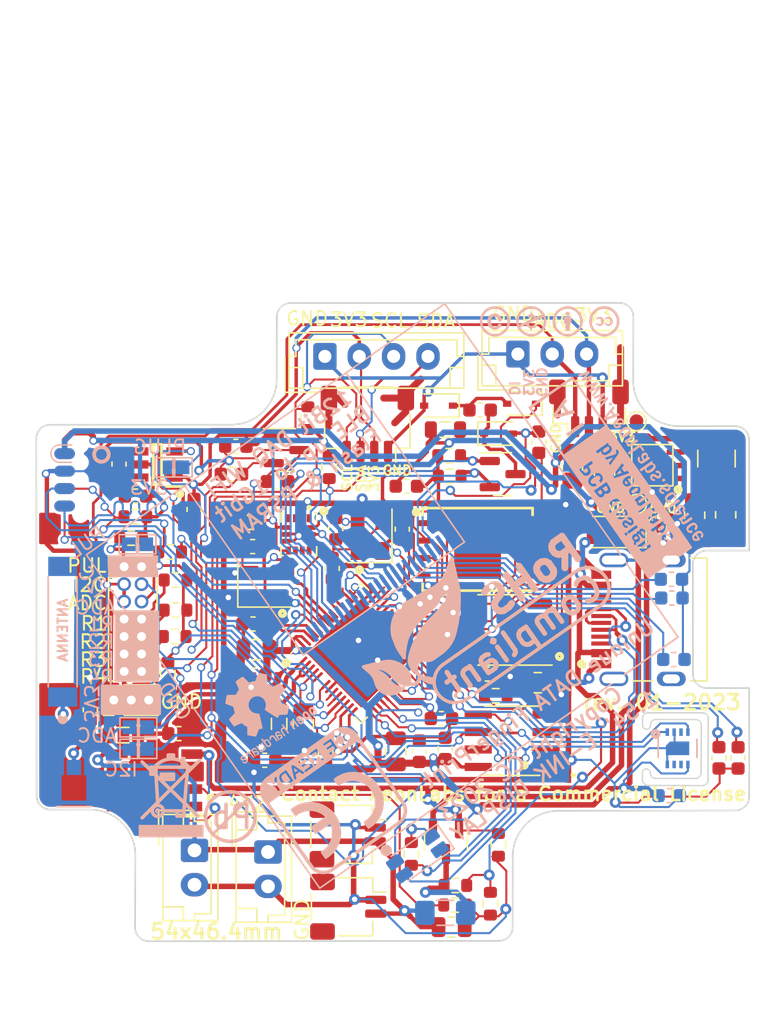
<source format=kicad_pcb>
(kicad_pcb (version 20211014) (generator pcbnew)
  (title_block (date "2021-12-28") (rev "5.3") (company "AeonLabs"))
  (layers (0 "F.Cu" signal) (31 "B.Cu" signal) (34 "B.Paste" user) (35 "F.Paste" user) (36 "B.SilkS" user "B.Silkscreen") (37 "F.SilkS" user "F.Silkscreen") (38 "B.Mask" user) (39 "F.Mask" user) (44 "Edge.Cuts" user))
  (net 0 "")
  (net 1 "GND")
  (net 3 "VOLTAGE_REF")
  (net 4 "GPIO10_EXT_PLUG1")
  (net 5 "Net-(EC50-Pad1)")
  (net 6 "Net-(ANT1-Pad1)")
  (net 8 "Net-(EC51-Pad1)")
  (net 9 "Net-(EC60-Pad1)")
  (net 10 "3V3")
  (net 11 "Net-(EC20-Pad1)")
  (net 12 "VDD_SPI")
  (net 13 "Net-(EC38-Pad1)")
  (net 14 "CHIP_EN")
  (net 15 "ESP_GPIO0_BOOT-DTR")
  (net 16 "GPIO8_I2C_SDA")
  (net 17 "USB_D-")
  (net 18 "SPIHD")
  (net 19 "SPIWP")
  (net 20 "SPICS0")
  (net 21 "SPICLK")
  (net 22 "SPIQ")
  (net 23 "SPID")
  (net 24 "USB_D+")
  (net 27 "unconnected-(ESP32S3-Pad44)")
  (net 29 "TXD0")
  (net 30 "RXD0")
  (net 31 "unconnected-(ESP32S3-Pad47)")
  (net 32 "unconnected-(ESP32S3-Pad9)")
  (net 33 "unconnected-(ESP32S3-Pad48)")
  (net 34 "GPIO9_I2C_SCL")
  (net 35 "Net-(EC61-Pad1)")
  (net 36 "Net-(ER2-Pad2)")
  (net 38 "SPICS1")
  (net 39 "unconnected-(ESP32S3-Pad24)")
  (net 41 "IO35_LED_G")
  (net 42 "Net-(AL1-Pad2)")
  (net 43 "Net-(AR1-Pad2)")
  (net 51 "Net-(LED1-Pad3)")
  (net 54 "IO36_LED_R")
  (net 55 "GPIO06_EXT_PLUG2")
  (net 56 "unconnected-(ESP32S3-Pad17)")
  (net 58 "GPIO2_PLUG_PWR_3V3")
  (net 59 "Net-(EXP_R1-Pad2)")
  (net 60 "Net-(EXP_R2-Pad2)")
  (net 61 "Net-(EXP_R3-Pad2)")
  (net 62 "Net-(EXP_R4-Pad2)")
  (net 63 "3V3_PLUG")
  (net 64 "ADC_OUT")
  (net 65 "unconnected-(J20-Pad3)")
  (net 66 "VIN_BATF")
  (net 67 "VIN_BAT")
  (net 68 "Net-(TPR3-Pad2)")
  (net 70 "STDBY_LED_G")
  (net 71 "CHRG_LED_R")
  (net 72 "VIN")
  (net 73 "USB_5V0")
  (net 74 "Net-(HXB1-Pad4)")
  (net 75 "Net-(HXB1-Pad6)")
  (net 76 "Net-(EXP_R5-Pad1)")
  (net 81 "unconnected-(J12-PadS1)")
  (net 82 "BAT_SENSE_IO21")
  (net 83 "Net-(EI4-Pad1)")
  (net 84 "Net-(EIC1-Pad1)")
  (net 85 "Net-(EIC3-Pad1)")
  (net 86 "Net-(EIC5-Pad1)")
  (net 87 "Net-(EIC6-Pad1)")
  (net 88 "Net-(EIC7-Pad1)")
  (net 89 "PREVGH")
  (net 90 "Net-(EIC10-Pad1)")
  (net 91 "Net-(EIC10-Pad2)")
  (net 92 "PREVGL")
  (net 93 "RESE")
  (net 94 "GDR")
  (net 99 "BS")
  (net 100 "LCD2_DC_IO33")
  (net 101 "LCD2_CS_IO34")
  (net 102 "LCD2_RST_IO38")
  (net 103 "LED_G_IO10")
  (net 104 "LED_R_IO11")
  (net 105 "LED_B_IO13")
  (net 106 "IMU_CS_IO14")
  (net 107 "LCD2_BUSY_IO37")
  (net 108 "Net-(J11-Pad11)")
  (footprint "Capacitor_SMD:C_0603_1608Metric" (layer "F.Cu") (at 132.49 104.54 -90)
    (fp_text reference "EC20" hide)
    (fp_text value "100nF 10% 16V")
  )
  (footprint "Package_TO_SOT_SMD:SOT-23" (layer "F.Cu") (at 146.62 113.14 -90)
    (fp_text reference "Q1" hide)
    (fp_text value "DMP1045U")
  )
  (footprint "Resistor_SMD:R_0603_1608Metric" (layer "F.Cu") (at 147.3 116.36)
    (fp_text reference "MR1" hide)
    (fp_text value "390K")
  )
  (footprint "Capacitor_SMD:C_0805_2012Metric" (layer "F.Cu") (at 142.97 106.61 90)
    (fp_text reference "EC18" hide)
    (fp_text value "1uF 20% 6.3V")
  )
  (footprint "Capacitor_SMD:C_0603_1608Metric" (layer "F.Cu") (at 166.48 107.08 -90)
    (fp_text reference "EIC3" hide)
    (fp_text value "100nF")
  )
  (footprint "Diode_SMD:D_SOD-323" (layer "F.Cu") (at 150.44 83.5)
    (fp_text reference "EID1" hide)
    (fp_text value "DIODE")
  )
  (footprint "Capacitor_SMD:C_0603_1608Metric" (layer "F.Cu") (at 146.56 106.4 -90)
    (fp_text reference "AUC1" hide)
    (fp_text value "100nF")
  )
  (footprint "Resistor_SMD:R_0805_2012Metric_Pad1.20x1.40mm_HandSolder" (layer "F.Cu") (at 166.97 89.41 90)
    (fp_text reference "AR1" hide)
    (fp_text value "24K")
  )
  (footprint "Connector_PinHeader_1.27mm:PinHeader_2x07_P1.27mm_Vertical" (layer "F.Cu") (at 123.2 93.18)
    (fp_text reference "J11" hide)
    (fp_text value "Conn_02x07_Odd_Even")
  )
  (footprint "Resistor_SMD:R_0603_1608Metric" (layer "F.Cu") (at 144.1 114.07 90)
    (fp_text reference "LR1" hide)
    (fp_text value "330R")
  )
  (footprint "Crystal:Crystal_SMD_EuroQuartz_MT-4Pin_3.2x2.5mm" (layer "F.Cu") (at 133.42 94.52)
    (fp_text reference "ECY3" hide)
    (fp_text value "40Mhz 22pF+-10PPM")
  )
  (footprint "Capacitor_SMD:C_0603_1608Metric" (layer "F.Cu") (at 132.55 91.72 180)
    (fp_text reference "EC60" hide)
    (fp_text value "22pF 5% 50V")
  )
  (footprint "Capacitor_SMD:C_0603_1608Metric" (layer "F.Cu") (at 132.58 97.35 180)
    (fp_text reference "EC61" hide)
    (fp_text value "22pF 5% 50V")
  )
  (footprint "Capacitor_SMD:C_0603_1608Metric" (layer "F.Cu") (at 143.74 87.33)
    (fp_text reference "EIC8" hide)
    (fp_text value "4.7uF")
  )
  (footprint "Package_DFN_QFN:QFN-56-1EP_7x7mm_P0.4mm_EP5.6x5.6mm" (layer "F.Cu") (at 140.450051 99.47 45)
    (fp_text reference "ESP32S3" hide)
    (fp_text value "ESP32-S3" hide)
  )
  (footprint "Resistor_SMD:R_0603_1608Metric" (layer "F.Cu") (at 137.87 106.76 90)
    (fp_text reference "ER1" hide)
    (fp_text value "10k")
  )
  (footprint "Capacitor_SMD:C_0603_1608Metric" (layer "F.Cu") (at 124.03 88.05)
    (fp_text reference "HXC3" hide)
    (fp_text value "2.2uF")
  )
  (footprint "Resistor_SMD:R_0603_1608Metric" (layer "F.Cu") (at 150.43 113.41 -90)
    (fp_text reference "PWR1" hide)
    (fp_text value "10K")
  )
  (footprint "Resistor_SMD:R_0603_1608Metric" (layer "F.Cu") (at 124.02 89.55 180)
    (fp_text reference "ER3" hide)
    (fp_text value "10k")
  )
  (footprint "Capacitor_SMD:C_0603_1608Metric" (layer "F.Cu") (at 127.19 105.32)
    (fp_text reference "EC38" hide)
    (fp_text value "100nF 10% 16V")
  )
  (footprint "AeonLabs Enclosure Boxes:ABB JB6 IP65 57x64mm wirh USB hole" (layer "F.Cu") (at 144.18 101.92)
    (fp_text reference "REF**" hide)
    (fp_text value "ABB JB6 IP65 57x64mm wirh USB hole")
    (fp_line (start 20.4 -4.891709) (end 20.40102 -8.951709) (layer "Edge.Cuts") (width 0.12))
    (fp_line (start 7.288978 17.511702) (end 7.296635 12.327092) (layer "Edge.Cuts") (width 0.12))
    (fp_line (start -8.842126 -27.912796) (end 15.1117 -27.918904) (layer "Edge.Cuts") (width 0.12))
    (fp_line (start -19.2217 18.498977) (end 6.262127 18.472798) (layer "Edge.Cuts") (width 0.12))
    (fp_line (start 24.5 0.09) (end 24.500906 8.028904) (layer "Edge.Cuts") (width 0.12))
    (fp_line (start 21.368291 0.08898) (end 24.5 0.09) (layer "Edge.Cuts") (width 0.12))
    (fp_line (start -9.868977 -26.961542) (end -9.879782 -22.372638) (layer "Edge.Cuts") (width 0.12))
    (fp_line (start 21.427871 -9.912805) (end 24.5 -9.91) (layer "Edge.Cuts") (width 0.12))
    (fp_line (start -26.4 8.923647) (end -23.46 8.918977) (layer "Edge.Cuts") (width 0.12))
    (fp_line (start -20.182796 17.472126) (end -20.161858 12.261321) (layer "Edge.Cuts") (width 0.12))
    (fp_line (start 24.5 -17.93103) (end 24.500906 -9.91) (layer "Edge.Cuts") (width 0.12))
    (fp_line (start -26.339842 -19.06) (end -13.222126 -19.062796) (layer "Edge.Cuts") (width 0.12))
    (fp_line (start 20.407195 -0.937871) (end 20.4 -4.91) (layer "Edge.Cuts") (width 0.12))
    (fp_line (start 23.474055 8.99) (end 10.638979 9.01725) (layer "Edge.Cuts") (width 0.12))
    (fp_line (start -27.366693 -18.098904) (end -27.35 7.896796) (layer "Edge.Cuts") (width 0.12))
    (fp_line (start 16.072796 -26.892053) (end 16.061991 -22.303149) (layer "Edge.Cuts") (width 0.12))
    (fp_line (start 19.371833 -18.960805) (end 23.538904 -18.957881) (layer "Edge.Cuts") (width 0.12))
    (fp_arc (start 23.538904 -18.957881) (mid 24.227195 -18.638901) (end 24.5 -17.93103) (layer "Edge.Cuts") (width 0.12))
    (fp_arc (start 7.288978 17.511702) (mid 6.969995 18.199995) (end 6.262127 18.472798) (layer "Edge.Cuts") (width 0.12))
    (fp_arc (start -27.366693 -18.098904) (mid -27.047716 -18.787204) (end -26.339842 -19.06) (layer "Edge.Cuts") (width 0.12))
    (fp_arc (start 19.371833 -18.960805) (mid 17.019902 -19.941744) (end 16.061991 -22.303149) (layer "Edge.Cuts") (width 0.12))
    (fp_arc (start 24.500906 8.028904) (mid 24.181928 8.717204) (end 23.474055 8.99) (layer "Edge.Cuts") (width 0.12))
    (fp_arc (start 7.296635 12.327092) (mid 8.277573 9.975159) (end 10.638979 9.01725) (layer "Edge.Cuts") (width 0.12))
    (fp_arc (start -19.2217 18.498977) (mid -19.91 18.18) (end -20.182796 17.472126) (layer "Edge.Cuts") (width 0.12))
    (fp_arc (start 21.368291 0.08898) (mid 20.680004 -0.230001) (end 20.407195 -0.937871) (layer "Edge.Cuts") (width 0.12))
    (fp_arc (start -23.4717 8.918977) (mid -21.119769 9.899917) (end -20.161858 12.261321) (layer "Edge.Cuts") (width 0.12))
    (fp_arc (start -9.868977 -26.9517) (mid -9.55 -27.64) (end -8.842126 -27.912796) (layer "Edge.Cuts") (width 0.12))
    (fp_arc (start -26.388904 8.923647) (mid -27.077204 8.60467) (end -27.35 7.896796) (layer "Edge.Cuts") (width 0.12))
    (fp_arc (start -9.879782 -22.372638) (mid -10.860722 -20.020707) (end -13.222126 -19.062796) (layer "Edge.Cuts") (width 0.12))
    (fp_arc (start 15.1117 -27.918904) (mid 15.800002 -27.599927) (end 16.072796 -26.892053) (layer "Edge.Cuts") (width 0.12))
    (fp_arc (start 20.40102 -8.951709) (mid 20.720001 -9.639996) (end 21.427871 -9.912805) (layer "Edge.Cuts") (width 0.12))
  )
  (footprint "Resistor_SMD:R_0603_1608Metric" (layer "F.Cu") (at 123.71 91.1)
    (fp_text reference "EXP_R5" hide)
    (fp_text value "4k7")
  )
  (footprint "Capacitor_SMD:C_0603_1608Metric" (layer "F.Cu") (at 146.29 104.23)
    (fp_text reference "EC26" hide)
    (fp_text value "100nF 10% 16V")
  )
  (footprint "Resistor_SMD:R_0603_1608Metric" (layer "F.Cu") (at 149.85 117.69 -90)
    (fp_text reference "MR2" hide)
    (fp_text value "110K")
  )
  (footprint "Capacitor_SMD:C_0603_1608Metric" (layer "F.Cu") (at 128.29 89.02 -90)
    (fp_text reference "HXC1" hide)
    (fp_text value "2.2uF")
  )
  (footprint "Capacitor_SMD:C_0805_2012Metric_Pad1.18x1.45mm_HandSolder" (layer "F.Cu") (at 155.82 85.88 -90)
    (fp_text reference "AC1" hide)
    (fp_text value "22uF")
  )
  (footprint "Capacitor_SMD:C_0603_1608Metric" (layer "F.Cu") (at 131.01 86.45)
    (fp_text reference "MCPC2" hide)
    (fp_text value "100nF")
  )
  (footprint "Capacitor_SMD:C_0805_2012Metric" (layer "F.Cu") (at 136.24 104.57 90)
    (fp_text reference "EC40" hide)
    (fp_text value "1uF")
  )
  (footprint "Inductor_SMD:L_0805_2012Metric" (layer "F.Cu") (at 146.58 83.21)
    (fp_text reference "EIL1" hide)
    (fp_text value "1uH")
  )
  (footprint "TestPoint:TestPoint_Pad_D1.0mm" (layer "F.Cu") (at 160.48 82.6)
    (fp_text reference "TP2" hide)
    (fp_text value "VOut")
  )
  (footprint "Capacitor_SMD:C_0603_1608Metric" (layer "F.Cu") (at 144.68 106.605 90)
    (fp_text reference "EC17" hide)
    (fp_text value "10uF 20% 6.3V")
  )
  (footprint "Connector_JST:JST_SH_BM03B-SRSS-TB_1x03-1MP_P1.00mm_Vertical" (layer "F.Cu") (at 157.02 81.67)
    (fp_text reference "ExtSW1" hide)
    (fp_text value "Conn_01x03_Female")
  )
  (footprint "Capacitor_SMD:C_0805_2012Metric" (layer "F.Cu") (at 147.03 119.39)
    (fp_text reference "TPC1" hide)
    (fp_text value "10uF")
  )
  (footprint "Connector_JST:JST_EH_B3B-EH-A_1x03_P2.50mm_Vertical" (layer "F.Cu") (at 151.85 77.72)
    (fp_text reference "I2C1" hide)
    (fp_text value "Screw_Terminal_01x03")
  )
  (footprint "Inductor_SMD:L_1210_3225Metric" (layer "F.Cu") (at 166.3 85.32 -90)
    (fp_text reference "AL1" hide)
    (fp_text value "3.3uF")
  )
  (footprint "Resistor_SMD:R_0603_1608Metric" (layer "F.Cu") (at 146.85 85.11 180)
    (fp_text reference "EIR2" hide)
    (fp_text value "10k")
  )
  (footprint "Resistor_SMD:R_0603_1608Metric" (layer "F.Cu") (at 136.57 82.38 90)
    (fp_text reference "ICR1" hide)
    (fp_text value "10k")
  )
  (footprint "Capacitor_SMD:C_0805_2012Metric" (layer "F.Cu") (at 153.3 101.62)
    (fp_text reference "EC25" hide)
    (fp_text value "1uF 10% 50V")
  )
  (footprint "Capacitor_SMD:C_0603_1608Metric" (layer "F.Cu") (at 138.34 93.31 90)
    (fp_text reference "EC16" hide)
    (fp_text value "100nF 10% 16V")
  )
  (footprint "Capacitor_SMD:C_0603_1608Metric" (layer "F.Cu") (at 149.1 81.79)
    (fp_text reference "EIC10" hide)
    (fp_text value "4.7uF")
  )
  (footprint "Capacitor_SMD:C_0603_1608Metric" (layer "F.Cu") (at 132.31 89.96)
    (fp_text reference "IMUC1" hide)
    (fp_text value "100nF")
  )
  (footprint "Package_TO_SOT_SMD:SOT-23" (layer "F.Cu") (at 135.02 84.7)
    (fp_text reference "U1" hide)
    (fp_text value "MCP1525-TT" hide)
  )
  (footprint "Resistor_SMD:R_0603_1608Metric" (layer "F.Cu") (at 150.24 102.57)
    (fp_text reference "PSR1" hide)
    (fp_text value "100K")
  )
  (footprint "Connector_PinHeader_1.27mm:PinHeader_1x03_P1.27mm_Vertical" (layer "F.Cu") (at 122.45 102.88 90)
    (fp_text reference "J1B1" hide)
    (fp_text value "Conn_01x03_Male")
  )
  (footprint "Diode_SMD:D_SOD-323" (layer "F.Cu") (at 152.12 81.33 180)
    (fp_text reference "EID3" hide)
    (fp_text value "DIODE")
  )
  (footprint "Capacitor_SMD:C_0603_1608Metric" (layer "F.Cu") (at 143.44 90.45 90)
    (fp_text reference "EC51" hide)
    (fp_text value "22pF 5% 50V")
  )
  (footprint "Capacitor_SMD:C_0603_1608Metric" (layer "F.Cu") (at 153.37 84.13 -90)
    (fp_text reference "EIC9" hide)
    (fp_text value "4.7uF")
  )
  (footprint "Connector_JST:JST_SH_SM04B-SRSS-TB_1x04-1MP_P1.00mm_Horizontal" (layer "F.Cu") (at 140.9 82.795 180)
    (fp_text reference "SH_I2C2" hide)
    (fp_text value "I2C6")
  )
  (footprint "Capacitor_SMD:C_0603_1608Metric" (layer "F.Cu") (at 167.87 107.085 -90)
    (fp_text reference "EI4" hide)
    (fp_text value "100nF" hide)
  )
  (footprint "Capacitor_SMD:C_0603_1608Metric" (layer "F.Cu") (at 132.7 101.07)
    (fp_text reference "EC15" hide)
    (fp_text value "100nF 10% 50V")
  )
  (footprint "Connector_JST:JST_SH_SM02B-SRSS-TB_1x02-1MP_P1.00mm_Horizontal" (layer "F.Cu") (at 139.51 117.91 -90)
    (fp_text reference "SHJ3" hide)
    (fp_text value "Screw_Terminal_01x02")
  )
  (footprint "Package_SO:Flash SPI SON127P800X600X80-9N" (layer "F.Cu") (at 148.92 91.92)
    (fp_text reference "ESP_FLASH1" hide)
    (fp_text value "W25Q128JVS")
  )
  (footprint "TestPoint:TestPoint_Pad_D1.0mm" (layer "F.Cu") (at 160.51 88.62)
    (fp_text reference "TP3" hide)
    (fp_text value "GND")
  )
  (footprint "Diode_SMD:D_SOD-323" (layer "F.Cu") (at 146.08 81.47 180)
    (fp_text reference "EID2" hide)
    (fp_text value "DIODE")
  )
  (footprint "Diode_SMD:D_1206_3216Metric" (layer "F.Cu") (at 158.89 90.66 180)
    (fp_text reference "PWD1" hide)
    (fp_text value "D_Schottky")
  )
  (footprint "Package_SO:SOIC-8_3.9x4.9mm_P1.27mm" (layer "F.Cu") (at 150.89 97.78 180)
    (fp_text reference "EPS1" hide)
    (fp_text value "ESP32-PSRAM_LY68L6400S")
  )
  (footprint "Resistor_SMD:R_0603_1608Metric" (layer "F.Cu") (at 138.12 85.95 90)
    (fp_text reference "IDR1" hide)
    (fp_text value "10k")
  )
  (footprint "Inductor_SMD:L_0805_2012Metric" (layer "F.Cu") (at 134.48 104.61 90)
    (fp_text reference "L2" hide)
    (fp_text value "2nH 5%")
  )
  (footprint "Capacitor_SMD:C_0603_1608Metric" (layer "F.Cu") (at 122.83 85.72 90)
    (fp_text reference "HXC2" hide)
    (fp_text value "2.2uF")
  )
  (footprint "Capacitor_SMD:C_0805_2012Metric_Pad1.18x1.45mm_HandSolder" (layer "F.Cu") (at 158.15 86.2775 90)
    (fp_text reference "AC2" hide)
    (fp_text value "4.7uF")
  )
  (footprint "Capacitor_SMD:C_0603_1608Metric" (layer "F.Cu") (at 133.43 107.26 180)
    (fp_text reference "EC19" hide)
    (fp_text value "100nF 10% 16V")
  )
  (footprint "" (layer "F.Cu") (at 142.93 108.67)
    (fp_text reference "")
    (fp_text value "")
  )
  (footprint "Capacitor_SMD:C_0805_2012Metric" (layer "F.Cu") (at 132.83 99.22)
    (fp_text reference "EC14" hide)
    (fp_text value "1uF")
  )
  (footprint "Connector_Wire:SolderWirePad_1x01_SMD_5x10mm" (layer "F.Cu") (at 155.53 98.65)
    (fp_text reference "REF**" hide)
    (fp_text value "SolderWirePad_1x01_SMD_5x10mm")
  )
  (footprint "Package_DFN_QFN:AUR9718 3x3mm 6 pin" (layer "F.Cu") (at 161.585 85.8825 90)
    (fp_text reference "AU1" hide)
    (fp_text value "AUR9718x_DFN_3x3mm_6_pin")
  )
  (footprint "Connector_JST:JST_EH_B4B-EH-A_1x04_P2.50mm_Vertical" (layer "F.Cu") (at 137.81 77.89)
    (fp_text reference "I2C2" hide)
    (fp_text value "I2C6")
  )
  (footprint "Package_TO_SOT_SMD:SOT-23" (layer "F.Cu") (at 150.74 86.45)
    (fp_text reference "EIQ1" hide)
    (fp_text value "SI1308EDL-T1-GE3")
  )
  (footprint "Connector_JST:JST_SH_SM02B-SRSS-TB_1x02-1MP_P1.00mm_Horizontal" (layer "F.Cu") (at 139.47 112.65 -90)
    (fp_text reference "SHJ31" hide)
    (fp_text value "Screw_Terminal_01x02")
  )
  (footprint "Resistor_SMD:R_0603_1608Metric" (layer "F.Cu") (at 126.88 98.26 180)
    (fp_text reference "EXP_R3" hide)
    (fp_text value "200k")
  )
  (footprint "Capacitor_SMD:C_0603_1608Metric" (layer "F.Cu") (at 138.6 90.42 -90)
    (fp_text reference "EC50" hide)
    (fp_text value "22pF 5% 50V")
  )
  (footprint "Resistor_SMD:R_0603_1608Metric" (layer "F.Cu") (at 126.38 100.96 -90)
    (fp_text reference "EXP_R4" hide)
    (fp_text value "2M")
  )
  (footprint "Connector_USB:USB C HRO_TYPE-C-31-M-12" (layer "F.Cu") (at 163.0125 97.02 90)
    (fp_text reference "J12" hide)
    (fp_text value "USB_C_TYPE-C-31-M-12")
  )
  (footprint "Capacitor_SMD:C_0603_1608Metric" (layer "F.Cu") (at 149.62 100.99)
    (fp_text reference "EC24" hide)
    (fp_text value "100nF 10% 16V")
  )
  (footprint "Capacitor_SMD:C_0603_1608Metric" (layer "F.Cu") (at 120.74 103.59 90)
    (fp_text reference "EC37" hide)
    (fp_text value "100nF 10% 16V")
  )
  (footprint "Package_SO:TP4056" (layer "F.Cu") (at 125.41 108.72 180)
    (fp_text reference "TPU1" hide)
    (fp_text value "TP4056" hide)
  )
  (footprint "Capacitor_SMD:C_0603_1608Metric" (layer "F.Cu") (at 134.36 86.99 180)
    (fp_text reference "EIC1" hide)
    (fp_text value "100nF")
  )
  (footprint "Capacitor_SMD:C_0603_1608Metric" (layer "F.Cu") (at 131.33 84.43)
    (fp_text reference "MCPC1" hide)
    (fp_text value "100nF")
  )
  (footprint "Inductor_SMD:L_0805_2012Metric" (layer "F.Cu") (at 123.15 105.43)
    (fp_text reference "EL4" hide)
    (fp_text value "12nH 5%")
  )
  (footprint "Resistor_SMD:R_0805_2012Metric_Pad1.20x1.40mm_HandSolder" (layer "F.Cu") (at 164.71 89.44 -90)
    (fp_text reference "AR2" hide)
    (fp_text value "7k5")
  )
  (footprint "Connector_JST:JST_EH_B2B-EH-A_1x02_P2.50mm_Vertical" (layer "F.Cu") (at 133.67 113.93 -90)
    (fp_text reference "J3" hide)
    (fp_text value "Screw_Terminal_01x02")
  )
  (footprint "" (layer "F.Cu") (at 130.43 105.98)
    (fp_text reference "")
    (fp_text value "")
  )
  (footprint "Resistor_SMD:R_0603_1608Metric" (layer "F.Cu") (at 126.94 96.34 180)
    (fp_text reference "EXP_R2" hide)
    (fp_text value "20k")
  )
  (footprint "Connector_JST:JST_EH_B2B-EH-A_1x02_P2.50mm_Vertical" (layer "F.Cu") (at 128.32 113.81 -90)
    (fp_text reference "J31" hide)
    (fp_text value "Screw_Terminal_01x02")
  )
  (footprint "TestPoint:TestPoint_Track" (layer "F.Cu") (at 120.310416 105.939081 45)
    (fp_text reference "REF**" hide)
    (fp_text value "TestPoint_Track")
  )
  (footprint "Resistor_SMD:R_0603_1608Metric" (layer "F.Cu") (at 126.94 94.15 180)
    (fp_text reference "EXP_R1" hide)
    (fp_text value "1k")
  )
  (footprint "" (layer "F.Cu") (at 142.94 88.57 90)
    (fp_text reference "")
    (fp_text value "")
  )
  (footprint "Resistor_SMD:R_0603_1608Metric" (layer "F.Cu") (at 146.89 86.6 180)
    (fp_text reference "EIR1" hide)
    (fp_text value "3k")
  )
  (footprint "Package_SO:ATSHA204A Auth SOIC8" (layer "F.Cu") (at 151.4325 105.84 180)
    (fp_text reference "U2" hide)
    (fp_text value "ATSHA204A-MAHDA-T")
  )
  (footprint "Connector_Wire:SolderWirePad_1x01_SMD_5x10mm" (layer "F.Cu") (at 130.45 95.32)
    (fp_text reference "REF**" hide)
    (fp_text value "SolderWirePad_1x01_SMD_5x10mm")
  )
  (footprint "Package_SO:HX4002 SOT95 P280X125-6N" (layer "F.Cu") (at 125.62 85.75 180)
    (fp_text reference "HXB1" hide)
    (fp_text value "HX4002B" hide)
  )
  (footprint "Sensor_Motion:LSM6DS3 PQFN50P300X250X86-14N" (layer "F.Cu") (at 135.91 90.8325 -90)
    (fp_text reference "IMU1" hide)
    (fp_text value "LSM6DS3")
  )
  (footprint "Resistor_SMD:R_0603_1608Metric" (layer "F.Cu") (at 126.55 92.11)
    (fp_text reference "ER2" hide)
    (fp_text value "499R")
  )
  (footprint "Crystal:Crystal_SMD_EuroQuartz_MT-4Pin_3.2x2.5mm" (layer "F.Cu") (at 141.09 90.94 90)
    (fp_text reference "ECY2" hide)
    (fp_text value "32.768Mhz 22pF+-10PPM")
  )
  (footprint "Resistor_SMD:R_0603_1608Metric" (layer "F.Cu") (at 147.28 117.79 180)
    (fp_text reference "TPR3" hide)
    (fp_text value "1k2")
  )
  (footprint "TestPoint:TestPoint_Pad_D1.0mm" (layer "F.Cu") (at 161.98 90.23)
    (fp_text reference "TP1" hide)
    (fp_text value "VIN")
  )
  (footprint "TestPoint:TestPoint_Pad_1.0x1.0mm" (layer "B.Cu") (at 123.6 104.86 180)
    (fp_text reference "REF**" hide)
    (fp_text value "TestPoint_Pad_1.0x1.0mm" hide)
  )
  (footprint "TestPoint:TestPoint_Pad_1.0x1.0mm" (layer "B.Cu") (at 124.81 91.55 180)
    (fp_text reference "REF**" hide)
    (fp_text value "TestPoint_Pad_1.0x1.0mm" hide)
  )
  (footprint "Capacitor_SMD:C_0603_1608Metric" (layer "B.Cu") (at 162.86 109.83 180)
    (fp_text reference "SHC1" hide)
    (fp_text value "100nF" hide)
  )
  (footprint "AeonLabs Logos:aeonlabs science" (layer "B.Cu") (at 159.112314 86.320114 -55)
    (fp_text reference "G***" hide)
    (fp_text value "LOGO" hide)
  )
  (footprint "Sensor_Humidity:Sensirion_DFN-8-1EP_2.5x2.5mm_P0.5mm_EP1.1x1.7mm" (layer "B.Cu") (at 163.47 106.39 -90)
    (fp_text reference "SH1" hide)
    (fp_text value "SHT31-DIS" hide)
  )
  (footprint "Connector:SOIC_clipProgSmall" (layer "B.Cu") (at 118.12 86.865 90)
    (fp_text reference "ICSP1" hide)
    (fp_text value "Conn_01x08_Male" hide)
  )
  (footprint "RF_Antenna:HRS_U.FL-R-SMT(01)" (layer "B.Cu") (at 119.55 109.33)
    (fp_text reference "J20" hide)
    (fp_text value "U.FL-R-SMT(01)" hide)
  )
  (footprint "OLIMEX_LOGOs-FP:LOGO_RECYCLEBIN_1" (layer "B.Cu") (at 128.9525 112.843 180)
    (fp_text reference "Sign-RecycleBin" hide)
    (fp_text value "" hide)
  )
  (footprint "TestPoint:TestPoint_Pad_1.0x1.0mm" (layer "B.Cu") (at 123.6 106.43 -90)
    (fp_text reference "REF**" hide)
    (fp_text value "TestPoint_Pad_1.0x1.0mm" hide)
  )
  (footprint "AeonLabs:aeon creative commons logos" (layer "B.Cu") (at 154.170201 75.288532 180)
    (fp_text reference "G***" hide)
    (fp_text value "LOGO" hide)
  )
  (footprint "RF_Antenna:AN9520_ANT2-SMD-9.5X2.1X1.0MM" (layer "B.Cu") (at 118.73 97.91 90)
    (property "VALUE" "AN9520")
    (fp_text reference "ANT1" hide)
    (fp_text value "SMD-BUILT-IN-ANTENNA-2.4GHZ(2P-9.5X2.1MM)" hide)
  )
  (footprint "Capacitor_SMD:C_0603_1608Metric" (layer "B.Cu") (at 163.02 94.1)
    (fp_text reference "EIC7" hide)
    (fp_text value "100nF" hide)
  )
  (footprint "TestPoint:TestPoint_Pad_1.0x1.0mm" (layer "B.Cu") (at 126.18 85.96 180)
    (fp_text reference "REF**" hide)
    (fp_text value "TestPoint_Pad_1.0x1.0mm" hide)
  )
  (footprint "TestPoint:TestPoint_Pad_1.0x1.0mm" (layer "B.Cu") (at 124.88 106.43 -90)
    (fp_text reference "REF**" hide)
    (fp_text value "TestPoint_Pad_1.0x1.0mm" hide)
  )
  (footprint "TestPoint:TestPoint_Pad_1.0x1.0mm" (layer "B.Cu") (at 123.54 91.55 180)
    (fp_text reference "REF**" hide)
    (fp_text value "TestPoint_Pad_1.0x1.0mm" hide)
  )
  (footprint "OLIMEX_LOGOs-FP:LOGO_ROHS_1" (layer "B.Cu") (at 157.88 95.21 -145)
    (fp_text reference "Sign-RoHS" hide)
    (fp_text value "" hide)
  )
  (footprint "Capacitor_SMD:C_0603_1608Metric" (layer "B.Cu") (at 163.2 99.93)
    (fp_text reference "EIC5" hide)
    (fp_text value "100nF" hide)
  )
  (footprint "LED_SMD:LED_1206_3210_RGB_Metric" (layer "B.Cu") (at 144.762175 114.127561 -145)
    (fp_text reference "LED1" hide)
    (fp_text value "LED_GBRC" hide)
  )
  (footprint "AeonLabs Logosy:CE Ready Small Logo" (layer "B.Cu") (at 138.44 110.18 -145)
    (fp_text reference "G***" hide)
    (fp_text value "LOGO" hide)
  )
  (footprint "AeonLabs LCD & OLED Displays:1.54 E-Ink 24 pin" (layer "B.Cu") (at 141.374184 92.41369 -145)
    (fp_text reference "J23" hide)
    (fp_text value "Conn_01x24_Male" hide)
  )
  (footprint "TestPoint:TestPoint_Pad_1.0x1.0mm" (layer "B.Cu") (at 127.45 85.96 180)
    (fp_text reference "REF**" hide)
    (fp_text value "TestPoint_Pad_1.0x1.0mm" hide)
  )
  (footprint "Symbol:OSHW-Logo2_7.3x6mm_SilkScreen" (layer "B.Cu") (at 133.15 103.61 -145)
    (fp_text reference "REF**" hide)
    (fp_text value "OSHW-Logo2_7.3x6mm_SilkScreen" hide)
  )
  (footprint "TestPoint:TestPoint_Pad_1.0x1.0mm" (layer "B.Cu") (at 124.88 104.86 180)
    (fp_text reference "REF**" hide)
    (fp_text value "TestPoint_Pad_1.0x1.0mm" hide)
  )
  (footprint "Capacitor_SMD:C_0603_1608Metric" (layer "B.Cu") (at 163.055 95.46)
    (fp_text reference "EIC6" hide)
    (fp_text value "100nF" hide)
  )
  (footprint "Fuse:Fuse_1206_3216Metric_Pad1.42x1.75mm_HandSolder" (layer "B.Cu") (at 146.57 118.35 180)
    (fp_text reference "F1" hide)
    (fp_text value "Polyfuse" hide)
  )
  (footprint "OLIMEX_LOGOs-FP:LOGO_PBFREE" (layer "B.Cu") (at 131.13 111.04)
    (fp_text reference "Sign-PbFree" hide)
    (fp_text value "")
  )
  (gr_circle (center 142.27 113.82) (end 142.02 113.84) (layer "B.SilkS") (width 0.34) (fill none))
  (gr_rect (start 122.57 96.43) (end 125.67 101.48) (layer "B.SilkS") (width 0.15) (fill solid))
  (gr_circle (center 121.55 85.02) (end 122.08 85.049881) (layer "B.SilkS") (width 0.28) (fill none))
  (gr_circle (center 161.87 105.35) (end 161.66 105.411049) (layer "B.SilkS") (width 0.28) (fill none))
  (gr_circle (center 118.73 104.26) (end 118.54 104.28) (layer "B.SilkS") (width 0.28) (fill none))
  (gr_rect (start 122.1 92.43) (end 125.6 93.87) (layer "B.SilkS") (width 0.15) (fill solid))
  (gr_rect (start 121.58 101.83) (end 125.81 103.89) (layer "B.SilkS") (width 0.15) (fill solid))
  (gr_circle (center 152.31 107.61) (end 152.5 107.63) (layer "F.SilkS") (width 0.28) (fill none))
  (gr_circle (center 156.48 100.25) (end 156.67 100.27) (layer "F.SilkS") (width 0.28) (fill none))
  (gr_circle (center 140.32 93.42) (end 140.51 93.44) (layer "F.SilkS") (width 0.28) (fill none))
  (gr_circle (center 154.88 99.71) (end 155.07 99.73) (layer "F.SilkS") (width 0.28) (fill none))
  (gr_circle (center 144.46 89.22) (end 144.65 89.24) (layer "F.SilkS") (width 0.28) (fill none))
  (gr_circle (center 137.74 89.15) (end 137.93 89.17) (layer "F.SilkS") (width 0.28) (fill none))
  (gr_circle (center 134.72 96.58) (end 134.91 96.6) (layer "F.SilkS") (width 0.28) (fill none))
  (gr_circle (center 129.52 109.99) (end 129.71 110.01) (layer "F.SilkS") (width 0.28) (fill none))
  (gr_circle (center 127.24 87.89) (end 127.43 87.91) (layer "F.SilkS") (width 0.28) (fill none))
  (gr_circle (center 135 100.16) (end 135.19 100.18) (layer "F.SilkS") (width 0.28) (fill none))
  (gr_circle (center 163.51 87.57) (end 163.7 87.59) (layer "F.SilkS") (width 0.28) (fill none))
  (gr_arc (start 161.494757 104.720001) (mid 161.607514 104.416906) (end 161.904756 104.289514) (layer "Edge.Cuts") (width 0.1))
  (gr_arc (start 165.184757 108.150001) (mid 165.072015 108.453128) (end 164.774758 108.580488) (layer "Edge.Cuts") (width 0.1))
  (gr_line (start 165.682691 108.666826) (end 165.697418 104.217214) (layer "Edge.Cuts") (width 0.1))
  (gr_arc (start 165.266931 103.807215) (mid 165.570009 103.919989) (end 165.697418 104.217214) (layer "Edge.Cuts") (width 0.1))
  (gr_line (start 165.195244 104.71) (end 165.184757 108.150001) (layer "Edge.Cuts") (width 0.1))
  (gr_line (start 160.920486 104.720001) (end 160.917245 104.243097) (layer "Edge.Cuts") (width 0.1))
  (gr_arc (start 161.494757 104.720001) (mid 161.207622 105.007119) (end 160.920486 104.720001) (layer "Edge.Cuts") (width 0.1))
  (gr_arc (start 161.914758 108.580001) (mid 161.611716 108.46719) (end 161.484271 108.170002) (layer "Edge.Cuts") (width 0.1))
  (gr_arc (start 165.682691 108.666826) (mid 165.57 108.97) (end 165.272692 109.097313) (layer "Edge.Cuts") (width 0.1))
  (gr_arc (start 161.340487 109.089999) (mid 161.037448 108.977168) (end 160.91 108.68) (layer "Edge.Cuts") (width 0.1))
  (gr_arc (start 164.764757 104.300001) (mid 165.067913 104.412695) (end 165.195244 104.71) (layer "Edge.Cuts") (width 0.1))
  (gr_line (start 161.340487 109.089999) (end 165.272692 109.097313) (layer "Edge.Cuts") (width 0.1))
  (gr_arc (start 160.917245 104.243097) (mid 161.03 103.94) (end 161.327244 103.81261) (layer "Edge.Cuts") (width 0.1))
  (gr_arc (start 160.91 108.170002) (mid 161.197135 107.882883) (end 161.484271 108.170002) (layer "Edge.Cuts") (width 0.1))
  (gr_line (start 160.91 108.68) (end 160.91 108.170002) (layer "Edge.Cuts") (width 0.1))
  (gr_line (start 161.914758 108.580001) (end 164.774758 108.580488) (layer "Edge.Cuts") (width 0.1))
  (gr_line (start 165.28 103.807215) (end 161.327244 103.81261) (layer "Edge.Cuts") (width 0.1))
  (gr_line (start 161.904756 104.289514) (end 164.764757 104.300001) (layer "Edge.Cuts") (width 0.1))
  (gr_text "I2C" (at 120.87 94.31 -55) (layer "B.SilkS") (effects (font (size 1 1)) (justify mirror)))
  (gr_text "3V3" (at 124.99 87.43) (layer "B.SilkS") (effects (font (size 1 1)) (justify mirror)))
  (gr_text "Unique DATA FingerPrint" (at 153.35 103.12 35) (layer "B.SilkS") (effects (font (size 1.1 1.1) (thickness 0.2)) (justify mirror)))
  (gr_text "1.54{dblquote} E-INK DISPLAY" (at 154.49 107.67 35) (layer "B.SilkS") (effects (font (size 1.1 1.1) (thickness 0.2)) (justify mirror)))
  (gr_text "ANTENNA" (at 118.74 97.8 90) (layer "B.SilkS") (effects (font (size 0.7 0.7)) (justify mirror)))
  (gr_text "12Bit DAQ WIFI\nBLE up to 1Gbit\nFlash & PSRAM" (at 135.46 85.7 35) (layer "B.SilkS") (effects (font (size 1.1 1.1) (thickness 0.2)) (justify mirror)))
  (gr_text "GND" (at 126.88 102.96 -55) (layer "B.SilkS") (effects (font (size 1 1)) (justify mirror)))
  (gr_text "3V3\n" (at 120.8 103.12 -90) (layer "B.SilkS") (effects (font (size 1 1)) (justify mirror)))
  (gr_text "DI" (at 151.58 80.21 -90) (layer "B.SilkS") (effects (font (size 0.7 0.7)) (justify mirror)))
  (gr_text "ADC\n" (at 121.22 105.46) (layer "B.SilkS") (effects (font (size 1 1)) (justify mirror)))
  (gr_text "Copyright CC 2023" (at 152.79 106.83 35) (layer "B.SilkS") (effects (font (size 1.1 1.1) (thickness 0.2)) (justify mirror)))
  (gr_text "R2" (at 121.52 98.64) (layer "B.SilkS") (effects (font (size 1 1)) (justify mirror)))
  (gr_text "PUL" (at 120.5 91.4 35) (layer "B.SilkS") (effects (font (size 1 1)) (justify mirror)))
  (gr_text "R1\n" (at 121.52 97.36) (layer "B.SilkS") (effects (font (size 1 1)) (justify mirror)))
  (gr_text "GND" (at 153.55 79.76 -90) (layer "B.SilkS") (effects (font (size 0.7 0.7)) (justify mirror)))
  (gr_text "R4" (at 121.49 101.22) (layer "B.SilkS") (effects (font (size 1 1)) (justify mirror)))
  (gr_text "PLUG" (at 125.8 84.47) (layer "B.SilkS") (effects (font (size 1 1)) (justify mirror)))
  (gr_text "R3" (at 121.52 99.9) (layer "B.SilkS") (effects (font (size 1 1)) (justify mirror)))
  (gr_text "I2C" (at 122.98 107.93) (layer "B.SilkS") (effects (font (size 1 1)) (justify mirror)))
  (gr_text "3V3" (at 152.68 79.79 90) (layer "B.SilkS") (effects (font (size 0.7 0.7)) (justify mirror)))
  (gr_text "ADC\n" (at 121.15 96.15) (layer "B.SilkS") (effects (font (size 1 1)) (justify mirror)))
  (gr_text "GND" (at 136.52 75.13) (layer "F.SilkS") (effects (font (size 1 1))))
  (gr_text "5V0\n" (at 162.41 88.92) (layer "F.SilkS") (effects (font (size 0.7 0.7))))
  (gr_text "3V3" (at 139.55 75.23) (layer "F.SilkS") (effects (font (size 1 1))))
  (gr_text "3V3" (at 141.37 86.76 90) (layer "F.SilkS") (effects (font (size 0.7 0.7))))
  (gr_text "I2C" (at 120.7 94.5) (layer "F.SilkS") (effects (font (size 1 1))))
  (gr_text "rev. 01-2023" (at 162.32 103.05) (layer "F.SilkS") (effects (font (size 1.1 1.1) (thickness 0.2))))
  (gr_text "GND" (at 136.15 118.85 90) (layer "F.SilkS") (effects (font (size 1 1))))
  (gr_text "PUL" (at 120.49 93.1) (layer "F.SilkS") (effects (font (size 1 1))))
  (gr_text "3V3" (at 159.43 83.75) (layer "F.SilkS") (effects (font (size 0.7 0.7))))
  (gr_text "ADC" (at 154.42 75.33) (layer "F.SilkS") (effects (font (size 1 1))))
  (gr_text "GND" (at 154.62 83.87 90) (layer "F.SilkS") (effects (font (size 0.7 0.7))))
  (gr_text "SCL" (at 139.44 86.72 90) (layer "F.SilkS") (effects (font (size 0.7 0.7))))
  (gr_text "SDA" (at 145.9 75.33) (layer "F.SilkS") (effects (font (size 1 1))))
  (gr_text "4V2" (at 132.13 110.39) (layer "F.SilkS") (effects (font (size 1 1))))
  (gr_text "R1\n" (at 121.02 97.31) (layer "F.SilkS") (effects (font (size 1 1))))
  (gr_text "Contact AeonLabs for a Commercial License" (at 151.52 109.7) (layer "F.SilkS") (effects (font (size 1 1) (thickness 0.2))))
  (gr_text "SCL\n" (at 142.53 75.29) (layer "F.SilkS") (effects (font (size 1 1))))
  (gr_text "54x46.4mm" (at 129.92 119.72) (layer "F.SilkS") (effects (font (size 1.1 1.1) (thickness 0.2))))
  (gr_text "GND" (at 143.06 86.19) (layer "F.SilkS") (effects (font (size 0.7 0.7))))
  (gr_text "R4" (at 120.97 101.17) (layer "F.SilkS") (effects (font (size 1 1))))
  (gr_text "3V3" (at 157.32 74.91) (layer "F.SilkS") (effects (font (size 1 1))))
  (gr_text "GND" (at 158.6 88.9) (layer "F.SilkS") (effects (font (size 0.7 0.7))))
  (gr_text "ADC\n" (at 120.53 95.82) (layer "F.SilkS") (effects (font (size 1 1))))
  (gr_text "GND" (at 127.37 103) (layer "F.SilkS") (effects (font (size 1 1))))
  (gr_text "R3" (at 120.95 99.95) (layer "F.SilkS") (effects (font (size 1 1))))
  (gr_text "SDA" (at 140.46 86.78 90) (layer "F.SilkS") (effects (font (size 0.7 0.7))))
  (gr_text "R2" (at 120.93 98.64) (layer "F.SilkS") (effects (font (size 1 1))))
  (gr_text "GND" (at 151.54 74.79) (layer "F.SilkS") (effects (font (size 1 1))))
  (segment (start 143.7 80.63) (end 144.79 79.54) (width 0.51) (layer "F.Cu") (net 0))
  (segment (start 159.32 82.77) (end 159.28 82.81) (width 0.51) (layer "F.Cu") (net 0))
  (segment (start 143.7 80.92) (end 142.09 80.92) (width 0.51) (layer "F.Cu") (net 0))
  (segment (start 143.7 80.92) (end 143.7 81.91) (width 0.51) (layer "F.Cu") (net 0))
  (segment (start 138.81 80.92) (end 139.27 81.38) (width 0.51) (layer "F.Cu") (net 0))
  (segment (start 143.7 80.92) (end 143.7 80.63) (width 0.51) (layer "F.Cu") (net 0))
  (segment (start 138.1 80.92) (end 138.1 82.98) (width 0.51) (layer "F.Cu") (net 0))
  (segment (start 143.7 81.91) (end 142.89 82.72) (width 0.51) (layer "F.Cu") (net 0))
  (segment (start 138.1 80.92) (end 138.81 80.92) (width 0.51) (layer "F.Cu") (net 0))
  (segment (start 154.72 80.47) (end 154.72 82.15) (width 0.51) (layer "F.Cu") (net 0))
  (segment (start 159.32 80.47) (end 159.32 82.77) (width 0.51) (layer "F.Cu") (net 0))
  (segment (start 159.32 80.47) (end 159.32 77.26) (width 0.51) (layer "F.Cu") (net 0))
  (segment (start 130.3925 101.2625) (end 130.3925 101.4575) (width 0.25) (layer "F.Cu") (net 1))
  (segment (start 131.81 93.11) (end 131.81 91.905) (width 0.15) (layer "F.Cu") (net 1))
  (segment (start 149.85 118.6025) (end 149.8475 118.6) (width 0.15) (layer "F.Cu") (net 1))
  (segment (start 140.88 105.53) (end 142.395 105.53) (width 0.25) (layer "F.Cu") (net 1))
  (segment (start 161.61 87.74) (end 161.61 85.8025) (width 0.32) (layer "F.Cu") (net 1))
  (segment (start 157.9175 100.27) (end 157.6 100.27) (width 0.4) (layer "F.Cu") (net 1))
  (segment (start 128.82 85.87) (end 128.68 86.01) (width 0.25) (layer "F.Cu") (net 1))
  (segment (start 121.3 100.66) (end 120.73 101.23) (width 0.32) (layer "F.Cu") (net 1))
  (segment (start 127.49 89.36) (end 127.925 89.795) (width 0.25) (layer "F.Cu") (net 1))
  (segment (start 141.79 88.51125) (end 141.79 89.90875) (width 0.25) (layer "F.Cu") (net 1))
  (segment (start 128.46 84.11) (end 128.82 84.47) (width 0.25) (layer "F.Cu") (net 1))
  (segment (start 157.6 100.27) (end 157.03 100.84) (width 0.4) (layer "F.Cu") (net 1))
  (segment (start 158.94 110.32) (end 158.96 110.34) (width 0.15) (layer "F.Cu") (net 1))
  (segment (start 131.66 101.17) (end 132.38 101.89) (width 0.4) (layer "F.Cu") (net 1))
  (segment (start 127.965 104.385) (end 128.99 103.36) (width 0.25) (layer "F.Cu") (net 1))
  (segment (start 142.93 108.67) (end 130.8 108.67) (width 0.25) (layer "F.Cu") (net 1))
  (segment (start 124.88 84.11) (end 125.66 84.11) (width 0.25) (layer "F.Cu") (net 1))
  (segment (start 142.4 86.37) (end 142 86.77) (width 0.25) (layer "F.Cu") (net 1))
  (segment (start 153.37 84.905) (end 153.58 85.115) (width 0.15) (layer "F.Cu") (net 1))
  (segment (start 126.975 102.455) (end 125.43 104) (width 0.25) (layer "F.Cu") (net 1))
  (segment (start 143.400026 89.925) (end 144.28 90.804974) (width 0.15) (layer "F.Cu") (net 1))
  (segment (start 160.51 88.62) (end 162.1 88.62) (width 0.15) (layer "F.Cu") (net 1))
  (segment (start 149.0175 118.6025) (end 149.8475 118.6025) (width 0.15) (layer "F.Cu") (net 1))
  (segment (start 140.2 91.92) (end 140.2 91.78) (width 0.15) (layer "F.Cu") (net 1))
  (segment (start 133.585 86.99) (end 132.84 86.99) (width 0.15) (layer "F.Cu") (net 1))
  (segment (start 151.01 118.04) (end 150.97 118.08) (width 0.15) (layer "F.Cu") (net 1))
  (segment (start 148.23 119.39) (end 149.0175 118.6025) (width 0.15) (layer "F.Cu") (net 1))
  (segment (start 127.49 87.84) (end 127.49 89.36) (width 0.25) (layer "F.Cu") (net 1))
  (segment (start 131.83 99.03) (end 131.83 100.89) (width 0.3) (layer "F.Cu") (net 1))
  (segment (start 130.3925 94.8325) (end 130.3925 98.0325) (width 0.25) (layer "F.Cu") (net 1))
  (segment (start 159.17554 84.25) (end 158.18554 85.24) (width 0.32) (layer "F.Cu") (net 1))
  (segment (start 125.43 104) (end 121.95 104) (width 0.25) (layer "F.Cu") (net 1))
  (segment (start 157.9075 93.76) (end 157.9175 93.77) (width 0.4) (layer "F.Cu") (net 1))
  (segment (start 157.32 85.24) (end 158.15 85.24) (width 0.32) (layer "F.Cu") (net 1))
  (segment (start 125.115 102.88) (end 124.945 103.05) (width 0.25) (layer "F.Cu") (net 1))
  (segment (start 131.88 97.425) (end 131.805 97.35) (width 0.25) (layer "F.Cu") (net 1))
  (segment (start 128.82 84.47) (end 128.82 85.87) (width 0.25) (layer "F.Cu") (net 1))
  (segment (start 158.02 82.995) (end 158.02 79.47) (width 0.32) (layer "F.Cu") (net 1))
  (segment (start 152.365 95.875) (end 152.05 96.19) (width 0.15) (layer "F.Cu") (net 1))
  (segment (start 138.42 91.375) (end 138.42 92.515) (width 0.15) (layer "F.Cu") (net 1))
  (segment (start 154.15 101.63) (end 154.15 103.6875) (width 0.15) (layer "F.Cu") (net 1))
  (segment (start 145.025 93.595247) (end 145.025 93.825) (width 0.15) (layer "F.Cu") (net 1))
  (segment (start 130.91 85.3) (end 132.78 85.3) (width 0.15) (layer "F.Cu") (net 1))
  (segment (start 131.66 100.91) (end 131.66 101.17) (width 0.4) (layer "F.Cu") (net 1))
  (segment (start 118.06 92.02) (end 120.4 92.02) (width 0.32) (layer "F.Cu") (net 1))
  (segment (start 144.28 90.804974) (end 144.28 92.850247) (width 0.15) (layer "F.Cu") (net 1))
  (segment (start 152.05 96.19) (end 152.05 98.8) (width 0.15) (layer "F.Cu") (net 1))
  (segment (start 138.6 91.195) (end 138.42 91.375) (width 0.15) (layer "F.Cu") (net 1))
  (segment (start 146.07 86.86) (end 146.07 88.54) (width 0.25) (layer "F.Cu") (net 1))
  (segment (start 147.98 119.39) (end 148.23 119.39) (width 0.15) (layer "F.Cu") (net 1))
  (segment (start 121.3 92.92) (end 121.3 100.66) (width 0.32) (layer "F.Cu") (net 1))
  (segment (start 139.325 91.92) (end 138.44 91.92) (width 0.15) (layer "F.Cu") (net 1))
  (segment (start 141.68 89.83) (end 143.29 89.83) (width 0.25) (layer "F.Cu") (net 1))
  (segment (start 125.41 107.7645) (end 125.41 108.72) (width 0.25) (layer "F.Cu") (net 1))
  (segment (start 132.52 106.27) (end 132.52 105.38) (width 0.25) (layer "F.Cu") (net 1))
  (segment (start 126.55 102.88) (end 125.115 102.88) (width 0.25) (layer "F.Cu") (net 1))
  (segment (start 130.3925 101.2625) (end 130.3925 101.8275) (width 0.25) (layer "F.Cu") (net 1))
  (segment (start 130.235 85.915) (end 130.235 86.45) (width 0.15) (layer "F.Cu") (net 1))
  (segment (start 125.75 87.18) (end 126.03 87.46) (width 0.25) (layer "F.Cu") (net 1))
  (segment (start 133.67 116.43) (end 128.5 116.43) (width 0.4) (layer "F.Cu") (net 1))
  (segment (start 136.01 90.8) (end 136.01 90.85) (width 0.2) (layer "F.Cu") (net 1))
  (segment (start 132.32 93.62) (end 131.45 93.62) (width 0.15) (layer "F.Cu") (net 1))
  (segment (start 152.05 98.8) (end 152.3 99.05) (width 0.15) (layer "F.Cu") (net 1))
  (segment (start 138.44 91.355) (end 138.6 91.195) (width 0.15) (layer "F.Cu") (net 1))
  (segment (start 125.98 108.15) (end 126.39 107.74) (width 0.4) (layer "F.Cu") (net 1))
  (segment (start 135.952483 95.832483) (end 135.631951 95.832483) (width 0.15) (layer "F.Cu") (net 1))
  (segment (start 161.62 87.75) (end 161.61 87.74) (width 0.32) (layer "F.Cu") (net 1))
  (segment (start 155.54 88.59) (end 155.54 102.59) (width 0.4) (layer "F.Cu") (net 1))
  (segment (start 166.34 107.865) (end 167.72 107.865) (width 0.15) (layer "F.Cu") (net 1))
  (segment (start 145.02 81.82) (end 142.4 84.44) (width 0.25) (layer "F.Cu") (net 1))
  (segment (start 129.94 103.36) (end 130.42 103.36) (width 0.25) (layer "F.Cu") (net 1))
  (segment (start 150.4475 118.6025) (end 149.85 118.6025) (width 0.15) (layer "F.Cu") (net 1))
  (segment (start 143.29 89.925) (end 143.400026 89.925) (width 0.15) (layer "F.Cu") (net 1))
  (segment (start 146.805 105.57) (end 146.86 105.625) (width 0.2) (layer "F.Cu") (net 1))
  (segment (start 157.76 93.77) (end 158.4275 93.77) (width 0.4) (layer "F.Cu") (net 1))
  (segment (start 161.62 87.75) (end 161.62 88.1) (width 0.4) (layer "F.Cu") (net 1))
  (segment (start 144.28 92.850247) (end 145.025 93.595247) (width 0.15) (layer "F.Cu") (net 1))
  (segment (start 130.43 108.3) (end 130.43 105.98) (width 0.25) (layer "F.Cu") (net 1))
  (segment (start 130.85 85.24) (end 130.85 85.3) (width 0.15) (layer "F.Cu") (net 1))
  (segment (start 122.43 87.93) (end 121.935 87.435) (width 0.25) (layer "F.Cu") (net 1))
  (segment (start 139.59 117.75) (end 134.99 117.75) (width 0.4) (layer "F.Cu") (net 1))
  (segment (start 151.01 115.3) (end 151.01 118.04) (width 0.15) (layer "F.Cu") (net 1))
  (segment (start 145.02 81.38) (end 145.02 81.82) (width 0.25) (layer "F.Cu") (net 1))
  (segment (start 162.865 85.8375) (end 161.615 85.8375) (width 0.4) (layer "F.Cu") (net 1))
  (segment (start 130.555 84.945) (end 130.85 85.24) (width 0.15) (layer "F.Cu") (net 1))
  (segment (start 127.8545 105.32) (end 125.41 107.7645) (width 0.25) (layer "F.Cu") (net 1))
  (segment (start 141.54 88.57) (end 155.54 88.57) (width 0.4) (layer "F.Cu") (net 1))
  (segment (start 140.23 112.15) (end 140.02 111.94) (width 0.25) (layer "F.Cu") (net 1))
  (segment (start 137.99 102.21) (end 140.272101 99.927899) (width 0.2) (layer "F.Cu") (net 1))
  (segment (start 154.53 103.93) (end 155.45 103.93) (width 0.15) (layer "F.Cu") (net 1))
  (segment (start 155.82 86.9175) (end 156.5625 86.9175) (width 0.32) (layer "F.Cu") (net 1))
  (segment (start 153.58 88.3) (end 153.29 88.59) (width 0.15) (layer "F.Cu") (net 1))
  (segment (start 136.28 106.43) (end 136.32 106.47) (width 0.2) (layer "F.Cu") (net 1))
  (segment (start 144.87 105.57) (end 142.98 105.57) (width 0.25) (layer "F.Cu") (net 1))
  (segment (start 138.75 106.6) (end 139.81 106.6) (width 0.25) (layer "F.Cu") (net 1))
  (segment (start 155.8325 86.93) (end 155.82 86.9175) (width 0.32) (layer "F.Cu") (net 1))
  (segment (start 161.1 84.25) (end 159.17554 84.25) (width 0.32) (layer "F.Cu") (net 1))
  (segment (start 120.4 92.02) (end 121.3 92.92) (width 0.32) (layer "F.Cu") (net 1))
  (segment (start 130.8 108.67) (end 130.43 108.3) (width 0.25) (layer "F.Cu") (net 1))
  (segment (start 155.51375 102.14) (end 154.42625 102.14) (width 0.4) (layer "F.Cu") (net 1))
  (segment (start 153.375 84.935) (end 153.325 84.935) (width 0.15) (layer "F.Cu") (net 1))
  (segment (start 146.86 104.03) (end 146.86 105.625) (width 0.2) (layer "F.Cu") (net 1))
  (segment (start 131.81 91.905) (end 131.635 91.73) (width 0.15) (layer "F.Cu") (net 1))
  (segment (start 139.81 106.6) (end 140.88 105.53) (width 0.25) (layer "F.Cu") (net 1))
  (segment (start 141.47 112.15) (end 140.23 112.15) (width 0.25) (layer "F.Cu") (net 1))
  (segment (start 132.78 85.3) (end 133.38 84.7) (width 0.15) (layer "F.Cu") (net 1))
  (segment (start 133.26 106.27) (end 132.52 106.27) (width 0.25) (layer "F.Cu") (net 1))
  (segment (start 158.96 110.34) (end 160.61 110.34) (width 0.15) (layer "F.Cu") (net 1))
  (segment (start 120.74 101.24) (end 120.73 101.23) (width 0.25) (layer "F.Cu") (net 1))
  (segment (start 149.98 114.27) (end 151.01 115.3) (width 0.15) (layer "F.Cu") (net 1))
  (segment (start 126.045 108.085) (end 125.98 108.15) (width 0.4) (layer "F.Cu") (net 1))
  (segment (start 136.01 90.85) (end 135.53 91.33) (width 0.2) (layer "F.Cu") (net 1))
  (segment (start 133.38 84.7) (end 135.9575 84.7) (width 0.15) (layer "F.Cu") (net 1))
  (segment (start 117.58 91.54) (end 118.06 92.02) (width 0.32) (layer "F.Cu") (net 1))
  (segment (start 125.66 84.11) (end 125.75 84.2) (width 0.25) (layer "F.Cu") (net 1))
  (segment (start 148.45 118.02) (end 148.125 118.02) (width 0.15) (layer "F.Cu") (net 1))
  (segment (start 126.03 87.46) (end 127.11 87.46) (width 0.25) (layer "F.Cu") (net 1))
  (segment (start 149.03 118.6) (end 148.45 118.02) (width 0.15) (layer "F.Cu") (net 1))
  (segment (start 127.11 87.46) (end 127.49 87.84) (width 0.25) (layer "F.Cu") (net 1))
  (segment (start 153.9025 103.815) (end 153.487429 103.815) (width 0.2) (layer "F.Cu") (net 1))
  (segment (start 162.12 88.6) (end 163.96 90.44) (width 0.4) (layer "F.Cu") (net 1))
  (segment (start 117.43 86.49) (end 117.58 86.64) (width 0.32) (layer "F.Cu") (net 1))
  (segment (start 127.58 101.85) (end 126.975 102.455) (width 0.25) (layer "F.Cu") (net 1))
  (segment (start 130.3925 94.8325) (end 130.3925 101.2625) (width 0.25) (layer "F.Cu") (net 1))
  (segment (start 124.88 84.11) (end 128.46 84.11) (width 0.25) (layer "F.Cu") (net 1))
  (segment (start 128.122 108.085) (end 126.045 108.085) (width 0.4) (layer "F.Cu") (net 1))
  (segment (start 153.27 99.05) (end 155.57 99.05) (width 0.15) (layer "F.Cu") (net 1))
  (segment (start 158.18554 85.24) (end 158.15 85.24) (width 0.32) (layer "F.Cu") (net 1))
  (segment (start 135.631951 95.832483) (end 135.219468 95.42) (width 0.15) (layer "F.Cu") (net 1))
  (segment (start 142.4 84.44) (end 142.4 84.795) (width 0.25) (layer "F.Cu") (net 1))
  (segment (start 128.5 116.43) (end 128.33 116.26) (width 0.4) (layer "F.Cu") (net 1))
  (segment (start 130.4225 91.76) (end 131.82 91.76) (width 0.25) (layer "F.Cu") (net 1))
  (segment (start 130.3925 101.8275) (end 130.39 101.83) (width 0.25) (layer "F.Cu") (net 1))
  (segment (start 156.18 92.19) (end 157.76 93.77) (width 0.4) (layer "F.Cu") (net 1))
  (segment (start 126.89 85.77) (end 125.78 85.77) (width 0.25) (layer "F.Cu") (net 1))
  (segment (start 140.92 88.57) (end 131.02 88.57) (width 0.4) (layer "F.Cu") (net 1))
  (segment (start 130.85 85.3) (end 130.235 85.915) (width 0.15) (layer "F.Cu") (net 1))
  (segment (start 137.583585 97.463585) (end 135.952483 95.832483) (width 0.15) (layer "F.Cu") (net 1))
  (segment (start 139.9 117.3) (end 139.9 114.05) (width 0.4) (layer "F.Cu") (net 1))
  (segment (start 121.95 104) (end 120.765 102.815) (width 0.25) (layer "F.Cu") (net 1))
  (segment (start 121.935 84.444569) (end 122.269569 84.11) (width 0.25) (layer "F.Cu") (net 1))
  (segment (start 154.15 103.6875) (end 153.9025 103.935) (width 0.15) (layer "F.Cu") (net 1))
  (segment (start 131.1 101.85) (end 127.58 101.85) (width 0.25) (layer "F.Cu") (net 1))
  (segment (start 145.82 86.6) (end 145.09 87.33) (width 0.25) (layer "F.Cu") (net 1))
  (segment (start 142.4 84.795) (end 142.4 86.37) (width 0.25) (layer "F.Cu") (net 1))
  (segment (start 142 86.77) (end 142 88.28) (width 0.25) (layer "F.Cu") (net 1))
  (segment (start 122.269569 84.11) (end 124.88 84.11) (width 0.25) (layer "F.Cu") (net 1))
  (segment (start 134.846041 86.225) (end 135.9575 85.113541) (width 0.15) (layer "F.Cu") (net 1))
  (segment (start 153.365 95.875) (end 152.365 95.875) (width 0.15) (layer "F.Cu") (net 1))
  (segment (start 155.73 92.19) (end 156.18 92.19) (width 0.4) (layer "F.Cu") (net 1))
  (segment (start 142 88.28) (end 142.29 88.57) (width 0.25) (layer "F.Cu") (net 1))
  (segment (start 136.28 105.52) (end 136.28 106.43) (width 0.2) (layer "F.Cu") (net 1))
  (segment (start 135.53 91.33) (end 135.0975 91.33) (width 0.2) (layer "F.Cu") (net 1))
  (segment (start 130.3925 98.0325) (end 130.51 98.15) (width 0.25) (layer "F.Cu") (net 1))
  (segment (start 130.85 85.24) (end 130.91 85.3) (width 0.15) (layer "F.Cu") (net 1))
  (segment (start 145.03 80.71) (end 145.32 80.42) (width 0.25) (layer "F.Cu") (net 1))
  (segment (start 135.219468 95.42) (end 134.52 95.42) (width 0.15) (layer "F.Cu") (net 1))
  (segment (start 166.53 108.92) (end 166.53 107.87) (width 0.15) (layer "F.Cu") (net 1))
  (segment (start 130.40125 95.44) (end 130.8 95.44) (width 0.25) (layer "F.Cu") (net 1))
  (segment (start 127.965 105.32) (end 127.965 104.385) (width 0.25) (layer "F.Cu") (net 1))
  (segment (start 131.62 100.9) (end 131.61 100.91) (width 0.3) (layer "F.Cu") (net 1))
  (segment (start 133.985 86.225) (end 134.846041 86.225) (width 0.15) (layer "F.Cu") (net 1))
  (segment (start 120.74 102.815) (end 120.74 101.24) (width 0.25) (layer "F.Cu") (net 1))
  (segment (start 139.97 117.37) (end 139.59 117.75) (width 0.4) (layer "F.Cu") (net 1))
  (segment (start 132.32 93.62) (end 131.81 93.11) (width 0.15) (layer "F.Cu") (net 1))
  (segment (start 132.52 106.27) (end 132.52 107.22) (width 0.25) (layer "F.Cu") (net 1))
  (segment (start 150.395 100.99) (end 151.15 100.99) (width 0.15) (layer "F.Cu") (net 1))
  (segment (start 153.58 85.115) (end 153.58 88.3) (width 0.15) (layer "F.Cu") (net 1))
  (segment (start 162.1 88.62) (end 162.12 88.6) (width 0.15) (layer "F.Cu") (net 1))
  (segment (start 165.55 109.9) (end 166.53 108.92) (width 0.15) (layer "F.Cu") (net 1))
  (segment (start 161.62 88.1) (end 162.12 88.6) (width 0.4) (layer "F.Cu") (net 1))
  (segment (start 160.61 110.34) (end 161.05 109.9) (width 0.15) (layer "F.Cu") (net 1))
  (segment (start 140.2 91.78) (end 142 89.98) (width 0.15) (layer "F.Cu") (net 1))
  (segment (start 158.02 79.47) (end 158 79.45) (width 0.32) (layer "F.Cu") (net 1))
  (segment (start 156.9 86.58) (end 156.9 85.66) (width 0.32) (layer "F.Cu") (net 1))
  (segment (start 130.43 105.98) (end 130.43 108.47) (width 0.25) (layer "F.Cu") (net 1))
  (segment (start 130.3925 89.89) (end 131.79 89.89) (width 0.25) (layer "F.Cu") (net 1))
  (segment (start 121.935 87.435) (end 121.935 84.444569) (width 0.25) (layer "F.Cu") (net 1))
  (segment (start 120.765 102.815) (end 120.74 102.815) (width 0.25) (layer "F.Cu") (net 1))
  (segment (start 140.01 117.41) (end 139.9 117.3) (width 0.4) (layer "F.Cu") (net 1))
  (segment (start 123.405 87.93) (end 122.43 87.93) (width 0.25) (layer "F.Cu") (net 1))
  (segment (start 117.58 86.64) (end 117.58 91.54) (width 0.32) (layer "F.Cu") (net 1))
  (segment (start 139.9 114.05) (end 139.88 114.03) (width 0.4) (layer "F.Cu") (net 1))
  (segment (start 142 89.98) (end 142 89.72) (width 0.15) (layer "F.Cu") (net 1))
  (segment (start 132.64 107.5375) (end 132.64 108.6425) (width 0.25) (layer "F.Cu") (net 1))
  (segment (start 161.05 109.9) (end 165.55 109.9) (width 0.15) (layer "F.Cu") (net 1))
  (segment (start 156.5625 86.9175) (end 156.9 86.58) (width 0.32) (layer "F.Cu") (net 1))
  (segment (start 149.8475 118.6) (end 149.03 118.6) (width 0.15) (layer "F.Cu") (net 1))
  (segment (start 140.2 91.92) (end 139.325 91.92) (width 0.15) (layer "F.Cu") (net 1))
  (segment (start 127.925 89.795) (end 128.29 89.795) (width 0.25) (layer "F.Cu") (net 1))
  (segment (start 156.9 85.66) (end 157.32 85.24) (width 0.32) (layer "F.Cu") (net 1))
  (segment (start 153.7825 103.935) (end 153.9025 103.815) (width 0.15) (layer "F.Cu") (net 1))
  (segment (start 133.585 86.625) (end 133.985 86.225) (width 0.15) (layer "F.Cu") (net 1))
  (segment (start 135.2775 90.8) (end 136.01 90.8) (width 0.2) (layer "F.Cu") (net 1))
  (segment (start 142.29 88.57) (end 142.94 88.57) (width 0.25) (layer "F.Cu") (net 1))
  (segment (start 145.03 81.47) (end 145.03 80.71) (width 0.25) (layer "F.Cu") (net 1))
  (segment (start 161.61 84.76) (end 161.1 84.25) (width 0.32) (layer "F.Cu") (net 1))
  (segment (start 163.96 90.44) (end 164.71 90.44) (width 0.4) (layer "F.Cu") (net 1))
  (segment (start 153.29 88.59) (end 152.87 88.59) (width 0.15) (layer "F.Cu") (net 1))
  (segment (start 151.15 100.99) (end 151.17 100.97) (width 0.15) (layer "F.Cu") (net 1))
  (segment (start 152.3 99.05) (end 154.69 99.05) (width 0.15) (layer "F.Cu") (net 1))
  (segment (start 125.75 84.2) (end 125.75 87.18) (width 0.25) (layer "F.Cu") (net 1))
  (segment (start 137.43 97.3) (end 139.434944 99.304944) (width 0.2) (layer "F.Cu") (net 1))
  (segment (start 134.99 117.75) (end 133.67 116.43) (width 0.4) (layer "F.Cu") (net 1))
  (segment (start 146.025 86.6) (end 145.82 86.6) (width 0.25) (layer "F.Cu") (net 1))
  (segment (start 157.03 100.84) (end 157.03 101.23) (width 0.4) (layer "F.Cu") (net 1))
  (segment (start 167.72 107.865) (end 167.73 107.855) (width 0.15) (layer "F.Cu") (net 1))
  (segment (start 130.3925 89.89) (end 130.3925 94.8325) (width 0.25) (layer "F.Cu") (net 1))
  (segment (start 146.025 85.11) (end 146.025 86.6) (width 0.25) (layer "F.Cu") (net 1))
  (segment (start 131.88 99.22) (end 131.88 97.425) (width 0.25) (layer "F.Cu") (net 1))
  (segment (start 145.025 94.254) (end 145.025 93.825) (width 0.15) (layer "F.Cu") (net 1))
  (segment (start 128.99 103.36) (end 130.06 103.36) (width 0.25) (layer "F.Cu") (net 1))
  (segment (start 132.84 86.99) (end 132.72 87.11) (width 0.15) (layer "F.Cu") (net 1))
  (segment (start 145.09 87.33) (end 144.515 87.33) (width 0.25) (layer "F.Cu") (net 1))
  (segment (start 149.8475 118.6025) (end 149.85 118.6025) (width 0.4) (layer "F.Cu") (net 1))
  (segment (start 127.965 105.32) (end 127.8545 105.32) (width 0.25) (layer "F.Cu") (net 1))
  (segment (start 141.51 117.41) (end 140.01 117.41) (width 0.4) (layer "F.Cu") (net 1))
  (segment (start 161.61 85.8025) (end 161.61 84.76) (width 0.32) (layer "F.Cu") (net 1))
  (segment (start 150.97 118.08) (end 150.4475 118.6025) (width 0.15) (layer "F.Cu") (net 1))
  (segment (start 130.555 84.43) (end 130.555 84.945) (width 0.15) (layer "F.Cu") (net 1))
  (segment (start 126.975 102.455) (end 126.55 102.88) (width 0.25) (layer "F.Cu") (net 1))
  (segment (start 125.98 108.15) (end 125.41 108.72) (width 0.4) (layer "F.Cu") (net 1))
  (segment (start 135.9575 85.113541) (end 135.9575 84.7) (width 0.15) (layer "F.Cu") (net 1))
  (segment (start 145.3155 94.5445) (end 145.025 94.254) (width 0.15) (layer "F.Cu") (net 1))
  (segment (start 145.12 105.57) (end 146.805 105.57) (width 0.2) (layer "F.Cu") (net 1))
  (segment (start 130.43 104.05) (end 130.43 105.98) (width 0.25) (layer "F.Cu") (net 1))
  (segment (start 133.585 87.38) (end 133.585 86.625) (width 0.15) (layer "F.Cu") (net 1))
  (via (at 130.84 85.47) (size 0.7) (drill 0.4) (layers "F.Cu" "B.Cu") (net 1))
  (via (at 138.75 106.6) (size 0.6) (drill 0.4) (layers "F.Cu" "B.Cu") (net 1))
  (via (at 139.91 114.17) (size 0.8) (drill 0.4) (layers "F.Cu" "B.Cu") (net 1))
  (via (at 151.29 101.1655) (size 0.6) (drill 0.4) (layers "F.Cu" "B.Cu") (net 1))
  (via (at 135.91 90.93) (size 0.6) (drill 0.4) (layers "F.Cu" "B.Cu") (net 1))
  (via (at 163.45 90.05) (size 0.8) (drill 0.4) (layers "F.Cu" "B.Cu") (net 1))
  (via (at 132.65 108.136) (size 0.8) (drill 0.4) (layers "F.Cu" "B.Cu") (net 1))
  (via (at 157.02 101.29) (size 0.8) (drill 0.4) (layers "F.Cu" "B.Cu") (net 1))
  (via (at 141.65 99.98) (size 0.8) (drill 0.4) (layers "F.Cu" "B.Cu") (net 1))
  (via (at 136.55 88.43) (size 0.6) (drill 0.4) (layers "F.Cu" "B.Cu") (net 1))
  (via (at 132.64 87.14) (size 0.6) (drill 0.4) (layers "F.Cu" "B.Cu") (net 1))
  (via (at 139.91 114.17) (size 0.8) (drill 0.4) (layers "F.Cu" "B.Cu") (net 1))
  (via (at 117.51 86.42) (size 0.6) (drill 0.4) (layers "F.Cu" "B.Cu") (net 1))
  (via (at 130.78 95.42) (size 0.6) (drill 0.4) (layers "F.Cu" "B.Cu") (net 1))
  (via (at 155.33 88.67) (size 0.8) (drill 0.4) (layers "F.Cu" "B.Cu") (net 1))
  (via (at 133.17 106.3) (size 0.6) (drill 0.4) (layers "F.Cu" "B.Cu") (net 1))
  (via (at 132.44 101.95) (size 0.5) (drill 0.4) (layers "F.Cu" "B.Cu") (net 1))
  (via (at 150.97 118.08) (size 0.8) (drill 0.4) (layers "F.Cu" "B.Cu") (net 1))
  (via (at 158 79.45) (size 0.8) (drill 0.4) (layers "F.Cu" "B.Cu") (net 1))
  (via (at 120.73 101.23) (size 0.8) (drill 0.4) (layers "F.Cu" "B.Cu") (net 1))
  (via (at 140.52 88.25) (size 0.8) (drill 0.4) (layers "F.Cu" "B.Cu") (net 1))
  (via (at 155.74 107.23) (size 0.8) (drill 0.4) (layers "F.Cu" "B.Cu") (net 1))
  (via (at 131.27 93.63) (size 0.6) (drill 0.4) (layers "F.Cu" "B.Cu") (net 1))
  (via (at 140.02 111.94) (size 0.8) (drill 0.4) (layers "F.Cu" "B.Cu") (net 1))
  (via (at 145.3155 94.5445) (size 0.6) (drill 0.4) (layers "F.Cu" "B.Cu") (net 1))
  (via (at 139.97 117.37) (size 0.8) (drill 0.4) (layers "F.Cu" "B.Cu") (net 1))
  (via (at 161.62 87.75) (size 0.8) (drill 0.4) (layers "F.Cu" "B.Cu") (net 1))
  (via (at 158.94 110.32) (size 0.8) (drill 0.4) (layers "F.Cu" "B.Cu") (net 1))
  (via (at 145.32 80.42) (size 0.8) (drill 0.4) (layers "F.Cu" "B.Cu") (net 1))
  (via (at 155.01 102.48) (size 0.8) (drill 0.4) (layers "F.Cu" "B.Cu") (net 1))
  (via (at 136.32 106.55) (size 0.6) (drill 0.4) (layers "F.Cu" "B.Cu") (net 1))
  (via (at 135.631951 95.832483) (size 0.6) (drill 0.4) (layers "F.Cu" "B.Cu") (net 1))
  (via (at 140.25 98.54) (size 0.8) (drill 0.4) (layers "F.Cu" "B.Cu") (net 1))
  (via (at 128.65 86.19) (size 0.7) (drill 0.4) (layers "F.Cu" "B.Cu") (net 1))
  (segment (start 130.46 101.5) (end 130.46 104.36) (width 0.3) (layer "B.Cu") (net 1))
  (segment (start 155.3 107.77) (end 155.84 107.23) (width 0.15) (layer "B.Cu") (net 1))
  (segment (start 117.74 86.23) (end 118.87 86.23) (width 0.32) (layer "B.Cu") (net 1))
  (segment (start 118.17 109.039363) (end 118.17 109.843701) (width 0.32) (layer "B.Cu") (net 1))
  (segment (start 132.65 108.136) (end 132.65 109.93) (width 0.25) (layer "B.Cu") (net 1))
  (segment (start 134.666 111.946) (end 140.014 111.946) (width 0.25) (layer "B.Cu") (net 1))
  (segment (start 155 102.49) (end 152.6145 102.49) (width 0.15) (layer "B.Cu") (net 1))
  (segment (start 160.96 87.75) (end 161.62 87.75) (width 0.32) (layer "B.Cu") (net 1))
  (segment (start 158.86 108.93) (end 158.89 108.93) (width 0.15) (layer "B.Cu") (net 1))
  (segment (start 140.29 98.54) (end 141.62 99.87) (width 0.2) (layer "B.Cu") (net 1))
  (segment (start 139.15 79.46) (end 146.25 79.46) (width 0.25) (layer "B.Cu") (net 1))
  (segment (start 135.631951 95.832483) (end 135.219468 95.42) (width 0.25) (layer "B.Cu") (net 1))
  (segment (start 155.4 88.54) (end 155.56 88.7) (width 0.4) (layer "B.Cu") (net 1))
  (segment (start 130.83 85.48) (end 130.84 85.47) (width 0.25) (layer "B.Cu") (net 1))
  (segment (start 130.42 89.19) (end 130.42 89.42) (width 0.4) (layer "B.Cu") (net 1))
  (segment (start 150.42 88.56) (end 150.4 88.54) (width 0.15) (layer "B.Cu") (net 1))
  (segment (start 158 90.14) (end 155.56 90.14) (width 0.32) (layer "B.Cu") (net 1))
  (segment (start 146.68 79.03) (end 147.99 77.72) (width 0.25) (layer "B.Cu") (net 1))
  (segment (start 163.855 93.975) (end 163.855 99.81) (width 0.15) (layer "B.Cu") (net 1))
  (segment (start 130.42 89.42) (end 130.42 91.05) (width 0.4) (layer "B.Cu") (net 1))
  (segment (start 128.65 86.19) (end 129.36 85.48) (width 0.25) (layer "B.Cu") (net 1))
  (segment (start 119.38 86.24) (end 121.63 86.24) (width 0.15) (layer "B.Cu") (net 1))
  (segment (start 146.68 79.03) (end 145.4 80.31) (width 0.25) (layer "B.Cu") (net 1))
  (segment (start 143.982922 94.272922) (end 143.982922 94.262617) (width 0.25) (layer "B.Cu") (net 1))
  (segment (start 152.6145 102.49) (end 151.29 101.1655) (width 0.15) (layer "B.Cu") (net 1))
  (segment (start 163.855 99.81) (end 163.975 99.93) (width 0.15) (layer "B.Cu") (net 1))
  (segment (start 135.91 89.07) (end 136.55 88.43) (width 0.15) (layer "B.Cu") (net 1))
  (segment (start 153.44 88.54) (end 150.4 88.54) (width 0.4) (layer "B.Cu") (net 1))
  (segment (start 147.99 77.72) (end 151.85 77.72) (width 0.25) (layer "B.Cu") (net 1))
  (segment (start 163.25 105.1475) (end 163.25 106.0725) (width 0.15) (layer "B.Cu") (net 1))
  (segment (start 158.89 110.27) (end 159.28 110.66) (width 0.15) (layer "B.Cu") (net 1))
  (segment (start 130.44 107.51) (end 130.44 108.69) (width 0.3) (layer "B.Cu") (net 1))
  (segment (start 132.64 87.14) (end 132.64 88.56) (width 0.15) (layer "B.Cu") (net 1))
  (segment (start 135.219468 95.42) (end 130.78 95.42) (width 0.25) (layer "B.Cu") (net 1))
  (segment (start 157.8 79.25) (end 158 79.45) (width 0.25) (layer "B.Cu") (net 1))
  (segment (start 150.97 118.08) (end 150.97 118.64) (width 0.15) (layer "B.Cu") (net 1))
  (segment (start 155.56 90.14) (end 155.56 91.53) (width 0.4) (layer "B.Cu") (net 1))
  (segment (start 162.72 107.4375) (end 162.72 106.7825) (width 0.15) (layer "B.Cu") (net 1))
  (segment (start 132.65 109.93) (end 134.666 111.946) (width 0.25) (layer "B.Cu") (net 1))
  (segment (start 118.17 109.843701) (end 118.675662 110.349363) (width 0.32) (layer "B.Cu") (net 1))
  (segment (start 130.48 88.59) (end 130.48 88.72) (width 0.2) (layer "B.Cu") (net 1))
  (segment (start 149.78 119.83) (end 143.68 119.83) (width 0.15) (layer "B.Cu") (net 1))
  (segment (start 129.36 85.48) (end 130.83 85.48) (width 0.25) (layer "B.Cu") (net 1))
  (segment (start 160.39 87.75) (end 158 90.14) (width 0.32) (layer "B.Cu") (net 1))
  (segment (start 163.34 106.38) (end 161.425026 106.38) (width 0.15) (layer "B.Cu") (net 1))
  (segment (start 131.27 93.63) (end 131.82 93.63) (width 0.15) (layer "B.Cu") (net 1))
  (segment (start 137.81 78.12) (end 139.15 79.46) (width 0.25) (layer "B.Cu") (net 1))
  (segment (start 144.58 108.69) (end 144.59 108.7) (width 0.3) (layer "B.Cu") (net 1))
  (segment (start 151.29 101.1655) (end 151.29 101.14614) (width 0.15) (layer "B.Cu") (net 1))
  (segment (start 163.45 90.05) (end 163.59 90.05) (width 0.15) (layer "B.Cu") (net 1))
  (segment (start 163.59 90.05) (end 164.3375 90.7975) (width 0.15) (layer "B.Cu") (net 1))
  (segment (start 151.85 78.38) (end 152.72 79.25) (width 0.25) (layer "B.Cu") (net 1))
  (segment (start 151.85 77.72) (end 151.85 78.38) (width 0.25) (layer "B.Cu") (net 1))
  (segment (start 155.56 91.53) (end 155.56 92.37) (width 0.4) (layer "B.Cu") (net 1))
  (segment (start 144.2545 94.5445) (end 143.982922 94.272922) (width 0.25) (layer "B.Cu") (net 1))
  (segment (start 155.01 102.48) (end 155 102.49) (width 0.15) (layer "B.Cu") (net 1))
  (segment (start 121.12 109.840637) (end 121.12 109.039363) (width 0.32) (layer "B.Cu") (net 1))
  (segment (start 159.28 110.66) (end 162.835 110.66) (width 0.15) (layer "B.Cu") (net 1))
  (segment (start 157.16 107.23) (end 158.86 108.93) (width 0.15) (layer "B.Cu") (net 1))
  (segment (start 157.02 101.29) (end 156.72 101.59) (width 0.4) (layer "B.Cu") (net 1))
  (segment (start 145.4 80.31) (end 145.36 80.31) (width 0.25) (layer "B.Cu") (net 1))
  (segment (start 152.72 79.25) (end 157.8 79.25) (width 0.25) (layer "B.Cu") (net 1))
  (segment (start 136.45 106.6) (end 136.32 106.47) (width 0.2) (layer "B.Cu") (net 1))
  (segment (start 130.44 88.65) (end 130.81 88.65) (width 0.4) (layer "B.Cu") (net 1))
  (segment (start 132.38 105.39) (end 133.53 106.54) (width 0.25) (layer "B.Cu") (net 1))
  (segment (start 140.014 111.946) (end 140.02 111.94) (width 0.25) (layer "B.Cu") (net 1))
  (segment (start 156.72 101.59) (end 155.35 101.59) (width 0.4) (layer "B.Cu") (net 1))
  (segment (start 161.425026 106.38) (end 158.89 108.915026) (width 0.15) (layer "B.Cu") (net 1))
  (segment (start 164.3375 93.4925) (end 163.855 93.975) (width 0.15) (layer "B.Cu") (net 1))
  (segment (start 138.75 106.6) (end 138.7555 106.6055) (width 0.2) (layer "B.Cu") (net 1))
  (segment (start 146.25 79.46) (end 146.68 79.03) (width 0.25) (layer "B.Cu") (net 1))
  (segment (start 136.25 106.54) (end 136.32 106.47) (width 0.25) (layer "B.Cu") (net 1))
  (segment (start 118.87 86.23) (end 119.39 86.23) (width 0.15) (layer "B.Cu") (net 1))
  (segment (start 135.91 90.93) (end 135.91 89.07) (width 0.15) (layer "B.Cu") (net 1))
  (segment (start 141.22 117.37) (end 139.97 117.37) (width 0.15) (layer "B.Cu") (net 1))
  (segment (start 150.85 89.78) (end 150.87 89.8) (width 0.2) (layer "B.Cu") (net 1))
  (segment (start 139.91 114.17) (end 139.91 112.05) (width 0.25) (layer "B.Cu") (net 1))
  (segment (start 153.44 88.54) (end 155.4 88.54) (width 0.4) (layer "B.Cu") (net 1))
  (segment (start 119.39 86.23) (end 119.4 86.22) (width 0.32) (layer "B.Cu") (net 1))
  (segment (start 164.3375 90.7975) (end 164.3375 93.4925) (width 0.15) (layer "B.Cu") (net 1))
  (segment (start 158.89 108.915026) (end 158.89 110.27) (width 0.15) (layer "B.Cu") (net 1))
  (segment (start 130.81 88.65) (end 132.55 88.65) (width 0.4) (layer "B.Cu") (net 1))
  (segment (start 117.45 86.52) (end 117.74 86.23) (width 0.32) (layer "B.Cu") (net 1))
  (segment (start 132.64 88.56) (end 132.55 88.65) (width 0.15) (layer "B.Cu") (net 1))
  (segment (start 133.53 106.54) (end 136.25 106.54) (width 0.25) (layer "B.Cu") (net 1))
  (segment (start 150.97 118.64) (end 149.78 119.83) (width 0.15) (layer "B.Cu") (net 1))
  (segment (start 155.84 107.23) (end 157.16 107.23) (width 0.15) (layer "B.Cu") (net 1))
  (segment (start 138.75 106.6) (end 136.45 106.6) (width 0.2) (layer "B.Cu") (net 1))
  (segment (start 135.78 90.8) (end 136.02 90.8) (width 0.2) (layer "B.Cu") (net 1))
  (segment (start 160.96 87.75) (end 160.39 87.75) (width 0.32) (layer "B.Cu") (net 1))
  (segment (start 145.3155 94.5445) (end 144.2545 94.5445) (width 0.25) (layer "B.Cu") (net 1))
  (segment (start 132.38 101.89) (end 132.38 105.39) (width 0.25) (layer "B.Cu") (net 1))
  (segment (start 120.611274 110.349363) (end 121.12 109.840637) (width 0.32) (layer "B.Cu") (net 1))
  (segment (start 155.49 107.74) (end 154.05 107.74) (width 0.4) (layer "B.Cu") (net 1))
  (segment (start 118.675662 110.349363) (end 120.611274 110.349363) (width 0.32) (layer "B.Cu") (net 1))
  (segment (start 155.56 88.7) (end 155.56 90.14) (width 0.4) (layer "B.Cu") (net 1))
  (segment (start 143.68 119.83) (end 141.22 117.37) (width 0.15) (layer "B.Cu") (net 1))
  (segment (start 143.982922 94.262617) (end 143.377078 93.397382) (width 0.25) (layer "B.Cu") (net 1))
  (segment (start 150.85 88.504969) (end 150.85 89.78) (width 0.2) (layer "B.Cu") (net 1))
  (segment (start 162.835 110.66) (end 163.625 109.87) (width 0.15) (layer "B.Cu") (net 1))
  (segment (start 137.81 77.89) (end 137.81 78.12) (width 0.25) (layer "B.Cu") (net 1))
  (segment (start 155.56 92.37) (end 155.56 93.05) (width 0.4) (layer "B.Cu") (net 1))
  (segment (start 132.55 88.65) (end 133.28 88.65) (width 0.4) (layer "B.Cu") (net 1))
  (segment (start 130.42 89.86) (end 130.42 91.77) (width 0.4) (layer "B.Cu") (net 1))
  (segment (start 130.44 108.69) (end 144.58 108.69) (width 0.3) (layer "B.Cu") (net 1))
  (segment (start 139.91 112.05) (end 140.02 111.94) (width 0.25) (layer "B.Cu") (net 1))
  (segment (start 130.42 88.71) (end 130.42 89.19) (width 0.4) (layer "B.Cu") (net 1))
  (segment (start 128.83 93.215026) (end 128.445 92.830026) (width 0.15) (layer "F.Cu") (net 3))
  (segment (start 137.809876 104.90725) (end 138.58 104.137126) (width 0.15) (layer "F.Cu") (net 3))
  (segment (start 129.09 90.177107) (end 129.09 88.000052) (width 0.15) (layer "F.Cu") (net 3))
  (segment (start 129.700052 87.39) (end 130.845 87.39) (width 0.15) (layer "F.Cu") (net 3))
  (segment (start 128.83 98.495) (end 128.83 93.215026) (width 0.15) (layer "F.Cu") (net 3))
  (segment (start 130.845 87.39) (end 132.585 85.65) (width 0.15) (layer "F.Cu") (net 3))
  (segment (start 138.58 103.89) (end 139.346478 103.123522) (width 0.15) (layer "F.Cu") (net 3))
  (segment (start 128.445 90.822107) (end 129.09 90.177107) (width 0.15) (layer "F.Cu") (net 3))
  (segment (start 128.445 92.830026) (end 128.445 90.822107) (width 0.15) (layer "F.Cu") (net 3))
  (segment (start 129.09 88.000052) (end 129.700052 87.39) (width 0.15) (layer "F.Cu") (net 3))
  (segment (start 132.585 85.65) (end 134.0825 85.65) (width 0.15) (layer "F.Cu") (net 3))
  (segment (start 128.1095 99.2155) (end 128.83 98.495) (width 0.15) (layer "F.Cu") (net 3))
  (segment (start 138.58 104.137126) (end 138.58 103.89) (width 0.15) (layer "F.Cu") (net 3))
  (via (at 128.1095 99.2155) (size 0.6) (drill 0.4) (layers "F.Cu" "B.Cu") (net 3))
  (via (at 137.809876 104.90725) (size 0.6) (drill 0.4) (layers "F.Cu" "B.Cu") (net 3))
  (segment (start 137.087302 104.90725) (end 137.809876 104.90725) (width 0.15) (layer "B.Cu") (net 3))
  (segment (start 128.1095 99.2155) (end 128.795 98.53) (width 0.15) (layer "B.Cu") (net 3))
  (segment (start 128.795 98.53) (end 130.710052 98.53) (width 0.15) (layer "B.Cu") (net 3))
  (segment (start 130.710052 98.53) (end 137.087302 104.90725) (width 0.15) (layer "B.Cu") (net 3))
  (segment (start 138.726478 102.613522) (end 138.05 103.29) (width 0.15) (layer "F.Cu") (net 4))
  (segment (start 138.726478 102.607786) (end 138.726478 102.613522) (width 0.15) (layer "F.Cu") (net 4))
  (segment (start 138.46 89.635) (end 138.745 89.92) (width 0.15) (layer "F.Cu") (net 5))
  (segment (start 144.137599 102.206149) (end 143.466149 102.206149) (width 0.15) (layer "F.Cu") (net 5))
  (segment (start 140.15 89.92) (end 140.26 90.03) (width 0.15) (layer "F.Cu") (net 5))
  (segment (start 143.58 92.68) (end 143.58 94.184974) (width 0.15) (layer "F.Cu") (net 5))
  (segment (start 144.737436 95.34241) (end 144.737436 95.8855) (width 0.15) (layer "F.Cu") (net 5))
  (segment (start 143.06 92.16) (end 143.58 92.68) (width 0.15) (layer "F.Cu") (net 5))
  (segment (start 143.466149 102.206149) (end 143.022152 101.762152) (width 0.15) (layer "F.Cu") (net 5))
  (segment (start 143.58 94.184974) (end 144.737436 95.34241) (width 0.15) (layer "F.Cu") (net 5))
  (segment (start 138.745 89.92) (end 140.15 89.92) (width 0.15) (layer "F.Cu") (net 5))
  (via (at 139.31 89.92) (size 0.6) (drill 0.4) (layers "F.Cu" "B.Cu") (net 5))
  (via (at 144.137599 102.206149) (size 0.6) (drill 0.4) (layers "F.Cu" "B.Cu") (net 5))
  (via (at 144.737436 95.8855) (size 0.6) (drill 0.4) (layers "F.Cu" "B.Cu") (net 5))
  (via (at 143.06 92.16) (size 0.6) (drill 0.4) (layers "F.Cu" "B.Cu") (net 5))
  (segment (start 144.137599 102.206149) (end 144.512936 101.830812) (width 0.15) (layer "B.Cu") (net 5))
  (segment (start 144.737436 95.8855) (end 144.89 96.038064) (width 0.15) (layer "B.Cu") (net 5))
  (segment (start 143.06 92.16) (end 143.02 92.16) (width 0.15) (layer "B.Cu") (net 5))
  (segment (start 144.89 96.038064) (end 144.89 96.05) (width 0.15) (layer "B.Cu") (net 5))
  (segment (start 144.512936 96.11) (end 144.737436 95.8855) (width 0.15) (layer "B.Cu") (net 5))
  (segment (start 143.02 92.16) (end 140.78 89.92) (width 0.15) (layer "B.Cu") (net 5))
  (segment (start 144.512936 101.830812) (end 144.512936 96.11) (width 0.15) (layer "B.Cu") (net 5))
  (segment (start 140.78 89.92) (end 139.31 89.92) (width 0.15) (layer "B.Cu") (net 5))
  (segment (start 118.77 104.095786) (end 118.77 103.89) (width 0.32) (layer "F.Cu") (net 6))
  (segment (start 121.79 105.49) (end 121.36 105.49) (width 0.32) (layer "F.Cu") (net 6))
  (segment (start 121.36 105.49) (end 121.176553 105.49) (width 0.32) (layer "F.Cu") (net 6))
  (segment (start 118.784459 104.467745) (end 118.784459 103.904459) (width 0.32) (layer "F.Cu") (net 6))
  (segment (start 118.784459 103.904459) (end 118.77 103.89) (width 0.32) (layer "F.Cu") (net 6))
  (segment (start 121.36 105.49) (end 119.806714 105.49) (width 0.32) (layer "F.Cu") (net 6))
  (segment (start 120.76 105.47) (end 120.76 104.611553) (width 0.32) (layer "F.Cu") (net 6))
  (via (at 118.77 103.89) (size 0.8) (drill 0.4) (layers "F.Cu" "B.Cu") (net 6))
  (arc (start 119.077352 105.174852) (mid 118.860579 104.850429) (end 118.784459 104.467745) (width 0.32) (layer "F.Cu") (net 6))
  (arc (start 119.099607 105.197107) (mid 119.42403 105.41388) (end 119.806714 105.49) (width 0.32) (layer "F.Cu") (net 6))
  (segment (start 118.73 102.66) (end 118.73 103.85) (width 0.32) (layer "B.Cu") (net 6))
  (segment (start 118.73 103.85) (end 118.77 103.89) (width 0.32) (layer "B.Cu") (net 6))
  (segment (start 143.93 92.02) (end 143.39 91.48) (width 0.15) (layer "F.Cu") (net 8))
  (segment (start 145.2095 102.8) (end 143.5 102.8) (width 0.15) (layer "F.Cu") (net 8))
  (segment (start 143.28 91.295) (end 142.485 91.295) (width 0.25) (layer "F.Cu") (net 8))
  (segment (start 145.39 102.6195) (end 145.2095 102.8) (width 0.15) (layer "F.Cu") (net 8))
  (segment (start 143.93 94.04) (end 143.93 92.02) (width 0.15) (layer "F.Cu") (net 8))
  (segment (start 145.451646 95.400563) (end 145.290563 95.400563) (width 0.15) (layer "F.Cu") (net 8))
  (segment (start 142.485 91.295) (end 142.12 91.66) (width 0.25) (layer "F.Cu") (net 8))
  (segment (start 143.5 102.8) (end 142.749258 102.049258) (width 0.15) (layer "F.Cu") (net 8))
  (segment (start 142.12 91.66) (end 141.8 91.66) (width 0.25) (layer "F.Cu") (net 8))
  (segment (start 143.39 91.48) (end 143.39 91.165) (width 0.15) (layer "F.Cu") (net 8))
  (segment (start 143.39 91.165) (end 143.28 91.165) (width 0.15) (layer "F.Cu") (net 8))
  (segment (start 145.290563 95.400563) (end 143.93 94.04) (width 0.15) (layer "F.Cu") (net 8))
  (via (at 145.451646 95.400563) (size 0.6) (drill 0.4) (layers "F.Cu" "B.Cu") (net 8))
  (via (at 145.39 102.6195) (size 0.6) (drill 0.4) (layers "F.Cu" "B.Cu") (net 8))
  (segment (start 145.39 102.6195) (end 144.862936 102.092436) (width 0.15) (layer "B.Cu") (net 8))
  (segment (start 145.54 95.45) (end 145.36 95.27) (width 0.15) (layer "B.Cu") (net 8))
  (segment (start 144.862936 102.092436) (end 144.862936 96.827064) (width 0.15) (layer "B.Cu") (net 8))
  (segment (start 144.862936 96.827064) (end 145.54 96.15) (width 0.15) (layer "B.Cu") (net 8))
  (segment (start 145.54 96.15) (end 145.54 95.45) (width 0.15) (layer "B.Cu") (net 8))
  (segment (start 133.39 91.935) (end 133.185 91.73) (width 0.2) (layer "F.Cu") (net 9))
  (segment (start 133.39 93.33) (end 133.39 91.935) (width 0.25) (layer "F.Cu") (net 9))
  (segment (start 134.52 93.62) (end 133.68 93.62) (width 0.25) (layer "F.Cu") (net 9))
  (segment (start 134.88 97.45) (end 133.45 96.02) (width 0.2) (layer "F.Cu") (net 9))
  (segment (start 133.68 93.62) (end 133.39 93.33) (width 0.25) (layer "F.Cu") (net 9))
  (segment (start 133.45 93.95) (end 133.78 93.62) (width 0.2) (layer "F.Cu") (net 9))
  (segment (start 133.78 93.62) (end 134.52 93.62) (width 0.2) (layer "F.Cu") (net 9))
  (segment (start 136.450152 97.45) (end 134.88 97.45) (width 0.2) (layer "F.Cu") (net 9))
  (segment (start 133.45 96.02) (end 133.45 93.95) (width 0.2) (layer "F.Cu") (net 9))
  (segment (start 137.029422 98.02927) (end 136.450152 97.45) (width 0.2) (layer "F.Cu") (net 9))
  (segment (start 145.5175 83.9225) (end 145.26 84.18) (width 0.25) (layer "F.Cu") (net 10))
  (segment (start 161.2125 102.9075) (end 161.2125 92.2175) (width 0.4) (layer "F.Cu") (net 10))
  (segment (start 137.735378 83.985378) (end 136.955 83.205) (width 0.25) (layer "F.Cu") (net 10))
  (segment (start 136.18 107.89) (end 135.55 107.26) (width 0.51) (layer "F.Cu") (net 10))
  (segment (start 126.106562 88.8655) (end 126.106562 89.033438) (width 0.25) (layer "F.Cu") (net 10))
  (segment (start 136.463737 98.594955) (end 136.454955 98.594955) (width 0.2) (layer "F.Cu") (net 10))
  (segment (start 148.9 110.82) (end 149.22 110.5) (width 0.4) (layer "F.Cu") (net 10))
  (segment (start 145.94 107.47) (end 146.235 107.175) (width 0.51) (layer "F.Cu") (net 10))
  (segment (start 154.59 87.27) (end 154.29 87.57) (width 0.4) (layer "F.Cu") (net 10))
  (segment (start 158.528528 109.33) (end 159.546307 109.33) (width 0.4) (layer "F.Cu") (net 10))
  (segment (start 133.59 99.345) (end 133.59 100.755) (width 0.51) (layer "F.Cu") (net 10))
  (segment (start 136.180894 98.870894) (end 135.64 98.33) (width 0.2) (layer "F.Cu") (net 10))
  (segment (start 135.64 98.33) (end 135.48 98.49) (width 0.2) (layer "F.Cu") (net 10))
  (segment (start 138.620546 94.77862) (end 138.620546 95.650546) (width 0.15) (layer "F.Cu") (net 10))
  (segment (start 126.106562 89.033438) (end 125.59 89.55) (width 0.25) (layer "F.Cu") (net 10))
  (segment (start 147.165 107.175) (end 147.735 107.745) (width 0.25) (layer "F.Cu") (net 10))
  (segment (start 118.87 83.97) (end 118.87 84.96) (width 0.4) (layer "F.Cu") (net 10))
  (segment (start 166.25 83.87) (end 161.51196 83.87) (width 0.4) (layer "F.Cu") (net 10))
  (segment (start 120.966063 84.01647) (end 120.966063 83.726063) (width 0.4) (layer "F.Cu") (net 10))
  (segment (start 141.67 107.36) (end 141.14 107.89) (width 0.51) (layer "F.Cu") (net 10))
  (segment (start 141.67 106.83) (end 141.67 106.17) (width 0.51) (layer "F.Cu") (net 10))
  (segment (start 141.173383 93.09) (end 139.33 93.09) (width 0.4) (layer "F.Cu") (net 10))
  (segment (start 134.03 89.81) (end 133.32 89.81) (width 0.2) (layer "F.Cu") (net 10))
  (segment (start 145.26 84.83) (end 142.965 87.125) (width 0.25) (layer "F.Cu") (net 10))
  (segment (start 141.18102 93.097637) (end 141.173383 93.09) (width 0.4) (layer "F.Cu") (net 10))
  (segment (start 145.5175 83.21) (end 145.5175 83.9225) (width 0.25) (layer "F.Cu") (net 10))
  (segment (start 162.539352 91.56) (end 165.82 91.56) (width 0.4) (layer "F.Cu") (net 10))
  (segment (start 157.358528 110.5) (end 158.528528 109.33) (width 0.4) (layer "F.Cu") (net 10))
  (segment (start 134.6 92.02) (end 135.2325 92.02) (width 0.2) (layer "F.Cu") (net 10))
  (segment (start 155.3675 84.8425) (end 155.82 84.8425) (width 0.4) (layer "F.Cu") (net 10))
  (segment (start 145.257261 103.2095) (end 145.145613 103.2095) (width 0.18) (layer "F.Cu") (net 10))
  (segment (start 135.55 107.26) (end 134.38 107.26) (width 0.51) (layer "F.Cu") (net 10))
  (segment (start 134.37 90.31) (end 134.26 90.42) (width 0.2) (layer "F.Cu") (net 10))
  (segment (start 156.4525 84.21) (end 155.82 84.8425) (width 0.4) (layer "F.Cu") (net 10))
  (segment (start 145.515 104.28) (end 145.395 104.28) (width 0.4) (layer "F.Cu") (net 10))
  (segment (start 154.59 85.62) (end 155.3675 84.8425) (width 0.4) (layer "F.Cu") (net 10))
  (segment (start 120.68 83.44) (end 119.4 83.44) (width 0.4) (layer "F.Cu") (net 10))
  (segment (start 160.48 83.52) (end 160.65 83.69) (width 0.15) (layer "F.Cu") (net 10))
  (segment (start 125.3 87.49) (end 125.3 85.96) (width 0.25) (layer "F.Cu") (net 10))
  (segment (start 125.59 89.55) (end 124.845 89.55) (width 0.25) (layer "F.Cu") (net 10))
  (segment (start 162.429352 91.45) (end 162.539352 91.56) (width 0.4) (layer "F.Cu") (net 10))
  (segment (start 139.009321 96.049371) (end 139.009321 96.039321) (width 0.2) (layer "F.Cu") (net 10))
  (segment (start 136.955 83.205) (end 136.57 83.205) (width 0.25) (layer "F.Cu") (net 10))
  (segment (start 136.11 98.25) (end 135.72 98.25) (width 0.2) (layer "F.Cu") (net 10))
  (segment (start 134.26 90.04) (end 134.26 90.47) (width 0.2) (layer "F.Cu") (net 10))
  (segment (start 146.86 107.175) (end 147.165 107.175) (width 0.25) (layer "F.Cu") (net 10))
  (segment (start 119.4 83.44) (end 118.87 83.97) (width 0.4) (layer "F.Cu") (net 10))
  (segment (start 161.33196 83.69) (end 160.65 83.69) (width 0.4) (layer "F.Cu") (net 10))
  (segment (start 133.74 99.195) (end 133.59 99.345) (width 0.51) (layer "F.Cu") (net 10))
  (segment (start 159.5645 109.311807) (end 159.682693 109.43) (width 0.4) (layer "F.Cu") (net 10))
  (segment (start 125.3 85.96) (end 125.07 85.73) (width 0.25) (layer "F.Cu") (net 10))
  (segment (start 134.38 107.26) (end 134.38 105.5625) (width 0.51) (layer "F.Cu") (net 10))
  (segment (start 134.03 89.81) (end 134.26 90.04) (width 0.2) (layer "F.Cu") (net 10))
  (segment (start 124.805 88.05) (end 124.805 87.985) (width 0.25) (layer "F.Cu") (net 10))
  (segment (start 159.546307 109.33) (end 159.5645 109.311807) (width 0.4) (layer "F.Cu") (net 10))
  (segment (start 146.85 84.18) (end 145.87 84.18) (width 0.25) (layer "F.Cu") (net 10))
  (segment (start 135.68 99.28) (end 135.6 99.28) (width 0.51) (layer "F.Cu") (net 10))
  (segment (start 120.966063 83.726063) (end 120.68 83.44) (width 0.4) (layer "F.Cu") (net 10))
  (segment (start 141.56 107.48) (end 141.5 107.54) (width 0.51) (layer "F.Cu") (net 10))
  (segment (start 160.65 83.69) (end 158.94358 83.69) (width 0.4) (layer "F.Cu") (net 10))
  (segment (start 145.101113 103.165) (end 143.295 103.165) (width 0.18) (layer "F.Cu") (net 10))
  (segment (start 165.82 91.56) (end 166.97 90.41) (width 0.4) (layer "F.Cu") (net 10))
  (segment (start 146.235 107.175) (end 146.56 107.175) (width 0.51) (layer "F.Cu") (net 10))
  (segment (start 148.9625 107.745) (end 149.015 107.6925) (width 0.25) (layer "F.Cu") (net 10))
  (segment (start 147.735 107.745) (end 148.9625 107.745) (width 0.25) (layer "F.Cu") (net 10))
  (segment (start 124.745 89.65) (end 124.745 90.78) (width 0.25) (layer "F.Cu") (net 10))
  (segment (start 159.99 104.13) (end 161.2125 102.9075) (width 0.4) (layer "F.Cu") (net 10))
  (segment (start 126.106562 88.8655) (end 126.106562 88.596562) (width 0.25) (layer "F.Cu") (net 10))
  (segment (start 143.295 103.165) (end 142.511101 102.381101) (width 0.18) (layer "F.Cu") (net 10))
  (segment (start 159.99 108.886307) (end 159.99 104.13) (width 0.4) (layer "F.Cu") (net 10))
  (segment (start 145.88 107.35) (end 145.88 107.82) (width 0.51) (layer "F.Cu") (net 10))
  (segment (start 135.6 99.28) (end 133.87 99.28) (width 0.51) (layer "F.Cu") (net 10))
  (segment (start 161.2125 92.2175) (end 161.98 91.45) (width 0.4) (layer "F.Cu") (net 10))
  (segment (start 124.805 87.985) (end 125.3 87.49) (width 0.25) (layer "F.Cu") (net 10))
  (segment (start 145.5175 83.8275) (end 145.5175 83.21) (width 0.25) (layer "F.Cu") (net 10))
  (segment (start 135.48 99.16) (end 135.6 99.28) (width 0.2) (layer "F.Cu") (net 10))
  (segment (start 145.7 107.34) (end 146.66 107.34) (width 0.51) (layer "F.Cu") (net 10))
  (segment (start 138.42 94) (end 138.42 94.065) (width 0.4) (layer "F.Cu") (net 10))
  (segment (start 160.48 82.6) (end 160.48 83.52) (width 0.15) (layer "F.Cu") (net 10))
  (segment (start 134.26 90.42) (end 134.26 91.68) (width 0.2) (layer "F.Cu") (net 10))
  (segment (start 134.26 91.68) (end 134.6 92.02) (width 0.2) (layer "F.Cu") (net 10))
  (segment (start 135.72 98.25) (end 135.64 98.33) (width 0.2) (layer "F.Cu") (net 10))
  (segment (start 138.620546 94.77862) (end 138.620546 94.029454) (width 0.4) (layer "F.Cu") (net 10))
  (segment (start 138.08 84.419244) (end 137.735378 84.074622) (width 0.25) (layer "F.Cu") (net 10))
  (segment (start 142.98 107.47) (end 145.94 107.47) (width 0.51) (layer "F.Cu") (net 10))
  (segment (start 126.106562 88.596562) (end 125.56 88.05) (width 0.25) (layer "F.Cu") (net 10))
  (segment (start 136.454955 98.594955) (end 136.11 98.25) (width 0.2) (layer "F.Cu") (net 10))
  (segment (start 137.735378 84.074622) (end 137.735378 83.985378) (width 0.25) (layer "F.Cu") (net 10))
  (segment (start 138.620546 95.650546) (end 139.009321 96.039321) (width 0.15) (layer "F.Cu") (net 10))
  (segment (start 149.22 110.5) (end 157.358528 110.5) (width 0.4) (layer "F.Cu") (net 10))
  (segment (start 138.08 85.215) (end 138.08 84.419244) (width 0.25) (layer "F.Cu") (net 10))
  (segment (start 161.98 91.45) (end 162.429352 91.45) (width 0.4) (layer "F.Cu") (net 10))
  (segment (start 142.965 87.125) (end 142.965 87.33) (width 0.25) (layer "F.Cu") (net 10))
  (segment (start 161.51196 83.87) (end 161.33196 83.69) (width 0.4) (layer "F.Cu") (net 10))
  (segment (start 145.463388 103.415627) (end 145.515 103.467239) (width 0.4) (layer "F.Cu") (net 10))
  (segment (start 135.48 98.49) (end 135.48 99.16) (width 0.32) (layer "F.Cu") (net 10))
  (segment (start 145.463388 103.415627) (end 145.257261 103.2095) (width 0.18) (layer "F.Cu") (net 10))
  (segment (start 159.5645 109.311807) (end 159.99 108.886307) (width 0.4) (layer "F.Cu") (net 10))
  (segment (start 141.67 106.55) (end 141.67 107.36) (width 0.51) (layer "F.Cu") (net 10))
  (segment (start 125.07 85.73) (end 124.73 85.73) (width 0.25) (layer "F.Cu") (net 10))
  (segment (start 158.94358 83.69) (end 158.42358 84.21) (width 0.4) (layer "F.Cu") (net 10))
  (segment (start 134.37 90.31) (end 135.0775 90.31) (width 0.2) (layer "F.Cu") (net 10))
  (segment (start 145.515 103.467239) (end 145.515 104.28) (width 0.4) (layer "F.Cu") (net 10))
  (segment (start 142.64 107.48) (end 141.56 107.48) (width 0.51) (layer "F.Cu") (net 10))
  (segment (start 145.87 84.18) (end 145.5175 83.8275) (width 0.25) (layer "F.Cu") (net 10))
  (segment (start 141.14 107.89) (end 136.18 107.89) (width 0.51) (layer "F.Cu") (net 10))
  (segment (start 136.180894 98.877798) (end 136.180894 98.870894) (width 0.2) (layer "F.Cu") (net 10))
  (segment (start 154.59 85.62) (end 154.59 87.27) (width 0.4) (layer "F.Cu") (net 10))
  (segment (start 139.33 93.09) (end 138.42 94) (width 0.4) (layer "F.Cu") (net 10))
  (segment (start 145.26 84.18) (end 145.26 84.83) (width 0.25) (layer "F.Cu") (net 10))
  (segment (start 145.145613 103.2095) (end 145.101113 103.165) (width 0.18) (layer "F.Cu") (net 10))
  (segment (start 125.56 88.05) (end 124.805 88.05) (width 0.25) (layer "F.Cu") (net 10))
  (segment (start 158.42358 84.21) (end 156.4525 84.21) (width 0.4) (layer "F.Cu") (net 10))
  (via (at 146.85 84.18) (size 0.7) (drill 0.4) (layers "F.Cu" "B.Cu") (net 10))
  (via (at 148.9 110.82) (size 0.8) (drill 0.4) (layers "F.Cu" "B.Cu") (net 10))
  (via (at 141.68 106.2045) (size 0.7) (drill 0.4) (layers "F.Cu" "B.Cu") (net 10))
  (via (at 120.966063 84.01647) (size 0.6) (drill 0.4) (layers "F.Cu" "B.Cu") (net 10))
  (via (at 162.429352 91.45) (size 0.8) (drill 0.4) (layers "F.Cu" "B.Cu") (net 10))
  (via (at 159.5645 109.311807) (size 0.8) (drill 0.4) (layers "F.Cu" "B.Cu") (net 10))
  (via (at 126.106562 88.8655) (size 0.6) (drill 0.4) (layers "F.Cu" "B.Cu") (net 10))
  (via (at 145.463388 103.415627) (size 0.6) (drill 0.4) (layers "F.Cu" "B.Cu") (net 10))
  (via (at 135.68 99.28) (size 0.6) (drill 0.4) (layers "F.Cu" "B.Cu") (net 10))
  (via (at 154.59 85.62) (size 0.7) (drill 0.4) (layers "F.Cu" "B.Cu") (net 10))
  (via (at 137.735378 84.074622) (size 0.6) (drill 0.4) (layers "F.Cu" "B.Cu") (net 10))
  (via (at 154.29 87.57) (size 0.8) (drill 0.4) (layers "F.Cu" "B.Cu") (net 10))
  (via (at 145.7 107.0645) (size 0.6) (drill 0.4) (layers "F.Cu" "B.Cu") (net 10))
  (via (at 145.8 107.85) (size 0.6) (drill 0.4) (layers "F.Cu" "B.Cu") (net 10))
  (via (at 134.03 89.81) (size 0.6) (drill 0.4) (layers "F.Cu" "B.Cu") (net 10))
  (via (at 141.18102 93.097637) (size 0.6) (drill 0.4) (layers "F.Cu" "B.Cu") (net 10))
  (segment (start 134.16 84.02) (end 134.03 84.15) (width 0.2) (layer "B.Cu") (net 10))
  (segment (start 120.966063 84.01647) (end 120.982533 84) (width 0.4) (layer "B.Cu") (net 10))
  (segment (start 126.106562 88.546562) (end 124.36 86.8) (width 0.32) (layer "B.Cu") (net 10))
  (segment (start 137.735378 84.074622) (end 137.660756 84) (width 0.4) (layer "B.Cu") (net 10))
  (segment (start 147.164 84.006) (end 145.42 85.75) (width 0.4) (layer "B.Cu") (net 10))
  (segment (start 124.36 86.8) (end 124.36 84.04) (width 0.32) (layer "B.Cu") (net 10))
  (segment (start 150.726 84.006) (end 147.164 84.006) (width 0.4) (layer "B.Cu") (net 10))
  (segment (start 159.5645 108.7355) (end 160.87 107.43) (width 0.15) (layer "B.Cu") (net 10))
  (segment (start 141.03 105.54) (end 141.17 105.68) (width 0.51) (layer "B.Cu") (net 10))
  (segment (start 128.84 84) (end 129.19 84) (width 0.15) (layer "B.Cu") (net 10))
  (segment (start 128.71 84.13) (end 128.84 84) (width 0.15) (layer "B.Cu") (net 10))
  (segment (start 137.735378 84.074622) (end 137.680756 84.02) (width 0.2) (layer "B.Cu") (net 10))
  (segment (start 127.76 85.96) (end 128.71 85.01) (width 0.15) (layer "B.Cu") (net 10))
  (segment (start 142.645 101.725) (end 141.015 103.355) (width 0.51) (layer "B.Cu") (net 10))
  (segment (start 143.18 94.86) (end 143.43 94.86) (width 0.25) (layer "B.Cu") (net 10))
  (segment (start 140.855 103.355) (end 141.03 103.53) (width 0.51) (layer "B.Cu") (net 10))
  (segment (start 137.680756 84.02) (end 134.16 84.02) (width 0.2) (layer "B.Cu") (net 10))
  (segment (start 136.78 99.28) (end 140.855 103.355) (width 0.51) (layer "B.Cu") (net 10))
  (segment (start 154.59 84.99) (end 156.57 83.01) (width 0.4) (layer "B.Cu") (net 10))
  (segment (start 144.847119 103.01) (end 143.28 103.01) (width 0.32) (layer "B.Cu") (net 10))
  (segment (start 154.29 87.57) (end 150.726 84.006) (width 0.4) (layer "B.Cu") (net 10))
  (segment (start 120.982533 84) (end 126.28 84) (width 0.4) (layer "B.Cu") (net 10))
  (segment (start 124.36 84.04) (end 124.44 83.96) (width 0.32) (layer "B.Cu") (net 10))
  (segment (start 143.982936 100.387064) (end 142.645 101.725) (width 0.51) (layer "B.Cu") (net 10))
  (segment (start 141.742363 93.097637) (end 142.072363 93.097637) (width 0.4) (layer "B.Cu") (net 10))
  (segment (start 137.660756 84) (end 132.63 84) (width 0.4) (layer "B.Cu") (net 10))
  (segment (start 142.25 102.16) (end 142.25 102.12) (width 0.2) (layer "B.Cu") (net 10))
  (segment (start 159.5645 109.311807) (end 161.276807 109.311807) (width 0.4) (layer "B.Cu") (net 10))
  (segment (start 142.177953 93.037953) (end 142.177953 93.411507) (width 0.25) (layer "B.Cu") (net 10))
  (segment (start 161.276807 109.311807) (end 162.075 110.11) (width 0.4) (layer "B.Cu") (net 10))
  (segment (start 143.19 94.87) (end 142.505907 93.893014) (width 0.25) (layer "B.Cu") (net 10))
  (segment (start 143.542306 94.972306) (end 143.562306 94.972306) (width 0.25) (layer "B.Cu") (net 10))
  (segment (start 142.484399 93.037953) (end 142.177953 93.037953) (width 0.25) (layer "B.Cu") (net 10))
  (segment (start 139.410756 85.75) (end 137.735378 84.074622) (width 0.4) (layer "B.Cu") (net 10))
  (segment (start 142.484399 93.037953) (end 141.802047 93.037953) (width 0.25) (layer "B.Cu") (net 10))
  (segment (start 128.71 85.01) (end 128.71 84.13) (width 0.15) (layer "B.Cu") (net 10))
  (segment (start 163.95 88.01) (end 162.429352 89.530648) (width 0.4) (layer "B.Cu") (net 10))
  (segment (start 129.19 84) (end 126.28 84) (width 0.4) (layer "B.Cu") (net 10))
  (segment (start 148.77 110.82) (end 145.7 107.75) (width 0.51) (layer "B.Cu") (net 10))
  (segment (start 142.415 102.145) (end 142.175 102.145) (width 0.32) (layer "B.Cu") (net 10))
  (segment (start 143.146676 93.934779) (end 143.146676 93.906676) (width 0.25) (layer "B.Cu") (net 10))
  (segment (start 132.63 84) (end 129.19 84) (width 0.4) (layer "B.Cu") (net 10))
  (segment (start 145.116619 103.2795) (end 144.847119 103.01) (width 0.32) (layer "B.Cu") (net 10))
  (segment (start 143.28 103.01) (end 142.415 102.145) (width 0.32) (layer "B.Cu") (net 10))
  (segment (start 141.18102 93.097637) (end 141.742363 93.097637) (width 0.4) (layer "B.Cu") (net 10))
  (segment (start 159.5645 109.311807) (end 159.5645 108.7355) (width 0.15) (layer "B.Cu") (net 10))
  (segment (start 143.629445 94.610555) (end 143.629445 94.905167) (width 0.25) (layer "B.Cu") (net 10))
  (segment (start 145.327261 103.2795) (end 145.116619 103.2795) (width 0.32) (layer "B.Cu") (net 10))
  (segment (start 143.562306 94.972306) (end 143.7 95.11) (width 0.25) (layer "B.Cu") (net 10))
  (segment (start 141.68 106.2045) (end 141.68 106.18) (width 0.51) (layer "B.Cu") (net 10))
  (segment (start 163.95 85.58) (end 163.95 88.01) (width 0.4) (layer "B.Cu") (net 10))
  (segment (start 141.015 103.355) (end 140.855 103.355) (width 0.51) (layer "B.Cu") (net 10))
  (segment (start 142.918981 112.341019) (end 143.685 111.575) (width 0.15) (layer "B.Cu") (net 10))
  (segment (start 134.03 84.15) (end 134.03 89.81) (width 0.2) (layer "B.Cu") (net 10))
  (segment (start 143.982936 95.392936) (end 143.982936 100.387064) (width 0.51) (layer "B.Cu") (net 10))
  (segment (start 148.9 110.82) (end 148.77 110.82) (width 0.51) (layer "B.Cu") (net 10))
  (segment (start 143.7 95.11) (end 143.982936 95.392936) (width 0.51) (layer "B.Cu") (net 10))
  (segment (start 145.463388 103.415627) (end 145.327261 103.2795) (width 0.32) (layer "B.Cu") (net 10))
  (segment (start 143.685 111.575) (end 148.145 111.575) (width 0.15) (layer "B.Cu") (net 10))
  (segment (start 156.57 83.01) (end 161.38 83.01) (width 0.4) (layer "B.Cu") (net 10))
  (segment (start 154.59 85.62) (end 154.59 84.99) (width 0.4) (layer "B.Cu") (net 10))
  (segment (start 142.607953 93.161507) (end 142.484399 93.037953) (width 0.25) (layer "B.Cu") (net 10))
  (segment (start 143.629445 94.905167) (end 143.562306 94.972306) (width 0.25) (layer "B.Cu") (net 10))
  (segment (start 143.43 94.86) (end 143.542306 94.972306) (width 0.25) (layer "B.Cu") (net 10))
  (segment (start 142.918981 114.685715) (end 142.918981 112.341019) (width 0.15) (layer "B.Cu") (net 10))
  (segment (start 142.177953 93.411507) (end 142.862046 94.388493) (width 0.25) (layer "B.Cu") (net 10))
  (segment (start 142.25 102.12) (end 142.645 101.725) (width 0.51) (layer "B.Cu") (net 10))
  (segment (start 148.145 111.575) (end 148.9 110.82) (width 0.15) (layer "B.Cu") (net 10))
  (segment (start 141.802047 93.037953) (end 141.742363 93.097637) (width 0.25) (layer "B.Cu") (net 10))
  (segment (start 142.28 102.12) (end 142.25 102.12) (width 0.2) (layer "B.Cu") (net 10))
  (segment (start 141.03 103.53) (end 141.03 105.54) (width 0.51) (layer "B.Cu") (net 10))
  (segment (start 162.29 108.22) (end 164.015 108.22) (width 0.15) (layer "B.Cu") (net 10))
  (segment (start 164.015 108.22) (end 164.22 108.015) (width 0.15) (layer "B.Cu") (net 10))
  (segment (start 160.87 107.43) (end 161.5 107.43) (width 0.15) (layer "B.Cu") (net 10))
  (segment (start 164.22 108.015) (end 164.22 107.565) (width 0.15) (layer "B.Cu") (net 10))
  (segment (start 161.5 107.43) (end 162.29 108.22) (width 0.15) (layer "B.Cu") (net 10))
  (segment (start 162.429352 89.530648) (end 162.429352 91.45) (width 0.4) (layer "B.Cu") (net 10))
  (segment (start 145.7 107.75) (end 145.7 107.0645) (width 0.51) (layer "B.Cu") (net 10))
  (segment (start 145.42 85.75) (end 139.410756 85.75) (width 0.4) (layer "B.Cu") (net 10))
  (segment (start 143.292046 94.138493) (end 142.607953 93.161507) (width 0.25) (layer "B.Cu") (net 10))
  (segment (start 143.629445 94.610555) (end 143.023601 93.74532) (width 0.25) (layer "B.Cu") (net 10))
  (segment (start 161.38 83.01) (end 163.95 85.58) (width 0.4) (layer "B.Cu") (net 10))
  (segment (start 126.106562 88.8655) (end 126.106562 88.546562) (width 0.32) (layer "B.Cu") (net 10))
  (segment (start 141.68 106.18) (end 141.17 105.67) (width 0.51) (layer "B.Cu") (net 10))
  (segment (start 136.78 99.28) (end 135.68 99.28) (width 0.51) (layer "B.Cu") (net 10))
  (segment (start 127.45 85.96) (end 127.76 85.96) (width 0.15) (layer "B.Cu") (net 10))
  (segment (start 134.47 103.3475) (end 134.0525 103.765) (width 0.25) (layer "F.Cu") (net 11))
  (segment (start 134.0525 103.765) (end 132.49 103.765) (width 0.25) (layer "F.Cu") (net 11))
  (segment (start 135.55 101.51) (end 135.55 101.7) (width 0.2) (layer "F.Cu") (net 11))
  (segment (start 134.6725 103.3475) (end 134.6725 103.1575) (width 0.3) (layer "F.Cu") (net 11))
  (segment (start 136.01 100.8) (end 136.01 101.05) (width 0.2) (layer "F.Cu") (net 11))
  (segment (start 136.01 101.05) (end 135.865 101.195) (width 0.2) (layer "F.Cu") (net 11))
  (segment (start 135.55 102.06) (end 135.55 101.51) (width 0.3) (layer "F.Cu") (net 11))
  (segment (start 135.55 102.28) (end 135.55 102.06) (width 0.3) (layer "F.Cu") (net 11))
  (segment (start 134.6725 103.1575) (end 135.55 102.28) (width 0.3) (layer "F.Cu") (net 11))
  (segment (start 136.463737 100.346263) (end 136.01 100.8) (width 0.2) (layer "F.Cu") (net 11))
  (segment (start 135.55 102.06) (end 135.55 101.7) (width 0.3) (layer "F.Cu") (net 11))
  (segment (start 136.742113 100.627887) (end 136.24 101.13) (width 0.2) (layer "F.Cu") (net 11))
  (segment (start 136.24 101.13) (end 135.93 101.13) (width 0.2) (layer "F.Cu") (net 11))
  (segment (start 136.746579 100.627887) (end 136.742113 100.627887) (width 0.2) (layer "F.Cu") (net 11))
  (segment (start 135.865 101.195) (end 135.55 101.51) (width 0.2) (layer "F.Cu") (net 11))
  (segment (start 135.93 101.13) (end 135.865 101.195) (width 0.2) (layer "F.Cu") (net 11))
  (segment (start 152.25 100.79) (end 152.25 101.63) (width 0.2) (layer "F.Cu") (net 12))
  (segment (start 144.719208 98.877798) (end 145.037798 98.877798) (width 0.2) (layer "F.Cu") (net 12))
  (segment (start 146.7775 100.62) (end 148.7225 100.62) (width 0.2) (layer "F.Cu") (net 12))
  (segment (start 152.29 95.19) (end 153.639948 95.19) (width 0.15) (layer "F.Cu") (net 12))
  (segment (start 148.535 100.71) (end 148.895 101.07) (width 0.2) (layer "F.Cu") (net 12))
  (segment (start 153.639948 95.19) (end 154.355 94.474948) (width 0.15) (layer "F.Cu") (net 12))
  (segment (start 151.7 100.24) (end 151.7 95.78) (width 0.15) (layer "F.Cu") (net 12))
  (segment (start 153.425 90.015) (end 152.815 90.015) (width 0.15) (layer "F.Cu") (net 12))
  (segment (start 152.25 102.22) (end 151.94 102.53) (width 0.2) (layer "F.Cu") (net 12))
  (segment (start 154.355 90.945) (end 153.425 90.015) (width 0.15) (layer "F.Cu") (net 12))
  (segment (start 148.905 100.99) (end 149.68 101.765) (width 0.2) (layer "F.Cu") (net 12))
  (segment (start 152.22 100.76) (end 151.7 100.24) (width 0.15) (layer "F.Cu") (net 12))
  (segment (start 152.22 100.76) (end 151.125 99.665) (width 0.2) (layer "F.Cu") (net 12))
  (segment (start 152.25 101.63) (end 152.25 102.22) (width 0.2) (layer "F.Cu") (net 12))
  (segment (start 152.22 100.76) (end 152.25 100.79) (width 0.2) (layer "F.Cu") (net 12))
  (segment (start 151.94 102.53) (end 151.065 102.53) (width 0.2) (layer "F.Cu") (net 12))
  (segment (start 151.7 95.78) (end 152.29 95.19) (width 0.15) (layer "F.Cu") (net 12))
  (segment (start 154.355 94.474948) (end 154.355 90.945) (width 0.15) (layer "F.Cu") (net 12))
  (segment (start 151.125 99.665) (end 148.705 99.665) (width 0.2) (layer "F.Cu") (net 12))
  (segment (start 149.68 101.765) (end 152.115 101.765) (width 0.2) (layer "F.Cu") (net 12))
  (segment (start 152.115 101.765) (end 152.25 101.63) (width 0.2) (layer "F.Cu") (net 12))
  (segment (start 145.037798 98.877798) (end 146.78 100.62) (width 0.2) (layer "F.Cu") (net 12))
  (segment (start 128.594214 102.46) (end 133.835786 102.46) (width 0.32) (layer "F.Cu") (net 13))
  (segment (start 126.24 105.32) (end 124.2425 105.32) (width 0.32) (layer "F.Cu") (net 13))
  (segment (start 134.552893 102.167107) (end 134.813554 101.906446) (width 0.32) (layer "F.Cu") (net 13))
  (segment (start 134.96 101.552893) (end 134.96 101.487107) (width 0.32) (layer "F.Cu") (net 13))
  (segment (start 126.24 104.814214) (end 126.24 105.32) (width 0.32) (layer "F.Cu") (net 13))
  (segment (start 134.55 102.167107) (end 134.552893 102.167107) (width 0.32) (layer "F.Cu") (net 13))
  (segment (start 136.177798 100.062202) (end 135.49 100.75) (width 0.2) (layer "F.Cu") (net 13))
  (segment (start 136.180894 100.062202) (end 136.177798 100.062202) (width 0.2) (layer "F.Cu") (net 13))
  (segment (start 127.887107 102.752893) (end 126.532893 104.107107) (width 0.32) (layer "F.Cu") (net 13))
  (segment (start 135.106446 101.133554) (end 135.49 100.75) (width 0.32) (layer "F.Cu") (net 13))
  (arc (start 134.813554 101.906446) (mid 134.92194 101.744234) (end 134.96 101.552893) (width 0.32) (layer "F.Cu") (net 13))
  (arc (start 127.887107 102.752893) (mid 128.21153 102.53612) (end 128.594214 102.46) (width 0.32) (layer "F.Cu") (net 13))
  (arc (start 126.532893 104.107107) (mid 126.31612 104.43153) (end 126.24 104.814214) (width 0.32) (layer "F.Cu") (net 13))
  (arc (start 133.842893 102.46) (mid 134.225577 102.38388) (end 134.55 102.167107) (width 0.32) (layer "F.Cu") (net 13))
  (arc (start 135.106446 101.133554) (mid 134.99806 101.295766) (end 134.96 101.487107) (width 0.32) (layer "F.Cu") (net 13))
  (segment (start 137.02 104.25) (end 137.02 104.76) (width 0.15) (layer "F.Cu") (net 14))
  (segment (start 137.02927 100.91073) (end 136.226098 101.713902) (width 0.15) (layer "F.Cu") (net 14))
  (segment (start 136.226098 101.713902) (end 136.226098 101.928485) (width 0.15) (layer "F.Cu") (net 14))
  (segment (start 137.24 104.98) (end 137.24 105.64) (width 0.15) (layer "F.Cu") (net 14))
  (segment (start 136.226098 101.928485) (end 136.03 102.124583) (width 0.15) (layer "F.Cu") (net 14))
  (segment (start 136.39 103.62) (end 137.02 104.25) (width 0.15) (layer "F.Cu") (net 14))
  (segment (start 118.87 91.22) (end 118.87 88.77) (width 0.15) (layer "F.Cu") (net 14))
  (segment (start 137.24 105.64) (end 137.5175 105.9175) (width 0.15) (layer "F.Cu") (net 14))
  (segment (start 137.5175 105.9175) (end 138.22 105.9175) (width 0.15) (layer "F.Cu") (net 14))
  (segment (start 136.03 102.124583) (end 136.03 103.71) (width 0.15) (layer "F.Cu") (net 14))
  (segment (start 137.02 104.76) (end 137.24 104.98) (width 0.15) (layer "F.Cu") (net 14))
  (via (at 118.87 91.22) (size 0.6) (drill 0.4) (layers "F.Cu" "B.Cu") (net 14))
  (via (at 136.226098 101.928485) (size 0.6) (drill 0.4) (layers "F.Cu" "B.Cu") (net 14))
  (segment (start 122.055 91.035) (end 122.5 90.59) (width 0.15) (layer "B.Cu") (net 14))
  (segment (start 125.35 90.59) (end 125.86 91.1) (width 0.15) (layer "B.Cu") (net 14))
  (segment (start 125.86 91.75967) (end 126.61 92.50967) (width 0.15) (layer "B.Cu") (net 14))
  (segment (start 131.144974 97.48) (end 133.35 99.685026) (width 0.15) (layer "B.Cu") (net 14))
  (segment (start 130.47 97.48) (end 131.144974 97.48) (width 0.15) (layer "B.Cu") (net 14))
  (segment (start 119.055 91.035) (end 122.055 91.035) (width 0.15) (layer "B.Cu") (net 14))
  (segment (start 125.86 91.1) (end 125.86 91.75967) (width 0.15) (layer "B.Cu") (net 14))
  (segment (start 118.87 91.22) (end 119.055 91.035) (width 0.15) (layer "B.Cu") (net 14))
  (segment (start 126.61 93.620001) (end 130.47 97.48) (width 0.15) (layer "B.Cu") (net 14))
  (segment (start 122.5 90.59) (end 125.35 90.59) (width 0.15) (layer "B.Cu") (net 14))
  (segment (start 126.61 92.50967) (end 126.61 93.620001) (width 0.15) (layer "B.Cu") (net 14))
  (segment (start 136.018537 101.928485) (end 136.226098 101.928485) (width 0.15) (layer "B.Cu") (net 14))
  (segment (start 133.35 99.685026) (end 133.775078 99.685026) (width 0.15) (layer "B.Cu") (net 14))
  (segment (start 133.775078 99.685026) (end 136.018537 101.928485) (width 0.15) (layer "B.Cu") (net 14))
  (segment (start 136.9 101.6) (end 137.306427 101.193573) (width 0.15) (layer "F.Cu") (net 15))
  (segment (start 136.24 96.67) (end 135.6 96.67) (width 0.15) (layer "F.Cu") (net 15))
  (segment (start 122.55125 89.61) (end 121.73125 90.43) (width 0.15) (layer "F.Cu") (net 15))
  (segment (start 118.525 87.51) (end 120.975 87.51) (width 0.15) (layer "F.Cu") (net 15))
  (segment (start 137.312265 97.742265) (end 136.24 96.67) (width 0.15) (layer "F.Cu") (net 15))
  (segment (start 123.105 89.69) (end 123.105 89.61) (width 0.15) (layer "F.Cu") (net 15))
  (segment (start 136.75 102.62) (end 136.9 102.47) (width 0.15) (layer "F.Cu") (net 15))
  (segment (start 121.78 88.82) (end 122.57 89.61) (width 0.15) (layer "F.Cu") (net 15))
  (segment (start 137.312265 97.746427) (end 137.312265 97.742265) (width 0.15) (layer "F.Cu") (net 15))
  (segment (start 122.57 89.61) (end 123.105 89.61) (width 0.15) (layer "F.Cu") (net 15))
  (segment (start 137.312265 101.193573) (end 137.306427 101.193573) (width 0.2) (layer "F.Cu") (net 15))
  (segment (start 123.105 89.61) (end 122.55125 89.61) (width 0.15) (layer "F.Cu") (net 15))
  (segment (start 136.9 102.47) (end 136.9 101.6) (width 0.15) (layer "F.Cu") (net 15))
  (via (at 136.75 102.62) (size 0.6) (drill 0.4) (layers "F.Cu" "B.Cu") (net 15))
  (via (at 120.9105 87.59) (size 0.6) (drill 0.4) (layers "F.Cu" "B.Cu") (net 15))
  (via (at 121.78 88.82) (size 0.6) (drill 0.4) (layers "F.Cu" "B.Cu") (net 15))
  (via (at 135.69 96.68) (size 0.7) (drill 0.4) (layers "F.Cu" "B.Cu") (net 15))
  (via (at 121.7 90.46) (size 0.6) (drill 0.4) (layers "F.Cu" "B.Cu") (net 15))
  (segment (start 126.21 91.614696) (end 126.21 90.955025) (width 0.15) (layer "B.Cu") (net 15))
  (segment (start 136.05 100.61) (end 135.195026 100.61) (width 0.15) (layer "B.Cu") (net 15))
  (segment (start 133.920052 99.335026) (end 133.494974 99.335026) (width 0.15) (layer "B.Cu") (net 15))
  (segment (start 136.89 101.45) (end 136.05 100.61) (width 0.15) (layer "B.Cu") (net 15))
  (segment (start 134.35 98.455026) (end 134.35 98.92) (width 0.15) (layer "B.Cu") (net 15))
  (segment (start 130.614974 97.13) (end 126.96 93.475026) (width 0.15) (layer "B.Cu") (net 15))
  (segment (start 135.195026 100.61) (end 133.920052 99.335026) (width 0.15) (layer "B.Cu") (net 15))
  (segment (start 121.78 88.82) (end 121.78 88.4595) (width 0.15) (layer "B.Cu") (net 15))
  (segment (start 133.934974 99.335026) (end 133.494974 99.335026) (width 0.15) (layer "B.Cu") (net 15))
  (segment (start 131.289948 97.13) (end 130.614974 97.13) (width 0.15) (layer "B.Cu") (net 15))
  (segment (start 135.69 97.115026) (end 134.35 98.455026) (width 0.15) (layer "B.Cu") (net 15))
  (segment (start 136.89 102.48) (end 136.89 101.45) (width 0.15) (layer "B.Cu") (net 15))
  (segment (start 133.494974 99.335026) (end 131.289948 97.13) (width 0.15) (layer "B.Cu") (net 15))
  (segment (start 122.06 90.24) (end 121.8 90.5) (width 0.15) (layer "B.Cu") (net 15))
  (segment (start 125.494974 90.24) (end 122.06 90.24) (width 0.15) (layer "B.Cu") (net 15))
  (segment (start 135.69 96.68) (end 135.69 97.115026) (width 0.15) (layer "B.Cu") (net 15))
  (segment (start 126.96 93.475026) (end 126.96 92.364696) (width 0.15) (layer "B.Cu") (net 15))
  (segment (start 126.21 90.955025) (end 125.494974 90.24) (width 0.15) (layer "B.Cu") (net 15))
  (segment (start 126.96 92.364696) (end 126.21 91.614696) (width 0.15) (layer "B.Cu") (net 15))
  (segment (start 134.35 98.92) (end 133.934974 99.335026) (width 0.15) (layer "B.Cu") (net 15))
  (segment (start 121.78 88.4595) (end 120.9105 87.59) (width 0.15) (layer "B.Cu") (net 15))
  (segment (start 136.75 102.62) (end 136.89 102.48) (width 0.15) (layer "B.Cu") (net 15))
  (segment (start 151.13 104.38) (end 150.64 104.38) (width 0.15) (layer "F.Cu") (net 16))
  (segment (start 137.3545 89.6) (end 137.3545 90.1055) (width 0.2) (layer "F.Cu") (net 16))
  (segment (start 142.07 79.46) (end 141.21 80.32) (width 0.2) (layer "F.Cu") (net 16))
  (segment (start 138.16 87.66) (end 139.41 87.66) (width 0.15) (layer "F.Cu") (net 16))
  (segment (start 138.96 104.986539) (end 138.96 104.07132) (width 0.2) (layer "F.Cu") (net 16))
  (segment (start 137.3545 90.1055) (end 137.13 90.33) (width 0.2) (layer "F.Cu") (net 16))
  (segment (start 138.08 87.58) (end 138.08 86.865) (width 0.15) (layer "F.Cu") (net 16))
  (segment (start 150.4 107.1) (end 152.41 107.1) (width 0.15) (layer "F.Cu") (net 16))
  (segment (start 143.99 79.46) (end 142.07 79.46) (width 0.2) (layer "F.Cu") (net 16))
  (segment (start 138.671771 105.274768) (end 138.96 104.986539) (width 0.2) (layer "F.Cu") (net 16))
  (segment (start 150.195 103.935) (end 149.055 103.935) (width 0.15) (layer "F.Cu") (net 16))
  (segment (start 140.4 86.67) (end 140.4 84.795) (width 0.15) (layer "F.Cu") (net 16))
  (segment (start 136.174974 87.66) (end 138.16 87.66) (width 0.15) (layer "F.Cu") (net 16))
  (segment (start 140.36 85.0725) (end 140.36 83.5075) (width 0.15) (layer "F.Cu") (net 16))
  (segment (start 138.16 87.66) (end 138.08 87.58) (width 0.15) (layer "F.Cu") (net 16))
  (segment (start 138.16 87.66) (end 138.15 87.67) (width 0.15) (layer "F.Cu") (net 16))
  (segment (start 137.13 90.33) (end 137 90.33) (width 0.2) (layer "F.Cu") (net 16))
  (segment (start 129.56 101.04) (end 129.975 100.625) (width 0.15) (layer "F.Cu") (net 16))
  (segment (start 138.96 104.07132) (end 139.575006 103.456314) (width 0.2) (layer "F.Cu") (net 16))
  (segment (start 135.744974 88.09) (end 136.174974 87.66) (width 0.15) (layer "F.Cu") (net 16))
  (segment (start 129.79 90.045026) (end 129.79 88.29) (width 0.15) (layer "F.Cu") (net 16))
  (segment (start 129.79 88.29) (end 129.99 88.09) (width 0.15) (layer "F.Cu") (net 16))
  (segment (start 129.56 105.13) (end 129.32 105.37) (width 0.15) (layer "F.Cu") (net 16))
  (segment (start 129.56 104.17) (end 129.56 105.13) (width 0.15) (layer "F.Cu") (net 16))
  (segment (start 129.99 88.09) (end 135.744974 88.09) (width 0.15) (layer "F.Cu") (net 16))
  (segment (start 129.975 90.230025) (end 129.79 90.045026) (width 0.15) (layer "F.Cu") (net 16))
  (segment (start 145.31 78.14) (end 143.99 79.46) (width 0.2) (layer "F.Cu") (net 16))
  (segment (start 145.31 77.89) (end 145.31 78.14) (width 0.2) (layer "F.Cu") (net 16))
  (segment (start 129.975 100.625) (end 129.975 90.230025) (width 0.15) (layer "F.Cu") (net 16))
  (segment (start 139.41 87.66) (end 140.4 86.67) (width 0.15) (layer "F.Cu") (net 16))
  (segment (start 149.055 103.935) (end 149.03 103.96) (width 0.15) (layer "F.Cu") (net 16))
  (segment (start 150.64 104.38) (end 150.195 103.935) (width 0.15) (layer "F.Cu") (net 16))
  (segment (start 138.15 87.67) (end 138.15 87.78) (width 0.15) (layer "F.Cu") (net 16))
  (via (at 138.671771 105.274768) (size 0.6) (drill 0.4) (layers "F.Cu" "B.Cu") (net 16))
  (via (at 137.3545 89.6) (size 0.6) (drill 0.4) (layers "F.Cu" "B.Cu") (net 16))
  (via (at 129.25 105.44) (size 0.6) (drill 0.4) (layers "F.Cu" "B.Cu") (net 16))
  (via (at 141.21 80.32) (size 0.6) (drill 0.4) (layers "F.Cu" "B.Cu") (net 16))
  (via (at 151.15 104.43) (size 0.6) (drill 0.4) (layers "F.Cu" "B.Cu") (net 16))
  (via (at 129.56 104.17) (size 0.6) (drill 0.4) (layers "F.Cu" "B.Cu") (net 16))
  (via (at 150.4 107.1) (size 0.6) (drill 0.4) (layers "F.Cu" "B.Cu") (net 16))
  (via (at 152.41 107.1) (size 0.6) (drill 0.4) (layers "F.Cu" "B.Cu") (net 16))
  (via (at 140.36 83.5075) (size 0.6) (drill 0.4) (layers "F.Cu" "B.Cu") (net 16))
  (via (at 138.16 87.66) (size 0.6) (drill 0.4) (layers "F.Cu" "B.Cu") (net 16))
  (via (at 129.56 101.04) (size 0.6) (drill 0.4) (layers "F.Cu" "B.Cu") (net 16))
  (segment (start 146.55 105.86) (end 147.175 105.235) (width 0.15) (layer "B.Cu") (net 16))
  (segment (start 137.3545 89.6) (end 138.44 90.6855) (width 0.15) (layer "B.Cu") (net 16))
  (segment (start 140.12 106.4) (end 141.1 107.38) (width 0.15) (layer "B.Cu") (net 16))
  (segment (start 152.71 106.27) (end 152.545 106.435) (width 0.15) (layer "B.Cu") (net 16))
  (segment (start 140.36 83.46) (end 141.21 82.61) (width 0.15) (layer "B.Cu") (net 16))
  (segment (start 139.42 106.37) (end 139.42 106.92033) (width 0.15) (layer "B.Cu") (net 16))
  (segment (start 129.56 100.29) (end 129.17 99.9) (width 0.15) (layer "B.Cu") (net 16))
  (segment (start 137.3545 89.3155) (end 137.3545 89.6) (width 0.15) (layer "B.Cu") (net 16))
  (segment (start 161.024974 106.27) (end 162.089974 105.205) (width 0.15) (layer "B.Cu") (net 16))
  (segment (start 138.671771 105.274768) (end 138.671771 105.178229) (width 0.15) (layer "B.Cu") (net 16))
  (segment (start 140.937111 93.672137) (end 141.722137 93.672137) (width 0.15) (layer "B.Cu") (net 16))
  (segment (start 124.88 106.43) (end 125.94 106.43) (width 0.2) (layer "B.Cu") (net 16))
  (segment (start 129.56 101.04) (end 129.56 100.29) (width 0.15) (layer "B.Cu") (net 16))
  (segment (start 140.12 105.28) (end 140.12 106.4) (width 0.15) (layer "B.Cu") (net 16))
  (segment (start 138.44 91.175026) (end 140.937111 93.672137) (width 0.15) (layer "B.Cu") (net 16))
  (segment (start 125.71 95.26) (end 124.9 94.45) (width 0.15) (layer "B.Cu") (net 16))
  (segment (start 138.99 104.86) (end 139.7 104.86) (width 0.15) (layer "B.Cu") (net 16))
  (segment (start 126.93 105.44) (end 129.25 105.44) (width 0.2) (layer "B.Cu") (net 16))
  (segment (start 138.16 87.66) (end 138.16 88.51) (width 0.15) (layer "B.Cu") (net 16))
  (segment (start 129.17 99.9) (end 126.34 99.9) (width 0.15) (layer "B.Cu") (net 16))
  (segment (start 124.9 94.45) (end 124.47 94.45) (width 0.15) (layer "B.Cu") (net 16))
  (segment (start 152.41 107.1) (end 152.41 106.57) (width 0.15) (layer "B.Cu") (net 16))
  (segment (start 152.41 106.57) (end 152.11 106.27) (width 0.15) (layer "B.Cu") (net 16))
  (segment (start 140.36 83.5075) (end 140.36 83.46) (width 0.15) (layer "B.Cu") (net 16))
  (segment (start 152.01 106.17) (end 151.13 105.29) (width 0.15) (layer "B.Cu") (net 16))
  (segment (start 138.16 88.51) (end 137.3545 89.3155) (width 0.15) (layer "B.Cu") (net 16))
  (segment (start 157.21 106.27) (end 152.71 106.27) (width 0.15) (layer "B.Cu") (net 16))
  (segment (start 125.71 99.27) (end 125.71 95.26) (width 0.15) (layer "B.Cu") (net 16))
  (segment (start 152.11 106.27) (end 152.01 106.17) (width 0.15) (layer "B.Cu") (net 16))
  (segment (start 138.44 90.6855) (end 138.44 91.175026) (width 0.15) (layer "B.Cu") (net 16))
  (segment (start 139.42 106.92033) (end 139.14033 107.2) (width 0.15) (layer "B.Cu") (net 16))
  (segment (start 152.01 106.17) (end 151.91 106.07) (width 0.15) (layer "B.Cu") (net 16))
  (segment (start 125.94 106.43) (end 126.93 105.44) (width 0.2) (layer "B.Cu") (net 16))
  (segment (start 138.671771 105.178229) (end 138.99 104.86) (width 0.15) (layer "B.Cu") (net 16))
  (segment (start 147.175 105.235) (end 149.080026 105.235) (width 0.15) (layer "B.Cu") (net 16))
  (segment (start 141.1 107.38) (end 142.23 107.38) (width 0.15) (layer "B.Cu") (net 16))
  (segment (start 157.15 106.27) (end 161.024974 106.27) (width 0.15) (layer "B.Cu") (net 16))
  (segment (start 162.089974 105.205) (end 162.59 105.205) (width 0.15) (layer "B.Cu") (net 16))
  (segment (start 152.275 106.435) (end 152.545 106.435) (width 0.15) (layer "B.Cu") (net 16))
  (segment (start 143.75 105.86) (end 146.55 105.86) (width 0.15) (layer "B.Cu") (net 16))
  (segment (start 138.671771 105.621771) (end 139.42 106.37) (width 0.15) (layer "B.Cu") (net 16))
  (segment (start 129.56 101.04) (end 129.56 104.17) (width 0.15) (layer "B.Cu") (net 16))
  (segment (start 151.13 105.29) (end 151.13 104.35) (width 0.15) (layer "B.Cu") (net 16))
  (segment (start 149.080026 105.235) (end 150.4 106.554974) (width 0.15) (layer "B.Cu") (net 16))
  (segment (start 141.21 82.61) (end 141.21 80.32) (width 0.15) (layer "B.Cu") (net 16))
  (segment (start 141.81 93.76) (end 142.494093 94.736986) (width 0.15) (layer "B.Cu") (net 16))
  (segment (start 142.23 107.38) (end 143.75 105.86) (width 0.15) (layer "B.Cu") (net 16))
  (segment (start 139.7 104.86) (end 140.12 105.28) (width 0.15) (layer "B.Cu") (net 16))
  (segment (start 141.722137 93.672137) (end 141.81 93.76) (width 0.15) (layer "B.Cu") (net 16))
  (segment (start 126.34 99.9) (end 125.71 99.27) (width 0.15) (layer "B.Cu") (net 16))
  (segment (start 132.59 107.2) (end 129.56 104.17) (width 0.15) (layer "B.Cu") (net 16))
  (segment (start 152.11 106.27) (end 152.275 106.435) (width 0.15) (layer "B.Cu") (net 16))
  (segment (start 138.671771 105.274768) (end 138.671771 105.621771) (width 0.15) (layer "B.Cu") (net 16))
  (segment (start 139.14033 107.2) (end 132.59 107.2) (width 0.15) (layer "B.Cu") (net 16))
  (segment (start 150.4 106.554974) (end 150.4 107.1) (width 0.15) (layer "B.Cu") (net 16))
  (segment (start 152.545 106.435) (end 152.41 106.57) (width 0.15) (layer "B.Cu") (net 16))
  (segment (start 146.275 102.045) (end 145.005 102.045) (width 0.15) (layer "F.Cu") (net 17))
  (segment (start 158.99 97.04) (end 158.72 96.77) (width 0.2) (layer "F.Cu") (net 17))
  (segment (start 145.005 102.045) (end 143.640365 100.680365) (width 0.15) (layer "F.Cu") (net 17))
  (segment (start 158.99 98.0755) (end 158.99 97.04) (width 0.2) (layer "F.Cu") (net 17))
  (segment (start 159.44 98.5255) (end 158.99 98.0755) (width 0.2) (layer "F.Cu") (net 17))
  (segment (start 158.8925 97.77) (end 157.985 97.77) (width 0.2) (layer "F.Cu") (net 17))
  (segment (start 147.62345 103.307011) (end 147.537011 103.307011) (width 0.15) (layer "F.Cu") (net 17))
  (segment (start 159.44 98.5255) (end 159.44 98.3175) (width 0.2) (layer "F.Cu") (net 17))
  (segment (start 158.72 96.77) (end 157.985 96.77) (width 0.2) (layer "F.Cu") (net 17))
  (segment (start 159.44 98.3175) (end 158.8925 97.77) (width 0.2) (layer "F.Cu") (net 17))
  (segment (start 147.537011 103.307011) (end 146.275 102.045) (width 0.15) (layer "F.Cu") (net 17))
  (via (at 159.44 98.5255) (size 0.8) (drill 0.4) (layers "F.Cu" "B.Cu") (net 17))
  (via (at 147.62345 103.307011) (size 0.6) (drill 0.4) (layers "F.Cu" "B.Cu") (net 17))
  (segment (start 160.67 99.51) (end 159.6855 98.5255) (width 0.15) (layer "B.Cu") (net 17))
  (segment (start 159.16 105.57) (end 160.29 104.44) (width 0.15) (layer "B.Cu") (net 17))
  (segment (start 147.62345 103.307011) (end 148.056439 103.74) (width 0.15) (layer "B.Cu") (net 17))
  (segment (start 160.67 102.434974) (end 160.67 99.51) (width 0.15) (layer "B.Cu") (net 17))
  (segment (start 151.63 103.74) (end 153.46 105.57) (width 0.15) (layer "B.Cu") (net 17))
  (segment (start 148.056439 103.74) (end 151.63 103.74) (width 0.15) (layer "B.Cu") (net 17))
  (segment (start 153.46 105.57) (end 159.16 105.57) (width 0.15) (layer "B.Cu") (net 17))
  (segment (start 159.6855 98.5255) (end 159.44 98.5255) (width 0.15) (layer "B.Cu") (net 17))
  (segment (start 160.29 104.44) (end 160.29 102.814974) (width 0.15) (layer "B.Cu") (net 17))
  (segment (start 160.29 102.814974) (end 160.67 102.434974) (width 0.15) (layer "B.Cu") (net 17))
  (segment (start 151.35 97.3) (end 150.235 98.415) (width 0.15) (layer "F.Cu") (net 18))
  (segment (start 152.145026 94.84) (end 151.35 95.635026) (width 0.15) (layer "F.Cu") (net 18))
  (segment (start 152.815 91.285) (end 153.565 91.285) (width 0.15) (layer "F.Cu") (net 18))
  (segment (start 144.436365 98.594955) (end 144.445045 98.594955) (width 0.15) (layer "F.Cu") (net 18))
  (segment (start 153.97 94.364974) (end 153.494974 94.84) (width 0.15) (layer "F.Cu") (net 18))
  (segment (start 145.173439 98.243439) (end 145.6205 98.6905) (width 0.15) (layer "F.Cu") (net 18))
  (segment (start 153.565 91.285) (end 153.97 91.69) (width 0.15) (layer "F.Cu") (net 18))
  (segment (start 153.97 91.69) (end 153.97 94.364974) (width 0.15) (layer "F.Cu") (net 18))
  (segment (start 145.6205 98.6905) (end 148.1395 98.6905) (width 0.15) (layer "F.Cu") (net 18))
  (segment (start 144.796561 98.243439) (end 145.173439 98.243439) (width 0.15) (layer "F.Cu") (net 18))
  (segment (start 153.494974 94.84) (end 152.145026 94.84) (width 0.15) (layer "F.Cu") (net 18))
  (segment (start 151.35 95.635026) (end 151.35 97.3) (width 0.15) (layer "F.Cu") (net 18))
  (segment (start 144.445045 98.594955) (end 144.796561 98.243439) (width 0.15) (layer "F.Cu") (net 18))
  (segment (start 150.235 98.415) (end 148.415 98.415) (width 0.15) (layer "F.Cu") (net 18))
  (segment (start 148.1395 98.6905) (end 148.415 98.415) (width 0.15) (layer "F.Cu") (net 18))
  (segment (start 151.65 93.74) (end 151.65 89.99) (width 0.15) (layer "F.Cu") (net 19))
  (segment (start 153.428 89.52) (end 154.705 90.797) (width 0.15) (layer "F.Cu") (net 19))
  (segment (start 150.13 95.26) (end 151.65 93.74) (width 0.15) (layer "F.Cu") (net 19))
  (segment (start 154.315 97.135) (end 152.915 97.135) (width 0.15) (layer "F.Cu") (net 19))
  (segment (start 145.99 95.2) (end 145.99 92.92) (width 0.15) (layer "F.Cu") (net 19))
  (segment (start 151.65 89.99) (end 152.12 89.52) (width 0.15) (layer "F.Cu") (net 19))
  (segment (start 145.338413 97.893439) (end 144.572197 97.893439) (width 0.15) (layer "F.Cu") (net 19))
  (segment (start 147.095 95.385) (end 147.22 95.26) (width 0.15) (layer "F.Cu") (net 19))
  (segment (start 152.12 89.52) (end 153.428 89.52) (width 0.15) (layer "F.Cu") (net 19))
  (segment (start 145.625 92.555) (end 145.025 92.555) (width 0.15) (layer "F.Cu") (net 19))
  (segment (start 145.560974 98.116) (end 145.338413 97.893439) (width 0.15) (layer "F.Cu") (net 19))
  (segment (start 144.572197 97.893439) (end 144.153523 98.312113) (width 0.15) (layer "F.Cu") (net 19))
  (segment (start 154.705 96.745) (end 154.315 97.135) (width 0.15) (layer "F.Cu") (net 19))
  (segment (start 154.705 90.797) (end 154.705 96.745) (width 0.15) (layer "F.Cu") (net 19))
  (segment (start 146.606356 95.385) (end 147.095 95.385) (width 0.15) (layer "F.Cu") (net 19))
  (segment (start 146.731171 98.116) (end 145.560974 98.116) (width 0.15) (layer "F.Cu") (net 19))
  (segment (start 146.390678 95.600678) (end 145.99 95.2) (width 0.15) (layer "F.Cu") (net 19))
  (segment (start 147.22 95.26) (end 150.13 95.26) (width 0.15) (layer "F.Cu") (net 19))
  (segment (start 145.99 92.92) (end 145.625 92.555) (width 0.15) (layer "F.Cu") (net 19))
  (segment (start 146.390678 95.600678) (end 146.606356 95.385) (width 0.15) (layer "F.Cu") (net 19))
  (via (at 146.731171 98.116) (size 0.6) (drill 0.4) (layers "F.Cu" "B.Cu") (net 19))
  (via (at 146.390678 95.600678) (size 0.6) (drill 0.4) (layers "F.Cu" "B.Cu") (net 19))
  (segment (start 146.390678 95.600678) (end 146.390678 97.775507) (width 0.15) (layer "B.Cu") (net 19))
  (segment (start 146.390678 97.775507) (end 146.731171 98.116) (width 0.15) (layer "B.Cu") (net 19))
  (segment (start 147.413959 97.72) (end 147.203959 97.51) (width 0.15) (layer "F.Cu") (net 20))
  (segment (start 144.38995 97.51) (end 143.87068 98.02927) (width 0.15) (layer "F.Cu") (net 20))
  (segment (start 147.388767 94.628767) (end 146.69 93.93) (width 0.15) (layer "F.Cu") (net 20))
  (segment (start 149.948767 94.628767) (end 147.388767 94.628767) (width 0.15) (layer "F.Cu") (net 20))
  (segment (start 147.203959 97.51) (end 144.38995 97.51) (width 0.15) (layer "F.Cu") (net 20))
  (segment (start 145.645 90.015) (end 145.025 90.015) (width 0.15) (layer "F.Cu") (net 20))
  (segment (start 146.69 91.06) (end 145.645 90.015) (width 0.15) (layer "F.Cu") (net 20))
  (segment (start 149.762308 97.72) (end 147.413959 97.72) (width 0.15) (layer "F.Cu") (net 20))
  (segment (start 146.69 93.93) (end 146.69 91.06) (width 0.15) (layer "F.Cu") (net 20))
  (via (at 149.961795 97.709487) (size 0.6) (drill 0.4) (layers "F.Cu" "B.Cu") (net 20))
  (via (at 149.948767 94.628767) (size 0.6) (drill 0.4) (layers "F.Cu" "B.Cu") (net 20))
  (segment (start 149.948767 96.968767) (end 149.961795 96.981795) (width 0.15) (layer "B.Cu") (net 20))
  (segment (start 149.948767 94.628767) (end 149.948767 96.968767) (width 0.15) (layer "B.Cu") (net 20))
  (segment (start 149.961795 96.981795) (end 149.961795 97.709487) (width 0.15) (layer "B.Cu") (net 20))
  (segment (start 144.174264 97.16) (end 143.587837 97.746427) (width 0.15) (layer "F.Cu") (net 21))
  (segment (start 153.35 94.49) (end 152.000052 94.49) (width 0.15) (layer "F.Cu") (net 21))
  (segment (start 152.000052 94.49) (end 151 95.490052) (width 0.15) (layer "F.Cu") (net 21))
  (segment (start 148.32 97.05) (end 147.72 97.05) (width 0.15) (layer "F.Cu") (net 21))
  (segment (start 152.815 92.555) (end 153.385 92.555) (width 0.15) (layer "F.Cu") (net 21))
  (segment (start 149.855 97.145) (end 148.415 97.145) (width 0.15) (layer "F.Cu") (net 21))
  (segment (start 148.415 97.145) (end 148.32 97.05) (width 0.15) (layer "F.Cu") (net 21))
  (segment (start 153.62 92.79) (end 153.62 94.22) (width 0.15) (layer "F.Cu") (net 21))
  (segment (start 151 96) (end 149.855 97.145) (width 0.15) (layer "F.Cu") (net 21))
  (segment (start 153.62 94.22) (end 153.35 94.49) (width 0.15) (layer "F.Cu") (net 21))
  (segment (start 147.61 97.16) (end 144.174264 97.16) (width 0.15) (layer "F.Cu") (net 21))
  (segment (start 147.72 97.05) (end 147.61 97.16) (width 0.15) (layer "F.Cu") (net 21))
  (segment (start 151 95.490052) (end 151 96) (width 0.15) (layer "F.Cu") (net 21))
  (segment (start 153.385 92.555) (end 153.62 92.79) (width 0.15) (layer "F.Cu") (net 21))
  (segment (start 146.85 96.81) (end 143.95858 96.81) (width 0.15) (layer "F.Cu") (net 22))
  (segment (start 146.34 92) (end 145.625 91.285) (width 0.15) (layer "F.Cu") (net 22))
  (segment (start 144.24 89.59) (end 144.24 90.27) (width 0.15) (layer "F.Cu") (net 22))
  (segment (start 155.055 90.652025) (end 153.572974 89.17) (width 0.15) (layer "F.Cu") (net 22))
  (segment (start 144.66 89.17) (end 144.24 89.59) (width 0.15) (layer "F.Cu") (net 22))
  (segment (start 144.24 90.27) (end 145.025 91.055) (width 0.15) (layer "F.Cu") (net 22))
  (segment (start 147.14 96.52) (end 146.85 96.81) (width 0.15) (layer "F.Cu") (net 22))
  (segment (start 146.61 94.72) (end 146.34 94.45) (width 0.15) (layer "F.Cu") (net 22))
  (segment (start 154.405 98.405) (end 155.055 97.755) (width 0.15) (layer "F.Cu") (net 22))
  (segment (start 145.025 91.055) (end 145.025 91.285) (width 0.15) (layer "F.Cu") (net 22))
  (segment (start 153.572974 89.17) (end 144.66 89.17) (width 0.15) (layer "F.Cu") (net 22))
  (segment (start 145.625 91.285) (end 145.025 91.285) (width 0.15) (layer "F.Cu") (net 22))
  (segment (start 146.34 94.45) (end 146.34 92) (width 0.15) (layer "F.Cu") (net 22))
  (segment (start 152.915 98.405) (end 154.405 98.405) (width 0.15) (layer "F.Cu") (net 22))
  (segment (start 143.95858 96.81) (end 143.304995 97.463585) (width 0.15) (layer "F.Cu") (net 22))
  (segment (start 155.055 97.755) (end 155.055 90.652025) (width 0.15) (layer "F.Cu") (net 22))
  (via (at 147.14 96.52) (size 0.6) (drill 0.4) (layers "F.Cu" "B.Cu") (net 22))
  (via (at 146.61 94.72) (size 0.6) (drill 0.4) (layers "F.Cu" "B.Cu") (net 22))
  (segment (start 146.61 94.72) (end 147.14 95.25) (width 0.15) (layer "B.Cu") (net 22))
  (segment (start 147.14 95.25) (end 147.14 96.52) (width 0.15) (layer "B.Cu") (net 22))
  (segment (start 146.945 95.875) (end 146.36 96.46) (width 0.15) (layer "F.Cu") (net 23))
  (segment (start 152.815 93.825) (end 152.150026 93.825) (width 0.15) (layer "F.Cu") (net 23))
  (segment (start 143.742894 96.46) (end 143.022152 97.180742) (width 0.15) (layer "F.Cu") (net 23))
  (segment (start 146.36 96.46) (end 143.742894 96.46) (width 0.15) (layer "F.Cu") (net 23))
  (segment (start 150.100026 95.875) (end 148.415 95.875) (width 0.15) (layer "F.Cu") (net 23))
  (segment (start 152.150026 93.825) (end 150.100026 95.875) (width 0.15) (layer "F.Cu") (net 23))
  (segment (start 148.415 95.875) (end 146.945 95.875) (width 0.15) (layer "F.Cu") (net 23))
  (segment (start 157.8825 96.28) (end 157.05 96.28) (width 0.2) (layer "F.Cu") (net 24))
  (segment (start 156.83 97.0975) (end 157.0125 97.28) (width 0.2) (layer "F.Cu") (net 24))
  (segment (start 157.05 96.28) (end 156.83 96.5) (width 0.2) (layer "F.Cu") (net 24))
  (segment (start 146.818015 101.695) (end 145.225 101.695) (width 0.15) (layer "F.Cu") (net 24))
  (segment (start 156.83 96.5) (end 156.83 97.0975) (width 0.2) (layer "F.Cu") (net 24))
  (segment (start 159.6895 96.9795) (end 158.98 96.27) (width 0.2) (layer "F.Cu") (net 24))
  (segment (start 157.0125 97.28) (end 157.8825 97.28) (width 0.2) (layer "F.Cu") (net 24))
  (segment (start 159.6895 97.53) (end 159.6895 96.9795) (width 0.2) (layer "F.Cu") (net 24))
  (segment (start 145.225 101.695) (end 143.936761 100.406761) (width 0.15) (layer "F.Cu") (net 24))
  (segment (start 158.98 96.27) (end 157.9175 96.27) (width 0.2) (layer "F.Cu") (net 24))
  (segment (start 147.630555 102.50754) (end 146.818015 101.695) (width 0.15) (layer "F.Cu") (net 24))
  (via (at 159.6895 97.53) (size 0.8) (drill 0.4) (layers "F.Cu" "B.Cu") (net 24))
  (via (at 147.630555 102.50754) (size 0.6) (drill 0.4) (layers "F.Cu" "B.Cu") (net 24))
  (segment (start 148.19845 103.075435) (end 148.513015 103.39) (width 0.15) (layer "B.Cu") (net 24))
  (segment (start 158.99 99.2) (end 158.53 98.74) (width 0.15) (layer "B.Cu") (net 24))
  (segment (start 158.53 97.8) (end 158.8 97.53) (width 0.15) (layer "B.Cu") (net 24))
  (segment (start 159.607096 99.2) (end 158.99 99.2) (width 0.15) (layer "B.Cu") (net 24))
  (segment (start 159.94 104.295026) (end 159.94 102.67) (width 0.15) (layer "B.Cu") (net 24))
  (segment (start 158.53 98.74) (end 158.53 97.8) (width 0.15) (layer "B.Cu") (net 24))
  (segment (start 159.015026 105.22) (end 159.94 104.295026) (width 0.15) (layer "B.Cu") (net 24))
  (segment (start 158.8 97.53) (end 159.6895 97.53) (width 0.15) (layer "B.Cu") (net 24))
  (segment (start 147.630555 102.50754) (end 147.855026 102.732011) (width 0.15) (layer "B.Cu") (net 24))
  (segment (start 159.94 102.67) (end 160.32 102.29) (width 0.15) (layer "B.Cu") (net 24))
  (segment (start 147.855026 102.732011) (end 147.861623 102.732011) (width 0.15) (layer "B.Cu") (net 24))
  (segment (start 151.774974 103.39) (end 153.604974 105.22) (width 0.15) (layer "B.Cu") (net 24))
  (segment (start 147.861623 102.732011) (end 148.19845 103.068838) (width 0.15) (layer "B.Cu") (net 24))
  (segment (start 160.32 102.29) (end 160.32 99.912904) (width 0.15) (layer "B.Cu") (net 24))
  (segment (start 160.32 99.912904) (end 159.607096 99.2) (width 0.15) (layer "B.Cu") (net 24))
  (segment (start 148.19845 103.068838) (end 148.19845 103.075435) (width 0.15) (layer "B.Cu") (net 24))
  (segment (start 148.513015 103.39) (end 151.774974 103.39) (width 0.15) (layer "B.Cu") (net 24))
  (segment (start 153.604974 105.22) (end 159.015026 105.22) (width 0.15) (layer "B.Cu") (net 24))
  (segment (start 139.575006 95.483686) (end 139.095546 95.004226) (width 0.15) (layer "F.Cu") (net 27))
  (segment (start 139.095546 95.004226) (end 139.095546 94.765546) (width 0.15) (layer "F.Cu") (net 27))
  (segment (start 126.118287 90.050846) (end 126.118287 91.626713) (width 0.2) (layer "F.Cu") (net 29))
  (segment (start 126.118287 91.626713) (end 126.015 91.73) (width 0.2) (layer "F.Cu") (net 29))
  (via (at 126.118287 90.050846) (size 0.6) (drill 0.4) (layers "F.Cu" "B.Cu") (net 29))
  (segment (start 118.49 90.53) (end 117.55 89.59) (width 0.15) (layer "B.Cu") (net 29))
  (segment (start 117.55 89.59) (end 117.55 87.85) (width 0.15) (layer "B.Cu") (net 29))
  (segment (start 117.9 87.5) (end 118.87 87.5) (width 0.15) (layer "B.Cu") (net 29))
  (segment (start 117.55 87.85) (end 117.9 87.5) (width 0.15) (layer "B.Cu") (net 29))
  (segment (start 122.34 89.79) (end 122.29 89.79) (width 0.15) (layer "B.Cu") (net 29))
  (segment (start 121.444974 89.79) (end 120.704975 90.53) (width 0.15) (layer "B.Cu") (net 29))
  (segment (start 123.7 89.79) (end 121.444974 89.79) (width 0.15) (layer "B.Cu") (net 29))
  (segment (start 120.704975 90.53) (end 118.49 90.53) (width 0.15) (layer "B.Cu") (net 29))
  (segment (start 126.118287 90.050846) (end 125.857441 89.79) (width 0.15) (layer "B.Cu") (net 29))
  (segment (start 125.857441 89.79) (end 123.7 89.79) (width 0.15) (layer "B.Cu") (net 29))
  (segment (start 123.05 89.79) (end 123.7 89.79) (width 0.15) (layer "B.Cu") (net 29))
  (segment (start 122.34 89.79) (end 123.05 89.79) (width 0.15) (layer "B.Cu") (net 29))
  (segment (start 135.692535 95.00989) (end 135.707098 95.00989) (width 0.2) (layer "F.Cu") (net 30))
  (segment (start 135.707098 95.00989) (end 137.87795 97.180742) (width 0.2) (layer "F.Cu") (net 30))
  (via (at 135.692535 95.00989) (size 0.6) (drill 0.4) (layers "F.Cu" "B.Cu") (net 30))
  (segment (start 125.413785 88.526215) (end 125.469384 88.602742) (width 0.15) (layer "B.Cu") (net 30))
  (segment (start 122.8 88.44) (end 122.847296 88.441385) (width 0.15) (layer "B.Cu") (net 30))
  (segment (start 125.662742 89.409384) (end 125.752704 89.438615) (width 0.15) (layer "B.Cu") (net 30))
  (segment (start 122.530616 88.602742) (end 122.586215 88.526215) (width 0.15) (layer "B.Cu") (net 30))
  (segment (start 124.986215 88.526215) (end 125.062742 88.470616) (width 0.15) (layer "B.Cu") (net 30))
  (segment (start 125.062742 88.470616) (end 125.152704 88.441385) (width 0.15) (layer "B.Cu") (net 30))
  (segment (start 124.298615 88.692704) (end 124.3 88.74) (width 0.15) (layer "B.Cu") (net 30))
  (segment (start 124.552704 89.438615) (end 124.6 89.44) (width 0.15) (layer "B.Cu") (net 30))
  (segment (start 124.3 89.14) (end 124.301385 89.187296) (width 0.15) (layer "B.Cu") (net 30))
  (segment (start 122.847296 88.441385) (end 122.937258 88.470616) (width 0.15) (layer "B.Cu") (net 30))
  (segment (start 122.337258 89.409384) (end 122.413785 89.353785) (width 0.15) (layer "B.Cu") (net 30))
  (segment (start 124.462742 89.409384) (end 124.552704 89.438615) (width 0.15) (layer "B.Cu") (net 30))
  (segment (start 124.813785 89.353785) (end 124.869384 89.277258) (width 0.15) (layer "B.Cu") (net 30))
  (segment (start 122.2 89.44) (end 122.247296 89.438615) (width 0.15) (layer "B.Cu") (net 30))
  (segment (start 125.5 89.14) (end 125.501385 89.187296) (width 0.15) (layer "B.Cu") (net 30))
  (segment (start 123.7 89.14) (end 123.7 88.74) (width 0.15) (layer "B.Cu") (net 30))
  (segment (start 122.586215 88.526215) (end 122.662742 88.470616) (width 0.15) (layer "B.Cu") (net 30))
  (segment (start 124.647296 89.438615) (end 124.737258 89.409384) (width 0.15) (layer "B.Cu") (net 30))
  (segment (start 123.4 89.44) (end 123.447296 89.438615) (width 0.15) (layer "B.Cu") (net 30))
  (segment (start 124.3 88.74) (end 124.3 89.14) (width 0.15) (layer "B.Cu") (net 30))
  (segment (start 124.9 88.74) (end 124.901385 88.692704) (width 0.15) (layer "B.Cu") (net 30))
  (segment (start 123.862742 88.470616) (end 123.952704 88.441385) (width 0.15) (layer "B.Cu") (net 30))
  (segment (start 125.152704 88.441385) (end 125.2 88.44) (width 0.15) (layer "B.Cu") (net 30))
  (segment (start 122.413785 89.353785) (end 122.469384 89.277258) (width 0.15) (layer "B.Cu") (net 30))
  (segment (start 122.469384 89.277258) (end 122.498615 89.187296) (width 0.15) (layer "B.Cu") (net 30))
  (segment (start 124.386215 89.353785) (end 124.462742 89.409384) (width 0.15) (layer "B.Cu") (net 30))
  (segment (start 122.5 89.14) (end 122.5 88.74) (width 0.15) (layer "B.Cu") (net 30))
  (segment (start 129.709999 94.489999) (end 130.268908 94.489999) (width 0.15) (layer "B.Cu") (net 30))
  (segment (start 123.613785 89.353785) (end 123.669384 89.277258) (width 0.15) (layer "B.Cu") (net 30))
  (segment (start 122.247296 89.438615) (end 122.337258 89.409384) (width 0.15) (layer "B.Cu") (net 30))
  (segment (start 125.498615 88.692704) (end 125.5 88.74) (width 0.15) (layer "B.Cu") (net 30))
  (segment (start 125.469384 88.602742) (end 125.498615 88.692704) (width 0.15) (layer "B.Cu") (net 30))
  (segment (start 124.9 89.14) (end 124.9 88.74) (width 0.15) (layer "B.Cu") (net 30))
  (segment (start 124.301385 89.187296) (end 124.330616 89.277258) (width 0.15) (layer "B.Cu") (net 30))
  (segment (start 119.22 90.18) (end 120.56 90.18) (width 0.15) (layer "B.Cu") (net 30))
  (segment (start 124.869384 89.277258) (end 124.898615 89.187296) (width 0.15) (layer "B.Cu") (net 30))
  (segment (start 124.213785 88.526215) (end 124.269384 88.602742) (width 0.15) (layer "B.Cu") (net 30))
  (segment (start 123.130616 89.277258) (end 123.186215 89.353785) (width 0.15) (layer "B.Cu") (net 30))
  (segment (start 123.7 88.74) (end 123.701385 88.692704) (width 0.15) (layer "B.Cu") (net 30))
  (segment (start 123.101385 89.187296) (end 123.130616 89.277258) (width 0.15) (layer "B.Cu") (net 30))
  (segment (start 124 88.44) (end 124.047296 88.441385) (width 0.15) (layer "B.Cu") (net 30))
  (segment (start 123.669384 89.277258) (end 123.698615 89.187296) (width 0.15) (layer "B.Cu") (net 30))
  (segment (start 123.1 88.74) (end 123.1 89.14) (width 0.15) (layer "B.Cu") (net 30))
  (segment (start 122.498615 89.187296) (end 122.5 89.14) (width 0.15) (layer "B.Cu") (net 30))
  (segment (start 123.730616 88.602742) (end 123.786215 88.526215) (width 0.15) (layer "B.Cu") (net 30))
  (segment (start 125.5 88.74) (end 125.5 89.14) (width 0.15) (layer "B.Cu") (net 30))
  (segment (start 125.2 88.44) (end 125.247296 88.441385) (width 0.15) (layer "B.Cu") (net 30))
  (segment (start 125.586215 89.353785) (end 125.662742 89.409384) (width 0.15) (layer "B.Cu") (net 30))
  (segment (start 118.87 89.83) (end 119.22 90.18) (width 0.15) (layer "B.Cu") (net 30))
  (segment (start 124.737258 89.409384) (end 124.813785 89.353785) (width 0.15) (layer "B.Cu") (net 30))
  (segment (start 124.137258 88.470616) (end 124.213785 88.526215) (width 0.15) (layer "B.Cu") (net 30))
  (segment (start 123.1 89.14) (end 123.101385 89.187296) (width 0.15) (layer "B.Cu") (net 30))
  (segment (start 123.447296 89.438615) (end 123.537258 89.409384) (width 0.15) (layer "B.Cu") (net 30))
  (segment (start 125.76 89.44) (end 126.38 89.44) (width 0.15) (layer "B.Cu") (net 30))
  (segment (start 124.898615 89.187296) (end 124.9 89.14) (width 0.15) (layer "B.Cu") (net 30))
  (segment (start 123.537258 89.409384) (end 123.613785 89.353785) (width 0.15) (layer "B.Cu") (net 30))
  (segment (start 123.098615 88.692704) (end 123.1 88.74) (width 0.15) (layer "B.Cu") (net 30))
  (segment (start 125.530616 89.277258) (end 125.586215 89.353785) (width 0.15) (layer "B.Cu") (net 30))
  (segment (start 121.299999 89.44) (end 122.2 89.44) (width 0.15) (layer "B.Cu") (net 30))
  (segment (start 135.692535 95.00989) (end 135.172645 94.49) (width 0.15) (layer "B.Cu") (net 30))
  (segment (start 123.069384 88.602742) (end 123.098615 88.692704) (width 0.15) (layer "B.Cu") (net 30))
  (segment (start 123.701385 88.692704) (end 123.730616 88.602742) (width 0.15) (layer "B.Cu") (net 30))
  (segment (start 125.337258 88.470616) (end 125.413785 88.526215) (width 0.15) (layer "B.Cu") (net 30))
  (segment (start 124.6 89.44) (end 124.647296 89.438615) (width 0.15) (layer "B.Cu") (net 30))
  (segment (start 123.186215 89.353785) (end 123.262742 89.409384) (width 0.15) (layer "B.Cu") (net 30))
  (segment (start 124.930616 88.602742) (end 124.986215 88.526215) (width 0.15) (layer "B.Cu") (net 30))
  (segment (start 122.5 88.74) (end 122.501385 88.692704) (width 0.15) (layer "B.Cu") (net 30))
  (segment (start 118.87 88.77) (end 118.87 89.83) (width 0.15) (layer "B.Cu") (net 30))
  (segment (start 123.013785 88.526215) (end 123.069384 88.602742) (width 0.15) (layer "B.Cu") (net 30))
  (segment (start 123.698615 89.187296) (end 123.7 89.14) (width 0.15) (layer "B.Cu") (net 30))
  (segment (start 123.786215 88.526215) (end 123.862742 88.470616) (width 0.15) (layer "B.Cu") (net 30))
  (segment (start 126.7895 91.5695) (end 129.709999 94.489999) (width 0.15) (layer "B.Cu") (net 30))
  (segment (start 123.262742 89.409384) (end 123.352704 89.438615) (width 0.15) (layer "B.Cu") (net 30))
  (segment (start 122.937258 88.470616) (end 123.013785 88.526215) (width 0.15) (layer "B.Cu") (net 30))
  (segment (start 122.501385 88.692704) (end 122.530616 88.602742) (width 0.15) (layer "B.Cu") (net 30))
  (segment (start 123.952704 88.441385) (end 124 88.44) (width 0.15) (layer "B.Cu") (net 30))
  (segment (start 126.7895 89.8495) (end 126.7895 91.5695) (width 0.15) (layer "B.Cu") (net 30))
  (segment (start 124.901385 88.692704) (end 124.930616 88.602742) (width 0.15) (layer "B.Cu") (net 30))
  (segment (start 124.330616 89.277258) (end 124.386215 89.353785) (width 0.15) (layer "B.Cu") (net 30))
  (segment (start 120.56 90.18) (end 121.299999 89.44) (width 0.15) (layer "B.Cu") (net 30))
  (segment (start 124.269384 88.602742) (end 124.298615 88.692704) (width 0.15) (layer "B.Cu") (net 30))
  (segment (start 122.662742 88.470616) (end 122.752704 88.441385) (width 0.15) (layer "B.Cu") (net 30))
  (segment (start 135.172645 94.49) (end 130.27 94.49) (width 0.15) (layer "B.Cu") (net 30))
  (segment (start 125.247296 88.441385) (end 125.337258 88.470616) (width 0.15) (layer "B.Cu") (net 30))
  (segment (start 126.38 89.44) (end 126.7895 89.8495) (width 0.15) (layer "B.Cu") (net 30))
  (segment (start 122.752704 88.441385) (end 122.8 88.44) (width 0.15) (layer "B.Cu") (net 30))
  (segment (start 125.501385 89.187296) (end 125.530616 89.277258) (width 0.15) (layer "B.Cu") (net 30))
  (segment (start 123.352704 89.438615) (end 123.4 89.44) (width 0.15) (layer "B.Cu") (net 30))
  (segment (start 124.047296 88.441385) (end 124.137258 88.470616) (width 0.15) (layer "B.Cu") (net 30))
  (segment (start 138.726478 96.332214) (end 138.014264 95.62) (width 0.15) (layer "F.Cu") (net 31))
  (segment (start 138.443636 102.356364) (end 137.93 102.87) (width 0.15) (layer "F.Cu") (net 32))
  (segment (start 138.443636 102.324944) (end 138.443636 102.356364) (width 0.15) (layer "F.Cu") (net 32))
  (segment (start 138.532214 96.712214) (end 137.82 96) (width 0.15) (layer "F.Cu") (net 33))
  (segment (start 135.67 81.246726) (end 136.51 80.406726) (width 0.15) (layer "F.Cu") (net 34))
  (segment (start 152.14 105.27) (end 151.405 105.27) (width 0.2) (layer "F.Cu") (net 34))
  (segment (start 129.845026 87.74) (end 129.44 88.145026) (width 0.15) (layer "F.Cu") (net 34))
  (segment (start 135.6 87.74) (end 129.845026 87.74) (width 0.15) (layer "F.Cu") (net 34))
  (segment (start 147.9075 105.2725) (end 147.53 105.65) (width 0.2) (layer "F.Cu") (net 34))
  (segment (start 139.58 104.017006) (end 139.857849 103.739157) (width 0.2) (layer "F.Cu") (net 34))
  (segment (start 139.4 83.06) (end 139.4 84.795) (width 0.15) (layer "F.Cu") (net 34))
  (segment (start 136.9225 90.83) (end 137.7 90.83) (width 0.2) (layer "F.Cu") (net 34))
  (segment (start 128.8 100.51) (end 129.625 99.685) (width 0.15) (layer "F.Cu") (net 34))
  (segment (start 136.14 84) (end 135.67 83.53) (width 0.15) (layer "F.Cu") (net 34))
  (segment (start 136.48 80.06) (end 136.41 80.13) (width 0.15) (layer "F.Cu") (net 34))
  (segment (start 129.44 88.145026) (end 129.44 90.19) (width 0.15) (layer "F.Cu") (net 34))
  (segment (start 137.205935 84.475935) (end 136.73 84) (width 0.15) (layer "F.Cu") (net 34))
  (segment (start 137.205935 86.290576) (end 137.049424 86.290576) (width 0.15) (layer "F.Cu") (net 34))
  (segment (start 140.09 80.6) (end 140.09 82.37) (width 0.15) (layer "F.Cu") (net 34))
  (segment (start 137.05 79.57) (end 139.06 79.57) (width 0.15) (layer "F.Cu") (net 34))
  (segment (start 136.51 80.406726) (end 136.51 80.11) (width 0.15) (layer "F.Cu") (net 34))
  (segment (start 135.6775 81.71) (end 136.5225 81.71) (width 0.15) (layer "F.Cu") (net 34))
  (segment (start 135.67 83.53) (end 135.67 81.246726) (width 0.15) (layer "F.Cu") (net 34))
  (segment (start 140.09 82.37) (end 139.4 83.06) (width 0.15) (layer "F.Cu") (net 34))
  (segment (start 147.53 105.65) (end 147.53 105.91) (width 0.2) (layer "F.Cu") (net 34))
  (segment (start 129.625 90.375) (end 129.625 92.345) (width 0.15) (layer "F.Cu") (net 34))
  (segment (start 137.049424 86.290576) (end 135.6 87.74) (width 0.15) (layer "F.Cu") (net 34))
  (segment (start 139.06 79.57) (end 140.09 80.6) (width 0.15) (layer "F.Cu") (net 34))
  (segment (start 139.436727 105.57426) (end 139.58 105.430987) (width 0.2) (layer "F.Cu") (net 34))
  (segment (start 137.205935 86.290576) (end 137.205935 84.475935) (width 0.15) (layer "F.Cu") (net 34))
  (segment (start 136.51 80.11) (end 137.05 79.57) (width 0.15) (layer "F.Cu") (net 34))
  (segment (start 139.58 105.430987) (end 139.58 104.017006) (width 0.2) (layer "F.Cu") (net 34))
  (segment (start 129.625 99.685) (end 129.625 92.365) (width 0.15) (layer "F.Cu") (net 34))
  (segment (start 151.4025 105.2725) (end 147.9075 105.2725) (width 0.2) (layer "F.Cu") (net 34))
  (segment (start 129.44 90.19) (end 129.625 90.375) (width 0.15) (layer "F.Cu") (net 34))
  (segment (start 136.73 84) (end 136.14 84) (width 0.15) (layer "F.Cu") (net 34))
  (segment (start 151.405 105.27) (end 151.4025 105.2725) (width 0.2) (layer "F.Cu") (net 34))
  (via (at 137.205935 86.290576) (size 0.6) (drill 0.4) (layers "F.Cu" "B.Cu") (net 34))
  (via (at 136.51 80.11) (size 0.6) (drill 0.4) (layers "F.Cu" "B.Cu") (net 34))
  (via (at 147.585 105.8095) (size 0.6) (drill 0.4) (layers "F.Cu" "B.Cu") (net 34))
  (via (at 128.8 100.51) (size 0.6) (drill 0.4) (layers "F.Cu" "B.Cu") (net 34))
  (via (at 139.436727 105.57426) (size 0.6) (drill 0.4) (layers "F.Cu" "B.Cu") (net 34))
  (via (at 137.61023 90.8105) (size 0.6) (drill 0.4) (layers "F.Cu" "B.Cu") (net 34))
  (via (at 152.14 105.27) (size 0.6) (drill 0.4) (layers "F.Cu" "B.Cu") (net 34))
  (segment (start 139.91 107.3) (end 140.07 107.14) (width 0.15) (layer "B.Cu") (net 34))
  (segment (start 140.875 108.265) (end 139.91 107.3) (width 0.15) (layer "B.Cu") (net 34))
  (segment (start 140.792137 94.022137) (end 141.372137 94.022137) (width 0.15) (layer "B.Cu") (net 34))
  (segment (start 128.8 104.42) (end 129.245 104.865) (width 0.15) (layer "B.Cu") (net 34))
  (segment (start 139.630405 114.845) (end 140.189595 114.845) (width 0.15) (layer "B.Cu") (net 34))
  (segment (start 137.51 86.594641) (end 137.51 88.44) (width 0.15) (layer "B.Cu") (net 34))
  (segment (start 147.1845 106.21) (end 143.894974 106.21) (width 0.15) (layer "B.Cu") (net 34))
  (segment (start 140.7 107.73) (end 140.34 107.37) (width 0.15) (layer "B.Cu") (net 34))
  (segment (start 142.81 77.21) (end 142.81 77.89) (width 0.15) (layer "B.Cu") (net 34))
  (segment (start 130.015 107.333959) (end 130.015 108.866041) (width 0.15) (layer "B.Cu") (net 34))
  (segment (start 137.61023 90.8105) (end 137.61023 90.84023) (width 0.15) (layer "B.Cu") (net 34))
  (segment (start 142.374974 107.73) (end 140.7 107.73) (width 0.15) (layer "B.Cu") (net 34))
  (segment (start 164.035 104.58) (end 164.22 104.765) (width 0.15) (layer "B.Cu") (net 34))
  (segment (start 140.189595 114.845) (end 140.585 114.449595) (width 0.15) (layer "B.Cu") (net 34))
  (segment (start 137.205935 86.290576) (end 137.51 86.594641) (width 0.15) (layer "B.Cu") (net 34))
  (segment (start 152.23 105.27) (end 152.88 105.92) (width 0.15) (layer "B.Cu") (net 34))
  (segment (start 129.488173 104.865) (end 130.263959 105.640786) (width 0.15) (layer "B.Cu") (net 34))
  (segment (start 139.436727 105.57426) (end 139.77 105.907533) (width 0.15) (layer "B.Cu") (net 34))
  (segment (start 137.17 112.384595) (end 139.630405 114.845) (width 0.15) (layer "B.Cu") (net 34))
  (segment (start 136.99 76.25) (end 141.85 76.25) (width 0.15) (layer "B.Cu") (net 34))
  (segment (start 141.43 94.08) (end 142.114093 95.056986) (width 0.15) (layer "B.Cu") (net 34))
  (segment (start 136.7795 89.1705) (end 136.7795 89.97977) (width 0.15) (layer "B.Cu") (net 34))
  (segment (start 130.015 108.866041) (end 133.533554 112.384595) (width 0.15) (layer "B.Cu") (net 34))
  (segment (start 136.7795 89.97977) (end 137.61023 90.8105) (width 0.15) (layer "B.Cu") (net 34))
  (segment (start 145.015 108.87604) (end 145.015 108.52396) (width 0.15) (layer "B.Cu") (net 34))
  (segment (start 130.263959 105.640786) (end 130.263959 107.085) (width 0.15) (layer "B.Cu") (net 34))
  (segment (start 145.015 108.52396) (end 144.75604 108.265) (width 0.15) (layer "B.Cu") (net 34))
  (segment (start 152.88 105.92) (end 160.88 105.92) (width 0.15) (layer "B.Cu") (net 34))
  (segment (start 141.85 76.25) (end 142.81 77.21) (width 0.15) (layer "B.Cu") (net 34))
  (segment (start 136.51 80.11) (end 136.51 76.73) (width 0.15) (layer "B.Cu") (net 34))
  (segment (start 144.75604 108.265) (end 140.875 108.265) (width 0.15) (layer "B.Cu") (net 34))
  (segment (start 143.894974 106.21) (end 142.374974 107.73) (width 0.15) (layer "B.Cu") (net 34))
  (segment (start 147.585 105.8095) (end 147.1845 106.21) (width 0.15) (layer "B.Cu") (net 34))
  (segment (start 130.263959 107.085) (end 130.015 107.333959) (width 0.15) (layer "B.Cu") (net 34))
  (segment (start 133.533554 112.384595) (end 137.17 112.384595) (width 0.15) (layer "B.Cu") (net 34))
  (segment (start 128.8 100.51) (end 128.8 104.42) (width 0.15) (layer "B.Cu") (net 34))
  (segment (start 140.34 107.37) (end 140.27 107.3) (width 0.15) (layer "B.Cu") (net 34))
  (segment (start 140.585 114.449595) (end 140.585 113.30604) (width 0.15) (layer "B.Cu") (net 34))
  (segment (start 139.77 106.8) (end 140.34 107.37) (width 0.15) (layer "B.Cu") (net 34))
  (segment (start 160.88 105.92) (end 162.22 104.58) (width 0.15) (layer "B.Cu") (net 34))
  (segment (start 152.14 105.27) (end 152.23 105.27) (width 0.15) (layer "B.Cu") (net 34))
  (segment (start 140.585 113.30604) (end 145.015 108.87604) (width 0.15) (layer "B.Cu") (net 34))
  (segment (start 129.245 104.865) (end 129.488173 104.865) (width 0.15) (layer "B.Cu") (net 34))
  (segment (start 139.77 105.907533) (end 139.77 106.8) (width 0.15) (layer "B.Cu") (net 34))
  (segment (start 137.51 88.44) (end 136.7795 89.1705) (width 0.15) (layer "B.Cu") (net 34))
  (segment (start 137.61023 90.84023) (end 140.792137 94.022137) (width 0.15) (layer "B.Cu") (net 34))
  (segment (start 162.22 104.58) (end 164.035 104.58) (width 0.15) (layer "B.Cu") (net 34))
  (segment (start 136.51 76.73) (end 136.99 76.25) (width 0.15) (layer "B.Cu") (net 34))
  (segment (start 140.27 107.3) (end 139.91 107.3) (width 0.15) (layer "B.Cu") (net 34))
  (segment (start 164.22 104.765) (end 164.22 105.215) (width 0.15) (layer "B.Cu") (net 34))
  (segment (start 141.372137 94.022137) (end 141.43 94.08) (width 0.15) (layer "B.Cu") (net 34))
  (segment (start 136.746579 98.312113) (end 136.284466 97.85) (width 0.2) (layer "F.Cu") (net 35))
  (segment (start 133.355 97.175) (end 132.32 96.14) (width 0.2) (layer "F.Cu") (net 35))
  (segment (start 136.284466 97.85) (end 134.714315 97.85) (width 0.2) (layer "F.Cu") (net 35))
  (segment (start 132.32 96.14) (end 132.32 95.42) (width 0.2) (layer "F.Cu") (net 35))
  (segment (start 133.355 97.35) (end 133.355 97.175) (width 0.2) (layer "F.Cu") (net 35))
  (segment (start 134.214314 97.35) (end 133.355 97.35) (width 0.2) (layer "F.Cu") (net 35))
  (segment (start 134.714315 97.85) (end 134.214314 97.35) (width 0.2) (layer "F.Cu") (net 35))
  (segment (start 136.06989 94.40989) (end 136.5 94.84) (width 0.2) (layer "F.Cu") (net 36))
  (segment (start 135.80989 94.40989) (end 136.06989 94.40989) (width 0.2) (layer "F.Cu") (net 36))
  (segment (start 135.47 92.94) (end 135.47 94.07) (width 0.2) (layer "F.Cu") (net 36))
  (segment (start 127.3645 91.16) (end 127.375 91.1705) (width 0.2) (layer "F.Cu") (net 36))
  (segment (start 136.5 94.84) (end 136.5 95.237106) (width 0.2) (layer "F.Cu") (net 36))
  (segment (start 136.5 95.237106) (end 138.160793 96.897899) (width 0.2) (layer "F.Cu") (net 36))
  (segment (start 135.47 94.07) (end 135.80989 94.40989) (width 0.2) (layer "F.Cu") (net 36))
  (segment (start 135.2 92.67) (end 135.47 92.94) (width 0.2) (layer "F.Cu") (net 36))
  (segment (start 127.375 91.1705) (end 127.375 92.11) (width 0.2) (layer "F.Cu") (net 36))
  (segment (start 134.1 92.48) (end 134.29 92.67) (width 0.2) (layer "F.Cu") (net 36))
  (segment (start 134.29 92.67) (end 135.2 92.67) (width 0.2) (layer "F.Cu") (net 36))
  (via (at 127.3645 91.16) (size 0.6) (drill 0.4) (layers "F.Cu" "B.Cu") (net 36))
  (via (at 134.1 92.48) (size 0.6) (drill 0.4) (layers "F.Cu" "B.Cu") (net 36))
  (segment (start 127.3645 91.16) (end 127.38 91.16) (width 0.15) (layer "B.Cu") (net 36))
  (segment (start 133.680052 92.899948) (end 134.1 92.48) (width 0.15) (layer "B.Cu") (net 36))
  (segment (start 127.38 91.16) (end 129.119948 92.899948) (width 0.15) (layer "B.Cu") (net 36))
  (segment (start 129.119948 92.899948) (end 133.680052 92.899948) (width 0.15) (layer "B.Cu") (net 36))
  (segment (start 153.28 100.04) (end 153.28 102.5) (width 0.15) (layer "F.Cu") (net 38))
  (segment (start 149.45 102.57) (end 149.415 102.57) (width 0.15) (layer "F.Cu") (net 38))
  (segment (start 147.545474 100.995) (end 148.420474 101.87) (width 0.15) (layer "F.Cu") (net 38))
  (segment (start 152.26 103.52) (end 150.4 103.52) (width 0.15) (layer "F.Cu") (net 38))
  (segment (start 144.722202 100.062202) (end 145.655 100.995) (width 0.15) (layer "F.Cu") (net 38))
  (segment (start 150.4 103.52) (end 149.45 102.57) (width 0.15) (layer "F.Cu") (net 38))
  (segment (start 145.655 100.995) (end 147.545474 100.995) (width 0.15) (layer "F.Cu") (net 38))
  (segment (start 153.655 99.665) (end 153.28 100.04) (width 0.15) (layer "F.Cu") (net 38))
  (segment (start 148.420474 101.87) (end 149.15 101.87) (width 0.15) (layer "F.Cu") (net 38))
  (segment (start 149.415 102.135) (end 149.415 102.57) (width 0.15) (layer "F.Cu") (net 38))
  (segment (start 144.719208 100.062202) (end 144.722202 100.062202) (width 0.15) (layer "F.Cu") (net 38))
  (segment (start 149.15 101.87) (end 149.415 102.135) (width 0.15) (layer "F.Cu") (net 38))
  (segment (start 153.28 102.5) (end 152.26 103.52) (width 0.15) (layer "F.Cu") (net 38))
  (segment (start 143.587837 101.193573) (end 144.034264 101.64) (width 0.15) (layer "F.Cu") (net 39))
  (segment (start 144.034264 101.64) (end 144.04 101.64) (width 0.15) (layer "F.Cu") (net 39))
  (segment (start 142.53 94.844466) (end 141.607938 95.766528) (width 0.15) (layer "F.Cu") (net 41))
  (segment (start 165.11 86.72) (end 166.3 86.72) (width 0.32) (layer "F.Cu") (net 42))
  (segment (start 164.095 84.8425) (end 164.59 85.3375) (width 0.32) (layer "F.Cu") (net 42))
  (segment (start 164.59 86.2) (end 165.11 86.72) (width 0.32) (layer "F.Cu") (net 42))
  (segment (start 163.325 84.8425) (end 164.095 84.8425) (width 0.32) (layer "F.Cu") (net 42))
  (segment (start 164.59 85.3375) (end 164.59 86.2) (width 0.32) (layer "F.Cu") (net 42))
  (segment (start 164.57 88.44) (end 164.71 88.44) (width 0.15) (layer "F.Cu") (net 43))
  (segment (start 164.735 88.57) (end 166.965 88.57) (width 0.15) (layer "F.Cu") (net 43))
  (segment (start 163.33 87.2) (end 164.57 88.44) (width 0.15) (layer "F.Cu") (net 43))
  (segment (start 163.33 86.7675) (end 163.33 87.2) (width 0.15) (layer "F.Cu") (net 43))
  (segment (start 144.1 113.245) (end 144.1 112.49) (width 0.15) (layer "F.Cu") (net 51))
  (segment (start 144.1 112.49) (end 144.29 112.49) (width 0.15) (layer "F.Cu") (net 51))
  (via (at 144.11 112.25) (size 0.8) (drill 0.4) (layers "F.Cu" "B.Cu") (net 51))
  (segment (start 145.05 112.25) (end 144.11 112.25) (width 0.15) (layer "B.Cu") (net 51))
  (segment (start 145.514869 112.714869) (end 145.05 112.25) (width 0.15) (layer "B.Cu") (net 51))
  (segment (start 145.514869 112.831431) (end 145.514869 112.714869) (width 0.15) (layer "B.Cu") (net 51))
  (segment (start 142.12 94.69) (end 141.267938 95.542062) (width 0.15) (layer "F.Cu") (net 54))
  (segment (start 127.51 98.57) (end 127.51 94.405) (width 0.2) (layer "F.Cu") (net 55))
  (segment (start 127.19 93.1) (end 124.55 93.1) (width 0.2) (layer "F.Cu") (net 55))
  (segment (start 137.92 103.98) (end 137.71 103.98) (width 0.2) (layer "F.Cu") (net 55))
  (segment (start 139.139321 102.760679) (end 137.92 103.98) (width 0.2) (layer "F.Cu") (net 55))
  (segment (start 127.51 98.59) (end 127.51 98.71) (width 0.2) (layer "F.Cu") (net 55))
  (segment (start 127.765 93.675) (end 127.19 93.1) (width 0.2) (layer "F.Cu") (net 55))
  (segment (start 125.37 94.99) (end 124.64 95.72) (width 0.2) (layer "F.Cu") (net 55))
  (segment (start 125.43 93.1) (end 125.37 93.16) (width 0.2) (layer "F.Cu") (net 55))
  (segment (start 127.51 94.405) (end 127.765 94.15) (width 0.2) (layer "F.Cu") (net 55))
  (segment (start 127.51 98.71) (end 126.38 99.84) (width 0.2) (layer "F.Cu") (net 55))
  (segment (start 127.925 94.15) (end 127.765 94.15) (width 0.2) (layer "F.Cu") (net 55))
  (segment (start 126.38 99.84) (end 126.38 100.135) (width 0.2) (layer "F.Cu") (net 55))
  (segment (start 125.71 93.1) (end 125.43 93.1) (width 0.2) (layer "F.Cu") (net 55))
  (segment (start 127.29196 101.295893) (end 127.29196 101.04696) (width 0.2) (layer "F.Cu") (net 55))
  (segment (start 127.765 94.15) (end 127.765 93.675) (width 0.2) (layer "F.Cu") (net 55))
  (segment (start 124.64 95.72) (end 124.47 95.72) (width 0.2) (layer "F.Cu") (net 55))
  (segment (start 125.37 93.16) (end 125.37 94.99) (width 0.2) (layer "F.Cu") (net 55))
  (segment (start 127.29196 101.04696) (end 126.38 100.135) (width 0.2) (layer "F.Cu") (net 55))
  (segment (start 124.55 93.1) (end 124.47 93.18) (width 0.2) (layer "F.Cu") (net 55))
  (via (at 125.74 93.1) (size 0.6) (drill 0.4) (layers "F.Cu" "B.Cu") (net 55))
  (via (at 137.71 103.98) (size 0.6) (drill 0.4) (layers "F.Cu" "B.Cu") (net 55))
  (via (at 127.29196 101.295893) (size 0.6) (drill 0.4) (layers "F.Cu" "B.Cu") (net 55))
  (via (at 126.94 99.29) (size 0.6) (drill 0.4) (layers "F.Cu" "B.Cu") (net 55))
  (segment (start 127.29196 102.35804) (end 127.29196 102.69804) (width 0.2) (layer "B.Cu") (net 55))
  (segment (start 130.855026 98.18) (end 136.655026 103.98) (width 0.15) (layer "B.Cu") (net 55))
  (segment (start 125.74 92.17) (end 125.16 91.59) (width 0.2) (layer "B.Cu") (net 55))
  (segment (start 136.655026 103.98) (end 137.89 103.98) (width 0.15) (layer "B.Cu") (net 55))
  (segment (start 127.29196 102.35804) (end 127.29196 103.43804) (width 0.2) (layer "B.Cu") (net 55))
  (segment (start 127.29196 103.43804) (end 125.87 104.86) (width 0.2) (layer "B.Cu") (net 55))
  (segment (start 127.29196 101.295893) (end 127.29196 102.35804) (width 0.2) (layer "B.Cu") (net 55))
  (segment (start 128.05 98.18) (end 130.855026 98.18) (width 0.15) (layer "B.Cu") (net 55))
  (segment (start 125.87 104.86) (end 124.88 104.86) (width 0.2) (layer "B.Cu") (net 55))
  (segment (start 126.94 99.29) (end 128.05 98.18) (width 0.15) (layer "B.Cu") (net 55))
  (segment (start 125.74 93.1) (end 125.74 92.17) (width 0.2) (layer "B.Cu") (net 55))
  (segment (start 141.607938 103.173472) (end 141.607938 103.177938) (width 0.15) (layer "F.Cu") (net 56))
  (segment (start 141.607938 103.177938) (end 142.09 103.66) (width 0.15) (layer "F.Cu") (net 56))
  (segment (start 128.095 92.975) (end 128.095 90.965) (width 0.15) (layer "F.Cu") (net 58))
  (segment (start 137.445588 102.194412) (end 137.565 102.075) (width 0.15) (layer "F.Cu") (net 58))
  (segment (start 128.180547 97.342057) (end 128.48 97.042604) (width 0.15) (layer "F.Cu") (net 58))
  (segment (start 137.445588 102.194412) (end 137.445588 103.20269) (width 0.15) (layer "F.Cu") (net 58))
  (segment (start 128.48 97.042604) (end 128.48 93.36) (width 0.15) (layer "F.Cu") (net 58))
  (segment (start 128.095 90.965) (end 126.795 89.665) (width 0.15) (layer "F.Cu") (net 58))
  (segment (start 126.795 89.665) (end 126.795 88.145) (width 0.15) (layer "F.Cu") (net 58))
  (segment (start 137.988213 101.651786) (end 137.565 102.075) (width 0.15) (layer "F.Cu") (net 58))
  (segment (start 128.05 84.78) (end 127.23 84.78) (width 0.25) (layer "F.Cu") (net 58))
  (segment (start 128.48 93.36) (end 128.095 92.975) (width 0.15) (layer "F.Cu") (net 58))
  (via (at 128.180547 97.342057) (size 0.6) (drill 0.4) (layers "F.Cu" "B.Cu") (net 58))
  (via (at 128.05 84.78) (size 0.6) (drill 0.4) (layers "F.Cu" "B.Cu") (net 58))
  (via (at 137.445588 103.20269) (size 0.6) (drill 0.4) (layers "F.Cu" "B.Cu") (net 58))
  (via (at 126.795 88.145) (size 0.6) (drill 0.4) (layers "F.Cu" "B.Cu") (net 58))
  (segment (start 131 97.83) (end 136.37269 103.20269) (width 0.15) (layer "B.Cu") (net 58))
  (segment (start 125.2 86.55) (end 125.2 85.33) (width 0.15) (layer "B.Cu") (net 58))
  (segment (start 136.37269 103.20269) (end 137.445588 103.20269) (width 0.15) (layer "B.Cu") (net 58))
  (segment (start 128.66849 97.83) (end 131 97.83) (width 0.15) (layer "B.Cu") (net 58))
  (segment (start 125.2 85.33) (end 125.75 84.78) (width 0.15) (layer "B.Cu") (net 58))
  (segment (start 126.795 88.145) (end 125.2 86.55) (width 0.15) (layer "B.Cu") (net 58))
  (segment (start 128.180547 97.342057) (end 128.66849 97.83) (width 0.15) (layer "B.Cu") (net 58))
  (segment (start 125.75 84.78) (end 128.05 84.78) (width 0.15) (layer "B.Cu") (net 58))
  (segment (start 125.37 95.83) (end 125.37 96.21) (width 0.2) (layer "F.Cu") (net 59))
  (segment (start 126.115 94.31) (end 126.115 95.085) (width 0.2) (layer "F.Cu") (net 59))
  (segment (start 124.59 96.99) (end 124.47 96.99) (width 0.2) (layer "F.Cu") (net 59))
  (segment (start 126.275 94.15) (end 126.115 94.31) (width 0.2) (layer "F.Cu") (net 59))
  (segment (start 126.115 95.085) (end 125.37 95.83) (width 0.2) (layer "F.Cu") (net 59))
  (segment (start 125.37 96.21) (end 124.59 96.99) (width 0.2) (layer "F.Cu") (net 59))
  (segment (start 126.265 96.34) (end 126.265 96.575) (width 0.2) (layer "F.Cu") (net 60))
  (segment (start 124.58 98.26) (end 124.47 98.26) (width 0.2) (layer "F.Cu") (net 60))
  (segment (start 126.265 96.575) (end 124.58 98.26) (width 0.2) (layer "F.Cu") (net 60))
  (segment (start 124.99 99.53) (end 124.47 99.53) (width 0.2) (layer "F.Cu") (net 61))
  (segment (start 126.055 98.26) (end 126.055 98.465) (width 0.2) (layer "F.Cu") (net 61))
  (segment (start 126.055 98.465) (end 124.99 99.53) (width 0.2) (layer "F.Cu") (net 61))
  (segment (start 124.77 100.8) (end 125.755 101.785) (width 0.2) (layer "F.Cu") (net 62))
  (segment (start 125.755 101.785) (end 126.38 101.785) (width 0.2) (layer "F.Cu") (net 62))
  (segment (start 124.47 100.8) (end 124.77 100.8) (width 0.2) (layer "F.Cu") (net 62))
  (segment (start 141.4 84.795) (end 141.4 83.31) (width 0.15) (layer "F.Cu") (net 63))
  (segment (start 135.72 77.21) (end 136.75 76.18) (width 0.25) (layer "F.Cu") (net 63))
  (segment (start 157.02 77.89) (end 157.02 82.995) (width 0.32) (layer "F.Cu") (net 63))
  (segment (start 128.24 87.19) (end 128.85 87.19) (width 0.25) (layer "F.Cu") (net 63))
  (segment (start 132.85 84.3) (end 133.4 83.75) (width 0.25) (layer "F.Cu") (net 63))
  (segment (start 128.85 87.19) (end 129.46 86.58) (width 0.25) (layer "F.Cu") (net 63))
  (segment (start 136.75 76.18) (end 139.8 76.18) (width 0.25) (layer "F.Cu") (net 63))
  (segment (start 140.44 78.02) (end 140.31 77.89) (width 0.15) (layer "F.Cu") (net 63))
  (segment (start 127.9 100.34) (end 127.73 100.34) (width 0.15) (layer "F.Cu") (net 63))
  (segment (start 140.31 76.69) (end 140.31 77.89) (width 0.25) (layer "F.Cu") (net 63))
  (segment (start 132.105 84.43) (end 132.195 84.52) (width 0.25) (layer "F.Cu") (net 63))
  (segment (start 127.23 86.68) (end 127.73 86.68) (width 0.25) (layer "F.Cu") (net 63))
  (segment (start 128.795 92.605) (end 129.18 92.99) (width 0.15) (layer "F.Cu") (net 63))
  (segment (start 129.02 91.09) (end 128.795 91.315) (width 0.15) (layer "F.Cu") (net 63))
  (segment (start 129.18 99.06) (end 127.9 100.34) (width 0.15) (layer "F.Cu") (net 63))
  (segment (start 129.18 92.99) (end 129.18 99.06) (width 0.15) (layer "F.Cu") (net 63))
  (segment (start 128.795 91.315) (end 128.795 92.605) (width 0.15) (layer "F.Cu") (net 63))
  (segment (start 141.4 83.31) (end 140.44 82.35) (width 0.15) (layer "F.Cu") (net 63))
  (segment (start 156.85 77.72) (end 157.02 77.89) (width 0.32) (layer "F.Cu") (net 63))
  (segment (start 129.46 86.58) (end 129.46 84.272183) (width 0.25) (layer "F.Cu") (net 63))
  (segment (start 132.1 83.63) (end 132.1 84.775) (width 0.25) (layer "F.Cu") (net 63))
  (segment (start 135.72 80.63104) (end 135.72 77.21) (width 0.25) (layer "F.Cu") (net 63))
  (segment (start 140.44 82.35) (end 140.44 78.02) (width 0.15) (layer "F.Cu") (net 63))
  (segment (start 133.4 83.75) (end 134.0825 83.75) (width 0.25) (layer "F.Cu") (net 63))
  (segment (start 130.107183 83.625) (end 132.72604 83.625) (width 0.25) (layer "F.Cu") (net 63))
  (segment (start 132.72604 83.625) (end 135.72 80.63104) (width 0.25) (layer "F.Cu") (net 63))
  (segment (start 129.46 84.272183) (end 130.107183 83.625) (width 0.25) (layer "F.Cu") (net 63))
  (segment (start 128.29 87.24) (end 128.29 88.245) (width 0.25) (layer "F.Cu") (net 63))
  (segment (start 132.24125 84.3) (end 132.85 84.3) (width 0.25) (layer "F.Cu") (net 63))
  (segment (start 127.73 86.68) (end 128.29 87.24) (width 0.25) (layer "F.Cu") (net 63))
  (segment (start 139.8 76.18) (end 140.31 76.69) (width 0.25) (layer "F.Cu") (net 63))
  (segment (start 132.21125 84.33) (end 132.24125 84.3) (width 0.25) (layer "F.Cu") (net 63))
  (via (at 129.02 91.09) (size 0.6) (drill 0.4) (layers "F.Cu" "B.Cu") (net 63))
  (via (at 127.79 100.56) (size 0.6) (drill 0.4) (layers "F.Cu" "B.Cu") (net 63))
  (via (at 128.24 87.19) (size 0.7) (drill 0.4) (layers "F.Cu" "B.Cu") (net 63))
  (via (at 135.74 77.28) (size 0.6) (drill 0.4) (layers "F.Cu" "B.Cu") (net 63))
  (segment (start 125.03 101.86) (end 122.89 101.86) (width 0.15) (layer "B.Cu") (net 63))
  (segment (start 137.19 75.09) (end 155.57 75.09) (width 0.25) (layer "B.Cu") (net 63))
  (segment (start 135.74 77.28) (end 135.74 76.54) (width 0.25) (layer "B.Cu") (net 63))
  (segment (start 156.85 76.37) (end 156.85 77.72) (width 0.25) (layer "B.Cu") (net 63))
  (segment (start 122.89 101.86) (end 122.405 102.345) (width 0.15) (layer "B.Cu") (net 63))
  (segment (start 129.12 88.07) (end 129.12 91.2) (width 0.15) (layer "B.Cu") (net 63))
  (segment (start 126.18 86.67) (end 126.18 85.96) (width 0.15) (layer "B.Cu") (net 63))
  (segment (start 128.24 87.19) (end 126.7 87.19) (width 0.15) (layer "B.Cu") (net 63))
  (segment (start 126.7 87.19) (end 126.18 86.67) (width 0.15) (layer "B.Cu") (net 63))
  (segment (start 128.24 87.19) (end 129.12 88.07) (width 0.15) (layer "B.Cu") (net 63))
  (segment (start 155.57 75.09) (end 156.85 76.37) (width 0.25) (layer "B.Cu") (net 63))
  (segment (start 126.33 100.56) (end 125.03 101.86) (width 0.15) (layer "B.Cu") (net 63))
  (segment (start 135.74 76.54) (end 137.19 75.09) (width 0.25) (layer "B.Cu") (net 63))
  (segment (start 122.405 102.345) (end 122.405 103.05) (width 0.15) (layer "B.Cu") (net 63))
  (segment (start 127.79 100.56) (end 126.33 100.56) (width 0.15) (layer "B.Cu") (net 63))
  (segment (start 156.98 77.85) (end 156.85 77.72) (width 0.4) (layer "B.Cu") (net 63))
  (segment (start 123.2 94.45) (end 123.2 95.72) (width 0.25) (layer "F.Cu") (net 64))
  (segment (start 135.04 76.63) (end 135.04 80.71) (width 0.2) (layer "F.Cu") (net 64))
  (segment (start 129.588959 83.2) (end 129.10896 83.68) (width 0.2) (layer "F.Cu") (net 64))
  (segment (start 129.10896 83.68) (end 122.098529 83.68) (width 0.2) (layer "F.Cu") (net 64))
  (segment (start 121.17 92.01) (end 121.9595 92.7995) (width 0.2) (layer "F.Cu") (net 64))
  (segment (start 122.01 94.45) (end 123.2 94.45) (width 0.2) (layer "F.Cu") (net 64))
  (segment (start 122.098529 83.68) (end 121.51 84.268529) (width 0.2) (layer "F.Cu") (net 64))
  (segment (start 132.55 83.2) (end 129.588959 83.2) (width 0.2) (layer "F.Cu") (net 64))
  (segment (start 121.51 88.02) (end 120.96 88.57) (width 0.2) (layer "F.Cu") (net 64))
  (segment (start 120.96 90.98) (end 121.17 91.19) (width 0.2) (layer "F.Cu") (net 64))
  (segment (start 121.17 91.19) (end 121.17 92.01) (width 0.2) (layer "F.Cu") (net 64))
  (segment (start 145.25 75.58) (end 145.31 75.64) (width 0.2) (layer "F.Cu") (net 64))
  (segment (start 156.02 82.995) (end 156.02 79.39) (width 0.32) (layer "F.Cu") (net 64))
  (segment (start 156.02 79.39) (end 154.35 77.72) (width 0.32) (layer "F.Cu") (net 64))
  (segment (start 121.51 84.268529) (end 121.51 88.02) (width 0.2) (layer "F.Cu") (net 64))
  (segment (start 143.35 75.58) (end 153.37 75.58) (width 0.2) (layer "F.Cu") (net 64))
  (segment (start 143.35 75.58) (end 136.09 75.58) (width 0.2) (layer "F.Cu") (net 64))
  (segment (start 154.61 77.72) (end 154.35 77.72) (width 0.15) (layer "F.Cu") (net 64))
  (segment (start 120.96 88.57) (end 120.96 90.98) (width 0.2) (layer "F.Cu") (net 64))
  (segment (start 121.9595 92.7995) (end 121.9595 94.5005) (width 0.2) (layer "F.Cu") (net 64))
  (segment (start 153.37 75.58) (end 154.35 76.56) (width 0.2) (layer "F.Cu") (net 64))
  (segment (start 135.04 80.71) (end 132.55 83.2) (width 0.2) (layer "F.Cu") (net 64))
  (segment (start 121.9595 94.5005) (end 122.01 94.45) (width 0.2) (layer "F.Cu") (net 64))
  (segment (start 143.35 75.58) (end 145.25 75.58) (width 0.2) (layer "F.Cu") (net 64))
  (segment (start 136.09 75.58) (end 135.04 76.63) (width 0.2) (layer "F.Cu") (net 64))
  (segment (start 154.35 76.56) (end 154.35 77.72) (width 0.2) (layer "F.Cu") (net 64))
  (via (at 121.9595 94.5005) (size 0.6) (drill 0.4) (layers "F.Cu" "B.Cu") (net 64))
  (segment locked (start 122.07 105.63) (end 122.8 106.36) (width 0.2) (layer "B.Cu") (net 64))
  (segment locked (start 122.73 104.99) (end 123.27 104.99) (width 0.2) (layer "B.Cu") (net 64))
  (segment (start 121.87 105.63) (end 122.07 105.63) (width 0.2) (layer "B.Cu") (net 64))
  (segment (start 121.42 105.18) (end 121.87 105.63) (width 0.2) (layer "B.Cu") (net 64))
  (segment locked (start 122.8 106.36) (end 123.32 106.36) (width 0.2) (layer "B.Cu") (net 64))
  (segment (start 121.9595 94.5005) (end 121.9595 94.6595) (width 0.2) (layer "B.Cu") (net 64))
  (segment (start 121.96 101.32) (end 121.42 101.86) (width 0.2) (layer "B.Cu") (net 64))
  (segment (start 121.96 94.66) (end 121.96 101.32) (width 0.2) (layer "B.Cu") (net 64))
  (segment (start 121.9595 94.6595) (end 121.96 94.66) (width 0.2) (layer "B.Cu") (net 64))
  (segment (start 121.42 101.86) (end 121.42 105.18) (width 0.2) (layer "B.Cu") (net 64))
  (segment locked (start 122.09 105.63) (end 122.73 104.99) (width 0.2) (layer "B.Cu") (net 64))
  (segment (start 120.07 106.13) (end 119.55 106.65) (width 0.32) (layer "F.Cu") (net 65))
  (segment (start 119.55 106.65) (end 119.55 106.7) (width 0.32) (layer "F.Cu") (net 65))
  (via (at 119.53 106.75) (size 0.8) (drill 0.4) (layers "F.Cu" "B.Cu") (net 65))
  (segment (start 119.55 107.78) (end 119.55 106.79) (width 0.32) (layer "B.Cu") (net 65))
  (segment (start 134.45 113.15) (end 133.67 113.93) (width 0.4) (layer "F.Cu") (net 66))
  (segment (start 128.33 113.76) (end 133.5 113.76) (width 0.4) (layer "F.Cu") (net 66))
  (segment (start 141.47 113.15) (end 142.775 114.455) (width 0.4) (layer "F.Cu") (net 66))
  (segment (start 143.605 118.195) (end 144.025 118.615) (width 0.4) (layer "F.Cu") (net 66))
  (segment (start 133.5 113.76) (end 133.67 113.93) (width 0.4) (layer "F.Cu") (net 66))
  (segment (start 142.775 114.455) (end 142.775 117.365) (width 0.4) (layer "F.Cu") (net 66))
  (segment (start 141.47 113.15) (end 134.45 113.15) (width 0.4) (layer "F.Cu") (net 66))
  (segment (start 143.39 118.41) (end 141.51 118.41) (width 0.32) (layer "F.Cu") (net 66))
  (segment (start 144.8 119.39) (end 144.025 118.615) (width 0.32) (layer "F.Cu") (net 66))
  (segment (start 143.04 117.63) (end 144.025 118.615) (width 0.4) (layer "F.Cu") (net 66))
  (segment (start 142.82 117.41) (end 143.04 117.63) (width 0.4) (layer "F.Cu") (net 66))
  (segment (start 122.698 106.815) (end 121.695 106.815) (width 0.32) (layer "F.Cu") (net 66))
  (segment (start 145.28 119.39) (end 144.8 119.39) (width 0.32) (layer "F.Cu") (net 66))
  (segment (start 142.775 117.365) (end 143.04 117.63) (width 0.4) (layer "F.Cu") (net 66))
  (segment (start 143.605 118.195) (end 144.8 119.39) (width 0.32) (layer "F.Cu") (net 66))
  (segment (start 143.605 118.195) (end 143.39 118.41) (width 0.32) (layer "F.Cu") (net 66))
  (segment (start 145.28 119.39) (end 146.08 119.39) (width 0.32) (layer "F.Cu") (net 66))
  (segment (start 121.695 106.815) (end 121.28 107.23) (width 0.32) (layer "F.Cu") (net 66))
  (via (at 143.605 118.195) (size 0.8) (drill 0.4) (layers "F.Cu" "B.Cu") (net 66))
  (via (at 121.28 107.23) (size 0.8) (drill 0.4) (layers "F.Cu" "B.Cu") (net 66))
  (segment (start 121.7 107.65) (end 127.03 107.65) (width 0.32) (layer "B.Cu") (net 66))
  (segment (start 121.28 107.23) (end 121.7 107.65) (width 0.32) (layer "B.Cu") (net 66))
  (segment (start 143.605 118.195) (end 144.8375 118.195) (width 0.32) (layer "B.Cu") (net 66))
  (segment (start 128.33 108.95) (end 128.33 113.76) (width 0.32) (layer "B.Cu") (net 66))
  (segment (start 144.8375 118.195) (end 145.0825 118.44) (width 0.32) (layer "B.Cu") (net 66))
  (segment (start 127.03 107.65) (end 128.33 108.95) (width 0.32) (layer "B.Cu") (net 66))
  (segment (start 145.41 116.57) (end 146.3275 116.57) (width 0.4) (layer "F.Cu") (net 67))
  (segment (start 145.12 116.86) (end 145.41 116.57) (width 0.4) (layer "F.Cu") (net 67))
  (segment (start 146.3275 116.57) (end 146.63 116.2675) (width 0.4) (layer "F.Cu") (net 67))
  (segment (start 146.63 116.2675) (end 146.63 113.6375) (width 0.4) (layer "F.Cu") (net 67))
  (via (at 145.12 116.86) (size 0.8) (drill 0.4) (layers "F.Cu" "B.Cu") (net 67))
  (segment (start 145.12 116.86) (end 147.37 116.86) (width 0.4) (layer "B.Cu") (net 67))
  (segment (start 147.37 116.86) (end 148.0575 117.5475) (width 0.4) (layer "B.Cu") (net 67))
  (segment (start 148.0575 117.5475) (end 148.0575 118.44) (width 0.4) (layer "B.Cu") (net 67))
  (segment (start 146.265 117.81) (end 144.63 117.81) (width 0.15) (layer "F.Cu") (net 68))
  (segment (start 129.395 109.775) (end 128.975 109.355) (width 0.15) (layer "F.Cu") (net 68))
  (segment (start 144.63 117.81) (end 143.25 116.43) (width 0.15) (layer "F.Cu") (net 68))
  (segment (start 128.975 109.355) (end 128.122 109.355) (width 0.15) (layer "F.Cu") (net 68))
  (segment (start 146.475 118.02) (end 146.265 117.81) (width 0.15) (layer "F.Cu") (net 68))
  (segment (start 142.305 109.775) (end 129.395 109.775) (width 0.15) (layer "F.Cu") (net 68))
  (segment (start 143.25 116.43) (end 143.25 110.72) (width 0.15) (layer "F.Cu") (net 68))
  (segment (start 143.25 110.72) (end 142.305 109.775) (width 0.15) (layer "F.Cu") (net 68))
  (segment (start 159.05 86.7475) (end 159.94 86.7475) (width 0.4) (layer "F.Cu") (net 72))
  (segment (start 157.74 89.03) (end 157.19 88.48) (width 0.4) (layer "F.Cu") (net 72))
  (segment (start 157.19 88.48) (end 157.19 88.275) (width 0.4) (layer "F.Cu") (net 72))
  (segment (start 146.82 109.9) (end 157.11 109.9) (width 0.4) (layer "F.Cu") (net 72))
  (segment (start 159.39 103.881472) (end 160.6125 102.658972) (width 0.4) (layer "F.Cu") (net 72))
  (segment (start 145.68 111.04) (end 146.82 109.9) (width 0.4) (layer "F.Cu") (net 72))
  (segment (start 159.21 89.03) (end 157.74 89.03) (width 0.4) (layer "F.Cu") (net 72))
  (segment (start 157.11 109.9) (end 159.39 107.62) (width 0.4) (layer "F.Cu") (net 72))
  (segment (start 160.6125 102.658972) (end 160.6125 92.0625) (width 0.4) (layer "F.Cu") (net 72))
  (segment (start 145.68 111.7625) (end 145.68 111.04) (width 0.4) (layer "F.Cu") (net 72))
  (segment (start 160.29 90.11) (end 159.21 89.03) (width 0.4) (layer "F.Cu") (net 72))
  (segment (start 159.35 86.7275) (end 159.35 84.8675) (width 0.4) (layer "F.Cu") (net 72))
  (segment (start 157.19 88.275) (end 158.15 87.315) (width 0.4) (layer "F.Cu") (net 72))
  (segment (start 159.39 107.62) (end 159.39 103.881472) (width 0.4) (layer "F.Cu") (net 72))
  (segment (start 160.29 90.66) (end 160.29 90.11) (width 0.4) (layer "F.Cu") (net 72))
  (segment (start 158.4825 87.315) (end 159.05 86.7475) (width 0.4) (layer "F.Cu") (net 72))
  (segment (start 160.6125 92.0625) (end 160.29 91.74) (width 0.4) (layer "F.Cu") (net 72))
  (segment (start 160.29 91.74) (end 160.29 90.66) (width 0.4) (layer "F.Cu") (net 72))
  (segment (start 160.01 90.94) (end 160.29 90.66) (width 0.4) (layer "F.Cu") (net 72))
  (segment (start 161.865 90.3) (end 160.54 90.3) (width 0.15) (layer "F.Cu") (net 72))
  (via (at 157.19 88.48) (size 0.8) (drill 0.4) (layers "F.Cu" "B.Cu") (net 72))
  (segment (start 150.974528 83.406) (end 154.288528 86.72) (width 0.4) (layer "B.Cu") (net 72))
  (segment (start 155.43 86.72) (end 157.19 88.48) (width 0.4) (layer "B.Cu") (net 72))
  (segment (start 118.87 84.03) (end 119.58353 83.31647) (width 0.4) (layer "B.Cu") (net 72))
  (segment (start 119.58353 83.31647) (end 137.967176 83.31647) (width 0.4) (layer "B.Cu") (net 72))
  (segment (start 139.800706 85.15) (end 144.7 85.15) (width 0.4) (layer "B.Cu") (net 72))
  (segment (start 146.444 83.406) (end 150.974528 83.406) (width 0.4) (layer "B.Cu") (net 72))
  (segment (start 154.288528 86.72) (end 155.43 86.72) (width 0.4) (layer "B.Cu") (net 72))
  (segment (start 144.7 85.15) (end 146.444 83.406) (width 0.4) (layer "B.Cu") (net 72))
  (segment (start 118.87 84.96) (end 118.87 84.03) (width 0.4) (layer "B.Cu") (net 72))
  (segment (start 137.967176 83.31647) (end 139.800706 85.15) (width 0.4) (layer "B.Cu") (net 72))
  (segment (start 129.37 106.9) (end 129.285 106.815) (width 0.4) (layer "F.Cu") (net 73))
  (segment (start 156.399668 94.077168) (end 156.8925 94.57) (width 0.4) (layer "F.Cu") (net 73))
  (segment (start 147.58 111.11) (end 147.58 111.7625) (width 0.4) (layer "F.Cu") (net 73))
  (segment (start 129.4 106.93) (end 129.4 108.96) (width 0.4) (layer "F.Cu") (net 73))
  (segment (start 158.74 103.8) (end 157.94 103) (width 0.4) (layer "F.Cu") (net 73))
  (segment (start 158.14 103.2) (end 157.5 102.56) (width 0.4) (layer "F.Cu") (net 73))
  (segment (start 156.725 91.425) (end 157.49 90.66) (width 0.4) (layer "F.Cu") (net 73))
  (segment (start 122.698 110.625) (end 123.515 110.625) (width 0.15) (layer "F.Cu") (net 73))
  (segment (start 156.399668 93.709668) (end 156.33 93.779336) (width 0.4) (layer "F.Cu") (net 73))
  (segment (start 147.57 112.2025) (end 147.735 112.3675) (width 0.15) (layer "F.Cu") (net 73))
  (segment (start 129.285 106.815) (end 128.122 106.815) (width 0.4) (layer "F.Cu") (net 73))
  (segment (start 147.57 111.1) (end 147.57 112.2025) (width 0.15) (layer "F.Cu") (net 73))
  (segment (start 158.74 107.421472) (end 158.74 103.8) (width 0.4) (layer "F.Cu") (net 73))
  (segment (start 157.5 102.56) (end 156.9 102.56) (width 0.4) (layer "F.Cu") (net 73))
  (segment (start 156.33 93.779336) (end 156.33 99.36) (width 0.4) (layer "F.Cu") (net 73))
  (segment (start 129.81 110.73) (end 129.81 110.49) (width 0.15) (layer "F.Cu") (net 73))
  (segment (start 145.31 110.1) (end 145.31 109.29) (width 0.4) (layer "F.Cu") (net 73))
  (segment (start 129.81 110.96) (end 129.81 110.73) (width 0.15) (layer "F.Cu") (net 73))
  (segment (start 124.54 111.65) (end 129.12 111.65) (width 0.15) (layer "F.Cu") (net 73))
  (segment (start 156.9 102.56) (end 156.22 101.88) (width 0.4) (layer "F.Cu") (net 73))
  (segment (start 156.28 99.42) (end 157.8675 99.42) (width 0.4) (layer "F.Cu") (net 73))
  (segment (start 156.22 101.88) (end 156.22 99.48) (width 0.4) (layer "F.Cu") (net 73))
  (segment (start 156.399668 93.709668) (end 156.399668 94.077168) (width 0.4) (layer "F.Cu") (net 73))
  (segment (start 156.22 99.48) (end 156.28 99.42) (width 0.4) (layer "F.Cu") (net 73))
  (segment (start 129.74 109.3) (end 156.861472 109.3) (width 0.4) (layer "F.Cu") (net 73))
  (segment (start 156.861472 109.3) (end 158.74 107.421472) (width 0.4) (layer "F.Cu") (net 73))
  (segment (start 129.12 111.65) (end 129.81 110.96) (width 0.15) (layer "F.Cu") (net 73))
  (segment (start 157.8675 99.42) (end 157.9175 99.47) (width 0.4) (layer "F.Cu") (net 73))
  (segment (start 147.32 110.85) (end 147.57 111.1) (width 0.15) (layer "F.Cu") (net 73))
  (segment (start 147.32 110.85) (end 147.58 111.11) (width 0.4) (layer "F.Cu") (net 73))
  (segment (start 156.33 99.36) (end 156.24 99.45) (width 0.4) (layer "F.Cu") (net 73))
  (segment (start 129.37 106.9) (end 129.4 106.93) (width 0.4) (layer "F.Cu") (net 73))
  (segment (start 156.8925 94.57) (end 157.9175 94.57) (width 0.4) (layer "F.Cu") (net 73))
  (segment (start 123.515 110.625) (end 124.54 111.65) (width 0.15) (layer "F.Cu") (net 73))
  (segment (start 129.4 108.96) (end 129.74 109.3) (width 0.4) (layer "F.Cu") (net 73))
  (segment (start 147.735 112.3675) (end 149.98 112.3675) (width 0.15) (layer "F.Cu") (net 73))
  (via (at 129.37 106.9) (size 0.8) (drill 0.4) (layers "F.Cu" "B.Cu") (net 73))
  (via (at 156.399668 93.709668) (size 0.8) (drill 0.4) (layers "F.Cu" "B.Cu") (net 73))
  (via (at 147.32 110.85) (size 0.8) (drill 0.4) (layers "F.Cu" "B.Cu") (net 73))
  (via (at 156.725 91.425) (size 0.8) (drill 0.4) (layers "F.Cu" "B.Cu") (net 73))
  (via (at 145.31 110.1) (size 0.8) (drill 0.4) (layers "F.Cu" "B.Cu") (net 73))
  (via (at 129.81 110.73) (size 0.8) (drill 0.4) (layers "F.Cu" "B.Cu") (net 73))
  (segment (start 129.37 110.29) (end 129.37 106.9) (width 0.15) (layer "B.Cu") (net 73))
  (segment (start 156.54 91.61) (end 156.725 91.425) (width 0.4) (layer "B.Cu") (net 73))
  (segment (start 156.54 93.569336) (end 156.54 91.61) (width 0.4) (layer "B.Cu") (net 73))
  (segment (start 156.399668 93.709668) (end 156.54 93.569336) (width 0.4) (layer "B.Cu") (net 73))
  (segment (start 146.17 110.85) (end 145.42 110.1) (width 0.4) (layer "B.Cu") (net 73))
  (segment (start 145.42 110.1) (end 145.31 110.1) (width 0.4) (layer "B.Cu") (net 73))
  (segment (start 129.81 110.73) (end 129.37 110.29) (width 0.15) (layer "B.Cu") (net 73))
  (segment (start 147.32 110.85) (end 146.17 110.85) (width 0.4) (layer "B.Cu") (net 73))
  (segment (start 124.73 84.78) (end 122.995 84.78) (width 0.25) (layer "F.Cu") (net 74))
  (segment (start 124.73 86.68) (end 123.015 86.68) (width 0.25) (layer "F.Cu") (net 75))
  (segment (start 123.145 91.915) (end 123.145 93.125) (width 0.25) (layer "F.Cu") (net 76))
  (segment (start 122.405 91.915) (end 122.4 91.92) (width 0.25) (layer "F.Cu") (net 76))
  (segment (start 123.145 91.1) (end 123.145 91.915) (width 0.25) (layer "F.Cu") (net 76))
  (segment (start 123.145 91.915) (end 122.405 91.915) (width 0.25) (layer "F.Cu") (net 76))
  (segment (start 123.145 93.125) (end 123.2 93.18) (width 0.25) (layer "F.Cu") (net 76))
  (via (at 122.22 91.92) (size 0.6) (drill 0.4) (layers "F.Cu" "B.Cu") (net 76))
  (segment (start 122.62 91.55) (end 123.29 91.55) (width 0.2) (layer "B.Cu") (net 76))
  (segment (start 122.22 91.92) (end 122.25 91.92) (width 0.2) (layer "B.Cu") (net 76))
  (segment (start 122.25 91.92) (end 122.62 91.55) (width 0.2) (layer "B.Cu") (net 76))
  (segment (start 158.8325 92.7) (end 163.0125 92.7) (width 0.25) (layer "B.Cu") (net 81))
  (segment (start 149.85 115.69) (end 149.76 115.6) (width 0.15) (layer "F.Cu") (net 82))
  (segment (start 156.804346 108.485654) (end 156.545154 108.485654) (width 0.15) (layer "F.Cu") (net 82))
  (segment (start 147.4005 101.345) (end 148.5 102.4445) (width 0.15) (layer "F.Cu") (net 82))
  (segment (start 144.445045 100.345045) (end 145.445 101.345) (width 0.15) (layer "F.Cu") (net 82))
  (segment (start 149.76 115.6) (end 148.57 115.6) (width 0.15) (layer "F.Cu") (net 82))
  (segment (start 157.908267 104.5455) (end 157.9 104.553767) (width 0.15) (layer "F.Cu") (net 82))
  (segment (start 145.445 101.345) (end 147.4005 101.345) (width 0.15) (layer "F.Cu") (net 82))
  (segment (start 157.9 104.553767) (end 157.9 107.39) (width 0.15) (layer "F.Cu") (net 82))
  (segment (start 148.1525 116.0175) (end 148.1525 116.57) (width 0.15) (layer "F.Cu") (net 82))
  (segment (start 157.9 107.39) (end 156.804346 108.485654) (width 0.15) (layer "F.Cu") (net 82))
  (segment (start 149.85 116.7775) (end 149.85 115.69) (width 0.15) (layer "F.Cu") (net 82))
  (segment (start 148.57 115.6) (end 148.1525 116.0175) (width 0.15) (layer "F.Cu") (net 82))
  (via (at 157.908267 104.5455) (size 0.8) (drill 0.4) (layers "F.Cu" "B.Cu") (net 82))
  (via (at 149.76 115.6) (size 0.8) (drill 0.4) (layers "F.Cu" "B.Cu") (net 82))
  (via (at 148.5 102.4445) (size 0.6) (drill 0.4) (layers "F.Cu" "B.Cu") (net 82))
  (via (at 156.545154 108.485654) (size 0.8) (drill 0.4) (layers "F.Cu" "B.Cu") (net 82))
  (segment (start 157.908267 104.5455) (end 157.583767 104.87) (width 0.15) (layer "B.Cu") (net 82))
  (segment (start 149.79 115.57) (end 149.76 115.6) (width 0.15) (layer "B.Cu") (net 82))
  (segment (start 156.545154 108.485654) (end 155.300808 109.73) (width 0.15) (layer "B.Cu") (net 82))
  (segment (start 148.55 102.52) (end 148.55 102.46) (width 0.15) (layer "B.Cu") (net 82))
  (segment (start 153.524923 109.73) (end 149.79 113.464923) (width 0.15) (layer "B.Cu") (net 82))
  (segment (start 157.583767 104.87) (end 153.749948 104.87) (width 0.15) (layer "B.Cu") (net 82))
  (segment (start 149.07 103.04) (end 148.55 102.52) (width 0.15) (layer "B.Cu") (net 82))
  (segment (start 151.919948 103.04) (end 149.07 103.04) (width 0.15) (layer "B.Cu") (net 82))
  (segment (start 153.749948 104.87) (end 151.919948 103.04) (width 0.15) (layer "B.Cu") (net 82))
  (segment (start 149.79 113.464923) (end 149.79 115.57) (width 0.15) (layer "B.Cu") (net 82))
  (segment (start 155.300808 109.73) (end 153.524923 109.73) (width 0.15) (layer "B.Cu") (net 82))
  (segment (start 167.73 106.305) (end 167.73 105.4) (width 0.15) (layer "F.Cu") (net 83))
  (via (at 167.79 105.21) (size 0.8) (drill 0.4) (layers "F.Cu" "B.Cu") (net 83))
  (segment (start 161.48 97.56) (end 159.775001 95.855001) (width 0.15) (layer "B.Cu") (net 83))
  (segment (start 161.48 100.77) (end 161.48 100.13) (width 0.15) (layer "B.Cu") (net 83))
  (segment (start 161.48 100.13) (end 161.49 100.12) (width 0.15) (layer "B.Cu") (net 83))
  (segment (start 144.140568 92.753892) (end 144.67 93.51) (width 0.15) (layer "B.Cu") (net 83))
  (segment (start 167.79 104.97) (end 165.94 103.12) (width 0.15) (layer "B.Cu") (net 83))
  (segment (start 151.277487 94.352513) (end 151.617487 94.692513) (width 0.15) (layer "B.Cu") (net 83))
  (segment (start 159.775001 95.855001) (end 159.17 95.855001) (width 0.15) (layer "B.Cu") (net 83))
  (segment (start 151.277487 94.352513) (end 152.779976 95.855001) (width 0.15) (layer "B.Cu") (net 83))
  (segment (start 165.94 103.12) (end 162.4 103.12) (width 0.15) (layer "B.Cu") (net 83))
  (segment (start 152.779976 95.855001) (end 159.61 95.855001) (width 0.15) (layer "B.Cu") (net 83))
  (segment (start 144.67 93.51) (end 144.78 93.62) (width 0.15) (layer "B.Cu") (net 83))
  (segment (start 162.4 103.12) (end 161.48 102.2) (width 0.15) (layer "B.Cu") (net 83))
  (segment (start 144.78 93.62) (end 150.544975 93.62) (width 0.15) (layer "B.Cu") (net 83))
  (segment (start 161.48 100.77) (end 161.48 97.56) (width 0.15) (layer "B.Cu") (net 83))
  (segment (start 167.79 105.21) (end 167.79 104.97) (width 0.15) (layer "B.Cu") (net 83))
  (segment (start 150.544975 93.62) (end 151.277487 94.352513) (width 0.15) (layer "B.Cu") (net 83))
  (segment (start 161.48 102.2) (end 161.48 100.77) (width 0.15) (layer "B.Cu") (net 83))
  (segment (start 136.03 86.485) (end 135.135 87.38) (width 0.15) (layer "F.Cu") (net 84))
  (segment (start 136.03 86.42) (end 136.03 86.485) (width 0.15) (layer "F.Cu") (net 84))
  (via (at 136.03 86.42) (size 0.6) (drill 0.4) (layers "F.Cu" "B.Cu") (net 84))
  (segment (start 135.31 91.143173) (end 135.31 87.32) (width 0.15) (layer "B.Cu") (net 84))
  (segment (start 137.6 93.2) (end 135.905 91.505) (width 0.15) (layer "B.Cu") (net 84))
  (segment (start 135.31 87.32) (end 136.03 86.6) (width 0.15) (layer "B.Cu") (net 84))
  (segment (start 138.525154 96.900116) (end 138.034846 96.199884) (width 0.15) (layer "B.Cu") (net 84))
  (segment (start 135.905 91.505) (end 135.671827 91.505) (width 0.15) (layer "B.Cu") (net 84))
  (segment (start 135.671827 91.505) (end 135.31 91.143173) (width 0.15) (layer "B.Cu") (net 84))
  (segment (start 138.034846 96.199884) (end 137.6 95.765038) (width 0.15) (layer "B.Cu") (net 84))
  (segment (start 136.03 86.6) (end 136.03 86.42) (width 0.15) (layer "B.Cu") (net 84))
  (segment (start 137.6 95.765038) (end 137.6 93.2) (width 0.15) (layer "B.Cu") (net 84))
  (segment (start 166.34 105.42) (end 166.35 105.41) (width 0.15) (layer "F.Cu") (net 85))
  (segment (start 166.34 106.315) (end 166.34 105.42) (width 0.15) (layer "F.Cu") (net 85))
  (via (at 166.39 105.25) (size 0.8) (drill 0.4) (layers "F.Cu" "B.Cu") (net 85))
  (segment (start 150.4 93.97) (end 144.45302 93.97) (width 0.15) (layer "B.Cu") (net 85))
  (segment (start 165.8 103.48) (end 162.265026 103.48) (width 0.15) (layer "B.Cu") (net 85))
  (segment (start 144.45302 93.97) (end 144.25651 93.77349) (width 0.15) (layer "B.Cu") (net 85))
  (segment (start 161.07 102.284974) (end 161.07 97.65) (width 0.15) (layer "B.Cu") (net 85))
  (segment (start 159.625001 96.205001) (end 152.635001 96.205001) (width 0.15) (layer "B.Cu") (net 85))
  (segment (start 166.39 104.07) (end 165.8 103.48) (width 0.15) (layer "B.Cu") (net 85))
  (segment (start 161.07 97.65) (end 159.625001 96.205001) (width 0.15) (layer "B.Cu") (net 85))
  (segment (start 162.265026 103.48) (end 161.07 102.284974) (width 0.15) (layer "B.Cu") (net 85))
  (segment (start 144.25651 93.77349) (end 143.727078 93.017382) (width 0.15) (layer "B.Cu") (net 85))
  (segment (start 152.635001 96.205001) (end 150.4 93.97) (width 0.15) (layer "B.Cu") (net 85))
  (segment (start 166.39 105.25) (end 166.39 104.07) (width 0.15) (layer "B.Cu") (net 85))
  (segment (start 151.304975 93.885025) (end 152.924951 95.505001) (width 0.15) (layer "B.Cu") (net 86))
  (segment (start 162.425 97.995) (end 162.425 99.93) (width 0.15) (layer "B.Cu") (net 86))
  (segment (start 152.924951 95.505001) (end 159.935001 95.505001) (width 0.15) (layer "B.Cu") (net 86))
  (segment (start 161.82 97.39) (end 162.13 97.7) (width 0.15) (layer "B.Cu") (net 86))
  (segment (start 159.935001 95.505001) (end 161.82 97.39) (width 0.15) (layer "B.Cu") (net 86))
  (segment (start 145.14 93.27) (end 150.689949 93.27) (width 0.15) (layer "B.Cu") (net 86))
  (segment (start 161.82 97.39) (end 162.425 97.995) (width 0.15) (layer "B.Cu") (net 86))
  (segment (start 151.304975 93.885025) (end 151.559975 94.140026) (width 0.15) (layer "B.Cu") (net 86))
  (segment (start 145.08 93.21) (end 145.14 93.27) (width 0.15) (layer "B.Cu") (net 86))
  (segment (start 150.689949 93.27) (end 151.304975 93.885025) (width 0.15) (layer "B.Cu") (net 86))
  (segment (start 144.550568 92.453892) (end 145.08 93.21) (width 0.15) (layer "B.Cu") (net 86))
  (segment (start 160.63 95.53) (end 162.28 95.53) (width 0.15) (layer "B.Cu") (net 87))
  (segment (start 145.370568 91.873892) (end 145.9 92.63) (width 0.15) (layer "B.Cu") (net 87))
  (segment (start 153.069925 95.155001) (end 160.255001 95.155001) (width 0.15) (layer "B.Cu") (net 87))
  (segment (start 146.19 92.92) (end 150.834924 92.92) (width 0.15) (layer "B.Cu") (net 87))
  (segment (start 145.9 92.63) (end 146.19 92.92) (width 0.15) (layer "B.Cu") (net 87))
  (segment (start 160.255001 95.155001) (end 160.63 95.53) (width 0.15) (layer "B.Cu") (net 87))
  (segment (start 150.834924 92.92) (end 151.282462 93.367538) (width 0.15) (layer "B.Cu") (net 87))
  (segment (start 151.282462 93.367538) (end 151.517462 93.602539) (width 0.15) (layer "B.Cu") (net 87))
  (segment (start 151.282462 93.367538) (end 153.069925 95.155001) (width 0.15) (layer "B.Cu") (net 87))
  (segment (start 146.74 92.05) (end 147.26 92.57) (width 0.15) (layer "B.Cu") (net 88))
  (segment (start 160.879951 94.15) (end 162.235 94.15) (width 0.15) (layer "B.Cu") (net 88))
  (segment (start 160.22495 94.805001) (end 160.879951 94.15) (width 0.15) (layer "B.Cu") (net 88))
  (segment (start 151 92.57) (end 153.235001 94.805001) (width 0.15) (layer "B.Cu") (net 88))
  (segment (start 153.235001 94.805001) (end 160.22495 94.805001) (width 0.15) (layer "B.Cu") (net 88))
  (segment (start 147.26 92.57) (end 151 92.57) (width 0.15) (layer "B.Cu") (net 88))
  (segment (start 146.210568 91.293892) (end 146.74 92.05) (width 0.15) (layer "B.Cu") (net 88))
  (segment (start 153.255 83.47) (end 153.37 83.355) (width 0.25) (layer "F.Cu") (net 89))
  (segment (start 153.1 85.989339) (end 152.41 85.29934) (width 0.15) (layer "F.Cu") (net 89))
  (segment (start 153.1 87.33) (end 153.1 85.989339) (width 0.15) (layer "F.Cu") (net 89))
  (segment (start 152.81 87.62) (end 153.1 87.33) (width 0.15) (layer "F.Cu") (net 89))
  (segment (start 151.32 83.47) (end 153.255 83.47) (width 0.25) (layer "F.Cu") (net 89))
  (segment (start 152.41 85.29934) (end 152.41 83.47) (width 0.15) (layer "F.Cu") (net 89))
  (via (at 152.41 83.47) (size 0.7) (drill 0.4) (layers "F.Cu" "B.Cu") (net 89))
  (via (at 152.81 87.62) (size 0.8) (drill 0.4) (layers "F.Cu" "B.Cu") (net 89))
  (segment (start 144.567078 88.392922) (end 145.970435 86.989565) (width 0.15) (layer "B.Cu") (net 89))
  (segment (start 145.970435 86.989565) (end 150.389565 86.989565) (width 0.15) (layer "B.Cu") (net 89))
  (segment (start 150.81 87.41) (end 152.6 87.41) (width 0.15) (layer "B.Cu") (net 89))
  (segment (start 152.6 87.41) (end 152.81 87.62) (width 0.15) (layer "B.Cu") (net 89))
  (segment (start 150.389565 86.989565) (end 150.81 87.41) (width 0.15) (layer "B.Cu") (net 89))
  (segment (start 144.567078 91.597382) (end 144.567078 88.392922) (width 0.15) (layer "B.Cu") (net 89))
  (segment (start 145.172922 92.462617) (end 144.567078 91.597382) (width 0.15) (layer "B.Cu") (net 89))
  (segment (start 148.85 80.95) (end 150.69 80.95) (width 0.25) (layer "F.Cu") (net 90))
  (segment (start 147.13 81.47) (end 148.33 81.47) (width 0.25) (layer "F.Cu") (net 90))
  (segment (start 150.69 80.95) (end 151.07 81.33) (width 0.25) (layer "F.Cu") (net 90))
  (segment (start 148.33 81.47) (end 148.85 80.95) (width 0.25) (layer "F.Cu") (net 90))
  (segment (start 149.7 81.965) (end 149.7 83.0375) (width 0.25) (layer "F.Cu") (net 91))
  (segment (start 150.7 84.65) (end 149.81 84.65) (width 0.25) (layer "F.Cu") (net 91))
  (segment (start 151.6775 85.6275) (end 150.7 84.65) (width 0.25) (layer "F.Cu") (net 91))
  (segment (start 149.7 83.0375) (end 149.29 83.4475) (width 0.25) (layer "F.Cu") (net 91))
  (segment (start 149.875 81.79) (end 149.7 81.965) (width 0.25) (layer "F.Cu") (net 91))
  (segment (start 149.21 83.48) (end 147.7725 83.48) (width 0.25) (layer "F.Cu") (net 91))
  (segment (start 151.6775 86.45) (end 151.6775 85.6275) (width 0.25) (layer "F.Cu") (net 91))
  (segment (start 149.81 84.65) (end 149.39 84.23) (width 0.25) (layer "F.Cu") (net 91))
  (segment (start 149.39 84.23) (end 149.39 83.5) (width 0.25) (layer "F.Cu") (net 91))
  (segment (start 149.39 83.5) (end 149.35 83.46) (width 0.25) (layer "F.Cu") (net 91))
  (segment (start 151.29 82.33) (end 150.62 83) (width 0.15) (layer "F.Cu") (net 92))
  (segment (start 152.75 86.134314) (end 152.75 86.716041) (width 0.15) (layer "F.Cu") (net 92))
  (segment (start 150.71 88.03) (end 147.31 88.03) (width 0.15) (layer "F.Cu") (net 92))
  (segment (start 150.62 83) (end 150.62 84.004314) (width 0.15) (layer "F.Cu") (net 92))
  (segment (start 150.62 84.004314) (end 152.75 86.134314) (width 0.15) (layer "F.Cu") (net 92))
  (segment (start 152.75 86.716041) (end 152.286041 87.18) (width 0.15) (layer "F.Cu") (net 92))
  (segment (start 152.57 82.33) (end 151.29 82.33) (width 0.15) (layer "F.Cu") (net 92))
  (segment (start 153.17 81.33) (end 153.17 81.73) (width 0.15) (layer "F.Cu") (net 92))
  (segment (start 147.31 88.03) (end 146.96 87.68) (width 0.15) (layer "F.Cu") (net 92))
  (segment (start 151.56 87.18) (end 150.71 88.03) (width 0.15) (layer "F.Cu") (net 92))
  (segment (start 152.286041 87.18) (end 151.56 87.18) (width 0.15) (layer "F.Cu") (net 92))
  (segment (start 153.17 81.73) (end 152.57 82.33) (width 0.15) (layer "F.Cu") (net 92))
  (via (at 146.93 87.63) (size 0.7) (drill 0.4) (layers "F.Cu" "B.Cu") (net 92))
  (segment (start 144.917078 90.567382) (end 144.917078 88.632922) (width 0.15) (layer "B.Cu") (net 92))
  (segment (start 145.92 87.63) (end 146.93 87.63) (width 0.15) (layer "B.Cu") (net 92))
  (segment (start 146.93 87.63) (end 146.91 87.61) (width 0.15) (layer "B.Cu") (net 92))
  (segment (start 146.002922 91.912617) (end 145.397078 91.047382) (width 0.15) (layer "B.Cu") (net 92))
  (segment (start 145.397078 91.047382) (end 144.917078 90.567382) (width 0.15) (layer "B.Cu") (net 92))
  (segment (start 144.917078 88.632922) (end 145.92 87.63) (width 0.15) (layer "B.Cu") (net 92))
  (segment (start 148.760338 86.364565) (end 147.950435 86.364565) (width 0.15) (layer "F.Cu") (net 93))
  (segment (start 148.95 86.28) (end 148.035 86.28) (width 0.25) (layer "F.Cu") (net 93))
  (segment (start 149.8025 87.1325) (end 148.95 86.28) (width 0.25) (layer "F.Cu") (net 93))
  (segment (start 147.725 86.59) (end 147.725 86.84) (width 0.25) (layer "F.Cu") (net 93))
  (segment (start 149.8025 87.4) (end 149.8025 87.1325) (width 0.25) (layer "F.Cu") (net 93))
  (segment (start 148.035 86.28) (end 147.725 86.59) (width 0.25) (layer "F.Cu") (net 93))
  (segment (start 147.950435 86.364565) (end 147.715 86.6) (width 0.15) (layer "F.Cu") (net 93))
  (via (at 148.69 86.364565) (size 0.7) (drill 0.4) (layers "F.Cu" "B.Cu") (net 93))
  (segment (start 145.761727 86.575) (end 139.069029 86.575) (width 0.15) (layer "B.Cu") (net 93))
  (segment (start 137.25 96.835038) (end 137.254846 96.839884) (width 0.15) (layer "B.Cu") (net 93))
  (segment (start 135.526853 91.855) (end 135.760026 91.855) (width 0.15) (layer "B.Cu") (net 93))
  (segment (start 148.554903 86.57) (end 145.766727 86.57) (width 0.15) (layer "B.Cu") (net 93))
  (segment (start 135.764974 85.67) (end 134.96 86.474974) (width 0.15) (layer "B.Cu") (net 93))
  (segment (start 137.254846 96.839884) (end 137.745154 97.540116) (width 0.15) (layer "B.Cu") (net 93))
  (segment (start 148.760338 86.364565) (end 148.554903 86.57) (width 0.15) (layer "B.Cu") (net 93))
  (segment (start 135.760026 91.855) (end 137.25 93.344974) (width 0.15) (layer "B.Cu") (net 93))
  (segment (start 139.069029 86.575) (end 138.16403 85.67) (width 0.15) (layer "B.Cu") (net 93))
  (segment (start 145.766727 86.57) (end 145.761727 86.575) (width 0.15) (layer "B.Cu") (net 93))
  (segment (start 134.96 91.288147) (end 135.526853 91.855) (width 0.15) (layer "B.Cu") (net 93))
  (segment (start 137.25 93.344974) (end 137.25 96.835038) (width 0.15) (layer "B.Cu") (net 93))
  (segment (start 134.96 86.474974) (end 134.96 91.288147) (width 0.15) (layer "B.Cu") (net 93))
  (segment (start 138.16403 85.67) (end 135.764974 85.67) (width 0.15) (layer "B.Cu") (net 93))
  (segment (start 147.915 85.35) (end 147.675 85.11) (width 0.25) (layer "F.Cu") (net 94))
  (segment (start 148.77 85.35) (end 147.915 85.35) (width 0.25) (layer "F.Cu") (net 94))
  (segment (start 149.8025 85.5) (end 148.92 85.5) (width 0.25) (layer "F.Cu") (net 94))
  (segment (start 148.92 85.5) (end 148.77 85.35) (width 0.25) (layer "F.Cu") (net 94))
  (via (at 148.55 85.49) (size 0.7) (drill 0.4) (layers "F.Cu" "B.Cu") (net 94))
  (segment (start 134.61 86.33) (end 135.62 85.32) (width 0.15) (layer "B.Cu") (net 94))
  (segment (start 146.341752 85.5) (end 148.54 85.5) (width 0.15) (layer "B.Cu") (net 94))
  (segment (start 137.315154 97.830116) (end 136.824846 97.129884) (width 0.15) (layer "B.Cu") (net 94))
  (segment (start 135.62 85.32) (end 138.309004 85.32) (width 0.15) (layer "B.Cu") (net 94))
  (segment (start 139.214004 86.225) (end 145.616752 86.225) (width 0.15) (layer "B.Cu") (net 94))
  (segment (start 135.615052 92.205) (end 135.381879 92.205) (width 0.15) (layer "B.Cu") (net 94))
  (segment (start 135.381879 92.205) (end 134.61 91.433121) (width 0.15) (layer "B.Cu") (net 94))
  (segment (start 134.61 91.433121) (end 134.61 86.33) (width 0.15) (layer "B.Cu") (net 94))
  (segment (start 136.824846 97.129884) (end 136.824846 93.414794) (width 0.15) (layer "B.Cu") (net 94))
  (segment (start 136.824846 93.414794) (end 135.615052 92.205) (width 0.15) (layer "B.Cu") (net 94))
  (segment (start 148.54 85.5) (end 148.55 85.49) (width 0.15) (layer "B.Cu") (net 94))
  (segment (start 138.309004 85.32) (end 139.214004 86.225) (width 0.15) (layer "B.Cu") (net 94))
  (segment (start 145.616752 86.225) (end 146.341752 85.5) (width 0.15) (layer "B.Cu") (net 94))
  (segment (start 142.173624 96.332214) (end 142.525141 95.980697) (width 0.15) (layer "F.Cu") (net 100))
  (segment (start 143.150697 95.980697) (end 143.37 96.2) (width 0.15) (layer "F.Cu") (net 100))
  (segment (start 142.525141 95.980697) (end 143.150697 95.980697) (width 0.15) (layer "F.Cu") (net 100))
  (via (at 143.227936 96.079079) (size 0.6) (drill 0.4) (layers "F.Cu" "B.Cu") (net 100))
  (segment (start 141.696522 96.07) (end 141.378261 95.751739) (width 0.15) (layer "B.Cu") (net 100))
  (segment (start 141.378261 95.751739) (end 140.887953 95.051507) (width 0.15) (layer "B.Cu") (net 100))
  (segment (start 143.218857 96.07) (end 141.696522 96.07) (width 0.15) (layer "B.Cu") (net 100))
  (segment (start 143.227936 96.079079) (end 143.218857 96.07) (width 0.15) (layer "B.Cu") (net 100))
  (segment (start 142.69 95.38) (end 142.569685 95.38) (width 0.15) (layer "F.Cu") (net 101))
  (segment (start 142.569685 95.38) (end 141.900314 96.049371) (width 0.15) (layer "F.Cu") (net 101))
  (segment (start 141.890781 96.049371) (end 141.910629 96.049371) (width 0.2) (layer "F.Cu") (net 101))
  (via (at 142.84 95.38) (size 0.6) (drill 0.4) (layers "F.Cu" "B.Cu") (net 101))
  (segment (start 141.821813 95.522319) (end 142.237681 95.522319) (width 0.15) (layer "B.Cu") (net 101))
  (segment (start 142.697681 95.522319) (end 142.84 95.38) (width 0.15) (layer "B.Cu") (net 101))
  (segment (start 141.804747 95.505253) (end 141.227953 94.681507) (width 0.15) (layer "B.Cu") (net 101))
  (segment (start 142.237681 95.522319) (end 142.697681 95.522319) (width 0.15) (layer "B.Cu") (net 101))
  (segment (start 142.24 95.52) (end 142.237681 95.522319) (width 0.15) (layer "B.Cu") (net 101))
  (segment (start 141.804747 95.505253) (end 141.821813 95.522319) (width 0.15) (layer "B.Cu") (net 101))
  (segment (start 139.996159 95.062533) (end 139.857849 95.200843) (width 0.15) (layer "F.Cu") (net 102))
  (segment (start 139.996159 94.664825) (end 139.996159 95.062533) (width 0.15) (layer "F.Cu") (net 102))
  (via (at 139.996159 94.664825) (size 0.6) (drill 0.4) (layers "F.Cu" "B.Cu") (net 102))
  (segment (start 139.996159 94.664825) (end 140.014846 94.683512) (width 0.15) (layer "B.Cu") (net 102))
  (segment (start 140.014846 94.683512) (end 140.014846 94.689884) (width 0.15) (layer "B.Cu") (net 102))
  (segment (start 140.014846 94.689884) (end 140.505154 95.390116) (width 0.15) (layer "B.Cu") (net 102))
  (segment (start 142.17 104.71) (end 141.82 104.36) (width 0.15) (layer "F.Cu") (net 103))
  (segment (start 141.82 104.36) (end 141.67 104.36) (width 0.15) (layer "F.Cu") (net 103))
  (segment (start 141.67 104.36) (end 141.035195 103.725195) (width 0.15) (layer "F.Cu") (net 103))
  (via (at 142.17 104.71) (size 0.6) (drill 0.4) (layers "F.Cu" "B.Cu") (net 103))
  (segment (start 150.975 106.635) (end 150.975 107.52) (width 0.15) (layer "B.Cu") (net 103))
  (segment (start 147.030026 104.885) (end 149.225 104.885) (width 0.15) (layer "B.Cu") (net 103))
  (segment (start 150.975 107.425) (end 150.975 110.795) (width 0.15) (layer "B.Cu") (net 103))
  (segment (start 142.17 104.71) (end 142.97 105.51) (width 0.15) (layer "B.Cu") (net 103))
  (segment (start 147.581741 114.188259) (end 146.591741 114.188259) (width 0.15) (layer "B.Cu") (net 103))
  (segment (start 146.405026 105.51) (end 147.030026 104.885) (width 0.15) (layer "B.Cu") (net 103))
  (segment (start 150.975 110.795) (end 147.581741 114.188259) (width 0.15) (layer "B.Cu") (net 103))
  (segment (start 146.591741 114.188259) (end 146.603481 114.2) (width 0.15) (layer "B.Cu") (net 103))
  (segment (start 146.168746 113.765265) (end 146.591741 114.188259) (width 0.15) (layer "B.Cu") (net 103))
  (segment (start 149.225 104.885) (end 150.975 106.635) (width 0.15) (layer "B.Cu") (net 103))
  (segment (start 142.97 105.51) (end 146.405026 105.51) (width 0.15) (layer "B.Cu") (net 103))
  (segment (start 142.33 104.01) (end 141.89 104.01) (width 0.15) (layer "F.Cu") (net 104))
  (segment (start 144.905 114.895) (end 145.26 115.25) (width 0.15) (layer "F.Cu") (net 104))
  (segment (start 144.053972 104.86) (end 143.18 104.86) (width 0.15) (layer "F.Cu") (net 104))
  (segment (start 144.129472 104.9355) (end 144.053972 104.86) (width 0.15) (layer "F.Cu") (net 104))
  (segment (start 141.89 104.01) (end 141.085195 103.205195) (width 0.15) (layer "F.Cu") (net 104))
  (segment (start 144.1 114.895) (end 144.905 114.895) (width 0.15) (layer "F.Cu") (net 104))
  (segment (start 143.18 104.86) (end 142.33 104.01) (width 0.15) (layer "F.Cu") (net 104))
  (via (at 145.25 115.3) (size 0.8) (drill 0.4) (layers "F.Cu" "B.Cu") (net 104))
  (via (at 144.129472 104.9355) (size 0.6) (drill 0.4) (layers "F.Cu" "B.Cu") (net 104))
  (segment (start 151.325 110.939975) (end 147.714975 114.55) (width 0.15) (layer "B.Cu") (net 104))
  (segment (start 146.484552 104.9355) (end 146.885052 104.535) (width 0.15) (layer "B.Cu") (net 104))
  (segment (start 149.369975 104.535) (end 151.325 106.490026) (width 0.15) (layer "B.Cu") (net 104))
  (segment (start 146.5 114.55) (end 145.75 115.3) (width 0.15) (layer "B.Cu") (net 104))
  (segment (start 147.714975 114.55) (end 146.5 114.55) (width 0.15) (layer "B.Cu") (net 104))
  (segment (start 151.325 106.490026) (end 151.325 110.939975) (width 0.15) (layer "B.Cu") (net 104))
  (segment (start 144.129472 104.9355) (end 146.484552 104.9355) (width 0.15) (layer "B.Cu") (net 104))
  (segment (start 146.885052 104.535) (end 149.369975 104.535) (width 0.15) (layer "B.Cu") (net 104))
  (segment (start 145.75 115.3) (end 145.25 115.3) (width 0.15) (layer "B.Cu") (net 104))
  (segment (start 143.2555 104.2555) (end 141.805195 102.805195) (width 0.15) (layer "F.Cu") (net 105))
  (segment (start 143.476233 104.2555) (end 143.2555 104.2555) (width 0.15) (layer "F.Cu") (net 105))
  (via (at 143.476233 104.2555) (size 0.6) (drill 0.4) (layers "F.Cu" "B.Cu") (net 105))
  (segment (start 143.581733 104.361) (end 144.228173 104.361) (width 0.15) (layer "B.Cu") (net 105))
  (segment (start 146.740078 104.185) (end 149.51495 104.185) (width 0.15) (layer "B.Cu") (net 105))
  (segment (start 149.51495 104.185) (end 151.675 106.345051) (width 0.15) (layer "B.Cu") (net 105))
  (segment (start 143.476233 104.2555) (end 143.581733 104.361) (width 0.15) (layer "B.Cu") (net 105))
  (segment (start 144.042149 116.07) (end 143.569578 115.597429) (width 0.15) (layer "B.Cu") (net 105))
  (segment (start 144.228173 104.361) (end 144.229173 104.36) (width 0.15) (layer "B.Cu") (net 105))
  (segment (start 146.689948 116.07) (end 144.042149 116.07) (width 0.15) (layer "B.Cu") (net 105))
  (segment (start 146.565078 104.36) (end 146.740078 104.185) (width 0.15) (layer "B.Cu") (net 105))
  (segment (start 144.229173 104.36) (end 146.565078 104.36) (width 0.15) (layer "B.Cu") (net 105))
  (segment (start 151.675 111.084948) (end 146.689948 116.07) (width 0.15) (layer "B.Cu") (net 105))
  (segment (start 151.675 106.345051) (end 151.675 111.084948) (width 0.15) (layer "B.Cu") (net 105))
  (segment (start 137.32 92.48) (end 137.32 91.58) (width 0.15) (layer "F.Cu") (net 106))
  (segment (start 136.2 93.6) (end 137 92.8) (width 0.15) (layer "F.Cu") (net 106))
  (segment (start 136.96 92.84) (end 137.32 92.48) (width 0.15) (layer "F.Cu") (net 106))
  (segment (start 137.32 91.58) (end 137.07 91.33) (width 0.15) (layer "F.Cu") (net 106))
  (segment (start 142.187786 102.607786) (end 143.19 103.61) (width 0.15) (layer "F.Cu") (net 106))
  (segment (start 142.173624 102.607786) (end 142.187786 102.607786) (width 0.15) (layer "F.Cu") (net 106))
  (segment (start 143.19 103.61) (end 144.427178 103.61) (width 0.15) (layer "F.Cu") (net 106))
  (segment (start 136.07 93.6) (end 136.2 93.6) (width 0.15) (layer "F.Cu") (net 106))
  (segment (start 144.427178 103.61) (end 144.602678 103.7855) (width 0.15) (layer "F.Cu") (net 106))
  (via (at 144.602678 103.7855) (size 0.6) (drill 0.4) (layers "F.Cu" "B.Cu") (net 106))
  (via (at 136.07 93.6) (size 0.6) (drill 0.4) (layers "F.Cu" "B.Cu") (net 106))
  (segment (start 140.47 104.535026) (end 140.47 106.17) (width 0.15) (layer "B.Cu") (net 106))
  (segment (start 136.07 93.6) (end 136.315 93.845) (width 0.15) (layer "B.Cu") (net 106))
  (segment (start 134.7 99.62) (end 135.34 100.26) (width 0.15) (layer "B.Cu") (net 106))
  (segment (start 144.602678 103.7855) (end 144.588178 103.8) (width 0.15) (layer "B.Cu") (net 106))
  (segment (start 142.430001 106.679999) (end 142.430001 105.97) (width 0.15) (layer "B.Cu") (net 106))
  (segment (start 136.315 96.985) (end 134.7 98.6) (width 0.15) (layer "B.Cu") (net 106))
  (segment (start 136.315 93.845) (end 136.315 96.985) (width 0.15) (layer "B.Cu") (net 106))
  (segment (start 142.08 107.03) (end 142.430001 106.679999) (width 0.15) (layer "B.Cu") (net 106))
  (segment (start 140.47 106.17) (end 141.33 107.03) (width 0.15) (layer "B.Cu") (net 106))
  (segment (start 144.437178 103.62) (end 144.602678 103.7855) (width 0.15) (layer "B.Cu") (net 106))
  (segment (start 141.560001 105.1) (end 141.560001 104.049999) (width 0.15) (layer "B.Cu") (net 106))
  (segment (start 134.7 98.6) (end 134.7 99.62) (width 0.15) (layer "B.Cu") (net 106))
  (segment (start 135.34 100.26) (end 136.194974 100.26) (width 0.15) (layer "B.Cu") (net 106))
  (segment (start 141.99 103.62) (end 144.437178 103.62) (width 0.15) (layer "B.Cu") (net 106))
  (segment (start 136.194974 100.26) (end 140.47 104.535026) (width 0.15) (layer "B.Cu") (net 106))
  (segment (start 141.560001 104.049999) (end 141.99 103.62) (width 0.15) (layer "B.Cu") (net 106))
  (segment (start 142.430001 105.97) (end 141.560001 105.1) (width 0.15) (layer "B.Cu") (net 106))
  (segment (start 141.33 107.03) (end 142.08 107.03) (width 0.15) (layer "B.Cu") (net 106))
  (segment (start 141.11 94.8) (end 141.11 95.129999) (width 0.15) (layer "F.Cu") (net 107))
  (segment (start 141.042253 95.200843) (end 141.059157 95.200843) (width 0.15) (layer "F.Cu") (net 107))
  (segment (start 139.659622 93.7895) (end 140.0995 93.7895) (width 0.15) (layer "F.Cu") (net 107))
  (segment (start 139.659622 93.7895) (end 139.788744 93.7895) (width 0.15) (layer "F.Cu") (net 107))
  (segment (start 140.0995 93.7895) (end 141.11 94.8) (width 0.15) (layer "F.Cu") (net 107))
  (segment (start 141.11 95.129999) (end 141.049578 95.190421) (width 0.15) (layer "F.Cu") (net 107))
  (segment (start 139.788744 93.7895) (end 139.789244 93.79) (width 0.15) (layer "F.Cu") (net 107))
  (via (at 139.659622 93.7895) (size 0.6) (drill 0.4) (layers "F.Cu" "B.Cu") (net 107))
  (segment (start 140.155154 95.790116) (end 139.769836 95.239825) (width 0.15) (layer "B.Cu") (net 107))
  (segment (start 139.33 94.119122) (end 139.659122 93.79) (width 0.15) (layer "B.Cu") (net 107))
  (segment (start 139.33 94.811839) (end 139.33 94.119122) (width 0.15) (layer "B.Cu") (net 107))
  (segment (start 139.757986 95.239825) (end 139.33 94.811839) (width 0.15) (layer "B.Cu") (net 107))
  (segment (start 139.659122 93.79) (end 139.72 93.79) (width 0.15) (layer "B.Cu") (net 107))
  (segment (start 139.769836 95.239825) (end 139.757986 95.239825) (width 0.15) (layer "B.Cu") (net 107))
  (segment (start 123.675 102.155) (end 123.675 103.05) (width 0.32) (layer "F.Cu") (net 108))
  (segment (start 123.2 96.99) (end 123.2 100.8) (width 0.32) (layer "F.Cu") (net 108))
  (segment (start 123.2 100.8) (end 123.2 101.68) (width 0.32) (layer "F.Cu") (net 108))
  (segment (start 123.2 101.68) (end 123.675 102.155) (width 0.32) (layer "F.Cu") (net 108))
  (zone (net 1) (net_name "GND") (layer "F.Cu") (connect_pads yes (clearance 0.2)) (min_thickness 0.2) (fill yes (thermal_gap 0.508) (thermal_bridge_width 0.508))
    (polygon (pts (xy 137.21 100.95) (xy 133.61 104.28) (xy 130.48 104.31) (xy 130.5 109.81) (xy 129.48 109.83) (xy 129.479324 112.769516) (xy 117.959324 112.749516) (xy 117.923463 112.972281) (xy 115.363463 112.912281) (xy 115.46 104.04) (xy 115.47 104.01) (xy 115.48 101.66) (xy 130.55 101.57) (xy 130.51 100.88) (xy 134.46 100.85) (xy 136.13 99.74)))
  )
  (zone (net 1) (net_name "GND") (layer "F.Cu") (connect_pads yes (clearance 0.2)) (min_thickness 0.2) (fill yes (thermal_gap 0.508) (thermal_bridge_width 0.508))
    (polygon (pts (xy 122.37804 101.649905) (xy 122.21804 101.649905) (xy 119.61804 101.669905) (xy 119.69804 91.569905) (xy 115.37804 91.529905) (xy 115.37804 89.259905) (xy 122.46804 89.249905)))
  )
  (zone (net 1) (net_name "GND") (layer "B.Cu") (connect_pads (clearance 0.254)) (min_thickness 0.254) (fill yes (thermal_gap 0.508) (thermal_bridge_width 0.508))
    (polygon (pts (xy 130.75 96.51) (xy 127.4 96.51) (xy 127.4 92.69) (xy 125.99 92.69) (xy 125.99 90.87) (xy 121.22 90.87) (xy 121.2 88.35) (xy 130.55 88.45)))
  )
  (zone (net 1) (net_name "GND") (layer "B.Cu") (connect_pads (clearance 0.254)) (min_thickness 0.254) (fill yes (thermal_gap 0.508) (thermal_bridge_width 0.508))
    (polygon (pts (xy 155.122612 80.965581) (xy 169.32654 81.108763) (xy 169.38182 92.261331) (xy 158.477892 92.278149) (xy 158.428157 92.246056) (xy 154.838157 92.266056)))
  )
  (zone (net 1) (net_name "GND") (layer "B.Cu") (connect_pads (clearance 0.254)) (min_thickness 0.254) (fill yes (thermal_gap 0.508) (thermal_bridge_width 0.508))
    (polygon (pts (xy 155.579899 108.860748) (xy 130.209939 108.881127) (xy 130.248329 88.423881) (xy 155.558289 88.273502)))
  )
  (zone (net 1) (net_name "GND") (layer "B.Cu") (connect_pads yes (clearance 0.2)) (min_thickness 0.2) (fill yes (thermal_gap 0.508) (thermal_bridge_width 0.508))
    (polygon (pts (xy 122.29 101.67) (xy 122.13 101.67) (xy 119.53 101.69) (xy 119.61 91.59) (xy 115.29 91.55) (xy 115.29 89.28) (xy 122.38 89.27)))
  )
  (zone (net 1) (net_name "GND") (layer "B.Cu") (connect_pads (clearance 0.254)) (min_thickness 0.254) (fill yes (thermal_gap 0.508) (thermal_bridge_width 0.508))
    (polygon (pts (xy 125.95 88.91) (xy 119.92 88.91) (xy 119.92 82.38) (xy 125.95 82.38)))
  )
  (zone (net 1) (net_name "GND") (layer "B.Cu") (connect_pads yes (clearance 0.2)) (min_thickness 0.2) (fill yes (thermal_gap 0.508) (thermal_bridge_width 0.508))
    (polygon (pts (xy 137.197477 100.949429) (xy 133.597477 104.279429) (xy 130.467477 104.309429) (xy 130.487477 109.809429) (xy 129.467477 109.829429) (xy 129.466801 112.768945) (xy 117.946801 112.748945) (xy 117.91094 112.97171) (xy 115.35094 112.91171) (xy 115.447477 104.039429) (xy 115.457477 104.009429) (xy 116.33 104.02) (xy 119.53 103.99) (xy 119.54 100.96) (xy 134.447477 100.849429) (xy 136.117477 99.739429)))
  )
)
</source>
